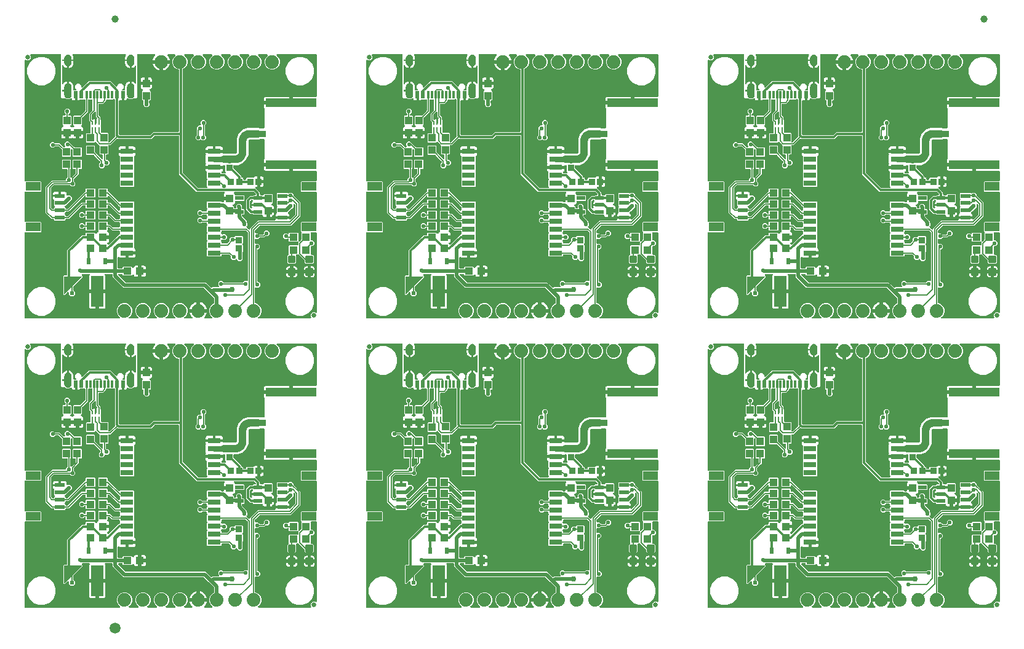
<source format=gtl>
G04 EAGLE Gerber RS-274X export*
G75*
%MOMM*%
%FSLAX34Y34*%
%LPD*%
%INTop Copper*%
%IPPOS*%
%AMOC8*
5,1,8,0,0,1.08239X$1,22.5*%
G01*
%ADD10C,0.635000*%
%ADD11R,2.000000X1.200000*%
%ADD12R,1.350000X0.600000*%
%ADD13R,1.100000X1.000000*%
%ADD14R,1.700000X4.200000*%
%ADD15R,1.000000X1.000000*%
%ADD16R,1.000000X1.100000*%
%ADD17C,0.300000*%
%ADD18R,0.630000X0.830000*%
%ADD19R,1.200000X0.550000*%
%ADD20C,1.879600*%
%ADD21R,1.800000X0.800000*%
%ADD22R,0.250000X0.610000*%
%ADD23R,0.250000X0.560000*%
%ADD24R,0.300000X1.000000*%
%ADD25R,0.600000X1.000000*%
%ADD26C,0.654000*%
%ADD27R,0.900000X0.850000*%
%ADD28R,7.000000X1.150000*%
%ADD29R,2.200000X0.900000*%
%ADD30R,0.850000X0.900000*%
%ADD31C,1.000000*%
%ADD32C,1.500000*%
%ADD33C,0.558800*%
%ADD34C,0.508000*%
%ADD35C,0.762000*%
%ADD36C,0.152400*%
%ADD37C,0.304800*%
%ADD38C,0.800000*%
%ADD39C,1.000000*%
%ADD40C,0.254000*%
%ADD41C,0.604000*%

G36*
X1072512Y400576D02*
X1072512Y400576D01*
X1072651Y400589D01*
X1072670Y400596D01*
X1072690Y400599D01*
X1072819Y400650D01*
X1072950Y400697D01*
X1072967Y400708D01*
X1072986Y400716D01*
X1073098Y400797D01*
X1073213Y400875D01*
X1073227Y400891D01*
X1073243Y400902D01*
X1073332Y401010D01*
X1073424Y401114D01*
X1073433Y401132D01*
X1073446Y401147D01*
X1073505Y401273D01*
X1073568Y401397D01*
X1073573Y401417D01*
X1073581Y401435D01*
X1073607Y401571D01*
X1073638Y401707D01*
X1073637Y401728D01*
X1073641Y401747D01*
X1073632Y401886D01*
X1073628Y402025D01*
X1073623Y402045D01*
X1073621Y402065D01*
X1073579Y402197D01*
X1073540Y402331D01*
X1073530Y402348D01*
X1073523Y402367D01*
X1073449Y402485D01*
X1073378Y402605D01*
X1073360Y402626D01*
X1073353Y402636D01*
X1073338Y402650D01*
X1073272Y402725D01*
X1070671Y405327D01*
X1069085Y409154D01*
X1069085Y413298D01*
X1070671Y417125D01*
X1073601Y420055D01*
X1077428Y421641D01*
X1081572Y421641D01*
X1085399Y420055D01*
X1088329Y417125D01*
X1089915Y413298D01*
X1089915Y409154D01*
X1088329Y405327D01*
X1085728Y402725D01*
X1085643Y402616D01*
X1085554Y402509D01*
X1085546Y402490D01*
X1085533Y402474D01*
X1085478Y402346D01*
X1085419Y402221D01*
X1085415Y402201D01*
X1085407Y402182D01*
X1085385Y402044D01*
X1085359Y401908D01*
X1085360Y401888D01*
X1085357Y401868D01*
X1085370Y401729D01*
X1085379Y401591D01*
X1085385Y401572D01*
X1085387Y401552D01*
X1085434Y401420D01*
X1085477Y401289D01*
X1085488Y401271D01*
X1085494Y401252D01*
X1085572Y401137D01*
X1085647Y401020D01*
X1085662Y401006D01*
X1085673Y400989D01*
X1085777Y400897D01*
X1085878Y400802D01*
X1085896Y400792D01*
X1085911Y400779D01*
X1086036Y400715D01*
X1086157Y400648D01*
X1086177Y400643D01*
X1086195Y400634D01*
X1086330Y400604D01*
X1086465Y400569D01*
X1086493Y400567D01*
X1086505Y400564D01*
X1086525Y400565D01*
X1086626Y400559D01*
X1097774Y400559D01*
X1097912Y400576D01*
X1098051Y400589D01*
X1098070Y400596D01*
X1098090Y400599D01*
X1098219Y400650D01*
X1098350Y400697D01*
X1098367Y400708D01*
X1098386Y400716D01*
X1098498Y400797D01*
X1098613Y400875D01*
X1098627Y400891D01*
X1098643Y400902D01*
X1098732Y401010D01*
X1098824Y401114D01*
X1098833Y401132D01*
X1098846Y401147D01*
X1098905Y401273D01*
X1098968Y401397D01*
X1098973Y401417D01*
X1098981Y401435D01*
X1099007Y401571D01*
X1099038Y401707D01*
X1099037Y401728D01*
X1099041Y401747D01*
X1099032Y401886D01*
X1099028Y402025D01*
X1099023Y402045D01*
X1099021Y402065D01*
X1098979Y402197D01*
X1098940Y402331D01*
X1098930Y402348D01*
X1098923Y402367D01*
X1098849Y402485D01*
X1098778Y402605D01*
X1098760Y402626D01*
X1098753Y402636D01*
X1098738Y402650D01*
X1098672Y402725D01*
X1096071Y405327D01*
X1094485Y409154D01*
X1094485Y413298D01*
X1096071Y417125D01*
X1099001Y420055D01*
X1102828Y421641D01*
X1106972Y421641D01*
X1110799Y420055D01*
X1113729Y417125D01*
X1115315Y413298D01*
X1115315Y409154D01*
X1113729Y405327D01*
X1111128Y402725D01*
X1111043Y402616D01*
X1110954Y402509D01*
X1110946Y402490D01*
X1110933Y402474D01*
X1110878Y402346D01*
X1110819Y402221D01*
X1110815Y402201D01*
X1110807Y402182D01*
X1110785Y402044D01*
X1110759Y401908D01*
X1110760Y401888D01*
X1110757Y401868D01*
X1110770Y401729D01*
X1110779Y401591D01*
X1110785Y401572D01*
X1110787Y401552D01*
X1110834Y401420D01*
X1110877Y401289D01*
X1110888Y401271D01*
X1110894Y401252D01*
X1110972Y401137D01*
X1111047Y401020D01*
X1111062Y401006D01*
X1111073Y400989D01*
X1111177Y400897D01*
X1111278Y400802D01*
X1111296Y400792D01*
X1111311Y400779D01*
X1111436Y400715D01*
X1111557Y400648D01*
X1111577Y400643D01*
X1111595Y400634D01*
X1111730Y400604D01*
X1111865Y400569D01*
X1111893Y400567D01*
X1111905Y400564D01*
X1111925Y400565D01*
X1112026Y400559D01*
X1123174Y400559D01*
X1123312Y400576D01*
X1123451Y400589D01*
X1123470Y400596D01*
X1123490Y400599D01*
X1123619Y400650D01*
X1123750Y400697D01*
X1123767Y400708D01*
X1123786Y400716D01*
X1123898Y400797D01*
X1124013Y400875D01*
X1124027Y400891D01*
X1124043Y400902D01*
X1124132Y401010D01*
X1124224Y401114D01*
X1124233Y401132D01*
X1124246Y401147D01*
X1124305Y401273D01*
X1124368Y401397D01*
X1124373Y401417D01*
X1124381Y401435D01*
X1124407Y401571D01*
X1124438Y401707D01*
X1124437Y401728D01*
X1124441Y401747D01*
X1124432Y401886D01*
X1124428Y402025D01*
X1124423Y402045D01*
X1124421Y402065D01*
X1124379Y402197D01*
X1124340Y402331D01*
X1124330Y402348D01*
X1124323Y402367D01*
X1124249Y402485D01*
X1124178Y402605D01*
X1124160Y402626D01*
X1124153Y402636D01*
X1124138Y402650D01*
X1124072Y402725D01*
X1121471Y405327D01*
X1119885Y409154D01*
X1119885Y413298D01*
X1121471Y417125D01*
X1124401Y420055D01*
X1128228Y421641D01*
X1132372Y421641D01*
X1136199Y420055D01*
X1139129Y417125D01*
X1140715Y413298D01*
X1140715Y409154D01*
X1139129Y405327D01*
X1136528Y402725D01*
X1136443Y402616D01*
X1136354Y402509D01*
X1136346Y402490D01*
X1136333Y402474D01*
X1136278Y402346D01*
X1136219Y402221D01*
X1136215Y402201D01*
X1136207Y402182D01*
X1136185Y402044D01*
X1136159Y401908D01*
X1136160Y401888D01*
X1136157Y401868D01*
X1136170Y401729D01*
X1136179Y401591D01*
X1136185Y401572D01*
X1136187Y401552D01*
X1136234Y401420D01*
X1136277Y401289D01*
X1136288Y401271D01*
X1136294Y401252D01*
X1136372Y401137D01*
X1136447Y401020D01*
X1136462Y401006D01*
X1136473Y400989D01*
X1136577Y400897D01*
X1136678Y400802D01*
X1136696Y400792D01*
X1136711Y400779D01*
X1136836Y400715D01*
X1136957Y400648D01*
X1136977Y400643D01*
X1136995Y400634D01*
X1137130Y400604D01*
X1137265Y400569D01*
X1137293Y400567D01*
X1137305Y400564D01*
X1137325Y400565D01*
X1137426Y400559D01*
X1148574Y400559D01*
X1148712Y400576D01*
X1148851Y400589D01*
X1148870Y400596D01*
X1148890Y400599D01*
X1149019Y400650D01*
X1149150Y400697D01*
X1149167Y400708D01*
X1149186Y400716D01*
X1149298Y400797D01*
X1149413Y400875D01*
X1149427Y400891D01*
X1149443Y400902D01*
X1149532Y401010D01*
X1149624Y401114D01*
X1149633Y401132D01*
X1149646Y401147D01*
X1149705Y401273D01*
X1149768Y401397D01*
X1149773Y401417D01*
X1149781Y401435D01*
X1149807Y401571D01*
X1149838Y401707D01*
X1149837Y401728D01*
X1149841Y401747D01*
X1149832Y401886D01*
X1149828Y402025D01*
X1149823Y402045D01*
X1149821Y402065D01*
X1149779Y402197D01*
X1149740Y402331D01*
X1149730Y402348D01*
X1149723Y402367D01*
X1149649Y402485D01*
X1149578Y402605D01*
X1149560Y402626D01*
X1149553Y402636D01*
X1149538Y402650D01*
X1149472Y402725D01*
X1146871Y405327D01*
X1145285Y409154D01*
X1145285Y413298D01*
X1146871Y417125D01*
X1149801Y420055D01*
X1153628Y421641D01*
X1157772Y421641D01*
X1161599Y420055D01*
X1164529Y417125D01*
X1166115Y413298D01*
X1166115Y409154D01*
X1164529Y405327D01*
X1161928Y402725D01*
X1161843Y402616D01*
X1161754Y402509D01*
X1161746Y402490D01*
X1161733Y402474D01*
X1161678Y402346D01*
X1161619Y402221D01*
X1161615Y402201D01*
X1161607Y402182D01*
X1161585Y402044D01*
X1161559Y401908D01*
X1161560Y401888D01*
X1161557Y401868D01*
X1161570Y401729D01*
X1161579Y401591D01*
X1161585Y401572D01*
X1161587Y401552D01*
X1161634Y401420D01*
X1161677Y401289D01*
X1161688Y401271D01*
X1161694Y401252D01*
X1161772Y401137D01*
X1161847Y401020D01*
X1161862Y401006D01*
X1161873Y400989D01*
X1161977Y400897D01*
X1162078Y400802D01*
X1162096Y400792D01*
X1162111Y400779D01*
X1162236Y400715D01*
X1162357Y400648D01*
X1162377Y400643D01*
X1162395Y400634D01*
X1162530Y400604D01*
X1162665Y400569D01*
X1162693Y400567D01*
X1162705Y400564D01*
X1162725Y400565D01*
X1162826Y400559D01*
X1171819Y400559D01*
X1171957Y400576D01*
X1172096Y400589D01*
X1172115Y400596D01*
X1172135Y400599D01*
X1172264Y400650D01*
X1172395Y400697D01*
X1172412Y400708D01*
X1172430Y400716D01*
X1172543Y400797D01*
X1172658Y400875D01*
X1172671Y400891D01*
X1172688Y400902D01*
X1172777Y401010D01*
X1172868Y401114D01*
X1172878Y401132D01*
X1172891Y401147D01*
X1172950Y401273D01*
X1173013Y401397D01*
X1173017Y401417D01*
X1173026Y401435D01*
X1173052Y401572D01*
X1173083Y401707D01*
X1173082Y401728D01*
X1173086Y401747D01*
X1173077Y401886D01*
X1173073Y402025D01*
X1173067Y402045D01*
X1173066Y402065D01*
X1173023Y402197D01*
X1172985Y402331D01*
X1172974Y402348D01*
X1172968Y402367D01*
X1172894Y402485D01*
X1172823Y402605D01*
X1172804Y402626D01*
X1172798Y402636D01*
X1172783Y402650D01*
X1172717Y402725D01*
X1171994Y403448D01*
X1170889Y404969D01*
X1170036Y406643D01*
X1169455Y408430D01*
X1169415Y408687D01*
X1179830Y408687D01*
X1179948Y408702D01*
X1180067Y408709D01*
X1180105Y408722D01*
X1180145Y408727D01*
X1180256Y408770D01*
X1180369Y408807D01*
X1180403Y408829D01*
X1180441Y408844D01*
X1180537Y408914D01*
X1180638Y408977D01*
X1180666Y409007D01*
X1180698Y409030D01*
X1180774Y409122D01*
X1180856Y409209D01*
X1180875Y409244D01*
X1180901Y409275D01*
X1180952Y409383D01*
X1181009Y409487D01*
X1181020Y409527D01*
X1181037Y409563D01*
X1181059Y409680D01*
X1181089Y409795D01*
X1181093Y409856D01*
X1181097Y409876D01*
X1181095Y409896D01*
X1181099Y409956D01*
X1181099Y411227D01*
X1181101Y411227D01*
X1181101Y409956D01*
X1181116Y409838D01*
X1181123Y409719D01*
X1181136Y409681D01*
X1181141Y409640D01*
X1181185Y409530D01*
X1181221Y409417D01*
X1181243Y409382D01*
X1181258Y409345D01*
X1181328Y409249D01*
X1181391Y409148D01*
X1181421Y409120D01*
X1181445Y409087D01*
X1181536Y409012D01*
X1181623Y408930D01*
X1181658Y408910D01*
X1181690Y408885D01*
X1181797Y408834D01*
X1181902Y408776D01*
X1181941Y408766D01*
X1181977Y408749D01*
X1182094Y408727D01*
X1182209Y408697D01*
X1182270Y408693D01*
X1182290Y408689D01*
X1182310Y408691D01*
X1182370Y408687D01*
X1192785Y408687D01*
X1192745Y408430D01*
X1192164Y406643D01*
X1191311Y404969D01*
X1190206Y403448D01*
X1189483Y402725D01*
X1189398Y402616D01*
X1189309Y402509D01*
X1189301Y402490D01*
X1189288Y402474D01*
X1189233Y402346D01*
X1189174Y402221D01*
X1189170Y402201D01*
X1189162Y402182D01*
X1189140Y402044D01*
X1189114Y401908D01*
X1189115Y401888D01*
X1189112Y401868D01*
X1189125Y401729D01*
X1189134Y401591D01*
X1189140Y401572D01*
X1189142Y401552D01*
X1189189Y401421D01*
X1189232Y401289D01*
X1189243Y401271D01*
X1189250Y401252D01*
X1189328Y401138D01*
X1189402Y401020D01*
X1189417Y401006D01*
X1189428Y400989D01*
X1189532Y400897D01*
X1189634Y400802D01*
X1189652Y400792D01*
X1189667Y400779D01*
X1189790Y400716D01*
X1189912Y400648D01*
X1189932Y400643D01*
X1189950Y400634D01*
X1190086Y400604D01*
X1190220Y400569D01*
X1190248Y400567D01*
X1190260Y400564D01*
X1190281Y400565D01*
X1190381Y400559D01*
X1199374Y400559D01*
X1199512Y400576D01*
X1199651Y400589D01*
X1199670Y400596D01*
X1199690Y400599D01*
X1199819Y400650D01*
X1199950Y400697D01*
X1199967Y400708D01*
X1199986Y400716D01*
X1200098Y400797D01*
X1200213Y400875D01*
X1200227Y400891D01*
X1200243Y400902D01*
X1200332Y401010D01*
X1200424Y401114D01*
X1200433Y401132D01*
X1200446Y401147D01*
X1200505Y401273D01*
X1200568Y401397D01*
X1200573Y401417D01*
X1200581Y401435D01*
X1200607Y401571D01*
X1200638Y401707D01*
X1200637Y401728D01*
X1200641Y401747D01*
X1200632Y401886D01*
X1200628Y402025D01*
X1200623Y402045D01*
X1200621Y402065D01*
X1200579Y402197D01*
X1200540Y402331D01*
X1200530Y402348D01*
X1200523Y402367D01*
X1200449Y402485D01*
X1200378Y402605D01*
X1200360Y402626D01*
X1200353Y402636D01*
X1200338Y402650D01*
X1200272Y402725D01*
X1197671Y405327D01*
X1196085Y409154D01*
X1196085Y413298D01*
X1197671Y417125D01*
X1200601Y420055D01*
X1202160Y420701D01*
X1202185Y420716D01*
X1202213Y420725D01*
X1202323Y420794D01*
X1202436Y420859D01*
X1202457Y420879D01*
X1202482Y420895D01*
X1202571Y420990D01*
X1202664Y421080D01*
X1202680Y421105D01*
X1202700Y421127D01*
X1202763Y421240D01*
X1202831Y421351D01*
X1202839Y421379D01*
X1202854Y421405D01*
X1202886Y421531D01*
X1202924Y421655D01*
X1202926Y421684D01*
X1202933Y421713D01*
X1202943Y421874D01*
X1202943Y428023D01*
X1202931Y428121D01*
X1202928Y428220D01*
X1202911Y428278D01*
X1202903Y428339D01*
X1202867Y428431D01*
X1202839Y428526D01*
X1202809Y428578D01*
X1202786Y428634D01*
X1202728Y428714D01*
X1202678Y428800D01*
X1202612Y428875D01*
X1202600Y428892D01*
X1202590Y428899D01*
X1202572Y428921D01*
X1198287Y433206D01*
X1198286Y433206D01*
X1195460Y436032D01*
X1195460Y436033D01*
X1188889Y442604D01*
X1188810Y442664D01*
X1188738Y442732D01*
X1188685Y442761D01*
X1188637Y442798D01*
X1188546Y442838D01*
X1188460Y442886D01*
X1188401Y442901D01*
X1188345Y442925D01*
X1188247Y442940D01*
X1188152Y442965D01*
X1188052Y442971D01*
X1188031Y442975D01*
X1188019Y442973D01*
X1187991Y442975D01*
X1078027Y442975D01*
X1063243Y457759D01*
X1063243Y460756D01*
X1063228Y460874D01*
X1063221Y460993D01*
X1063208Y461031D01*
X1063203Y461072D01*
X1063160Y461182D01*
X1063123Y461295D01*
X1063101Y461330D01*
X1063086Y461367D01*
X1063017Y461463D01*
X1062953Y461564D01*
X1062923Y461592D01*
X1062900Y461625D01*
X1062808Y461701D01*
X1062721Y461782D01*
X1062686Y461802D01*
X1062655Y461827D01*
X1062547Y461878D01*
X1062443Y461936D01*
X1062403Y461946D01*
X1062367Y461963D01*
X1062250Y461985D01*
X1062135Y462015D01*
X1062075Y462019D01*
X1062055Y462023D01*
X1062034Y462021D01*
X1061974Y462025D01*
X1053743Y462025D01*
X1053612Y462009D01*
X1053480Y461998D01*
X1053455Y461989D01*
X1053428Y461985D01*
X1053305Y461937D01*
X1053180Y461893D01*
X1053157Y461878D01*
X1053132Y461868D01*
X1053025Y461791D01*
X1052915Y461717D01*
X1052897Y461697D01*
X1052875Y461682D01*
X1052790Y461579D01*
X1052702Y461481D01*
X1052689Y461457D01*
X1052672Y461437D01*
X1052616Y461317D01*
X1052554Y461200D01*
X1052548Y461173D01*
X1052537Y461149D01*
X1052512Y461019D01*
X1052481Y460890D01*
X1052482Y460863D01*
X1052477Y460837D01*
X1052485Y460705D01*
X1052488Y460572D01*
X1052495Y460546D01*
X1052496Y460519D01*
X1052537Y460393D01*
X1052573Y460266D01*
X1052590Y460231D01*
X1052595Y460217D01*
X1052606Y460198D01*
X1052644Y460121D01*
X1052988Y459527D01*
X1053161Y458880D01*
X1053161Y440085D01*
X1043390Y440085D01*
X1043272Y440070D01*
X1043153Y440063D01*
X1043115Y440050D01*
X1043075Y440045D01*
X1042964Y440001D01*
X1042851Y439965D01*
X1042816Y439943D01*
X1042779Y439928D01*
X1042683Y439858D01*
X1042582Y439795D01*
X1042554Y439765D01*
X1042522Y439741D01*
X1042446Y439650D01*
X1042364Y439563D01*
X1042345Y439528D01*
X1042319Y439496D01*
X1042268Y439389D01*
X1042211Y439285D01*
X1042200Y439245D01*
X1042183Y439209D01*
X1042161Y439092D01*
X1042131Y438977D01*
X1042127Y438916D01*
X1042123Y438896D01*
X1042125Y438876D01*
X1042121Y438816D01*
X1042121Y437545D01*
X1042119Y437545D01*
X1042119Y438816D01*
X1042104Y438934D01*
X1042097Y439053D01*
X1042084Y439091D01*
X1042079Y439131D01*
X1042035Y439242D01*
X1041999Y439355D01*
X1041977Y439390D01*
X1041962Y439427D01*
X1041892Y439523D01*
X1041829Y439624D01*
X1041799Y439652D01*
X1041775Y439684D01*
X1041684Y439760D01*
X1041597Y439842D01*
X1041562Y439861D01*
X1041530Y439887D01*
X1041423Y439938D01*
X1041319Y439995D01*
X1041279Y440006D01*
X1041243Y440023D01*
X1041126Y440045D01*
X1041011Y440075D01*
X1040950Y440079D01*
X1040930Y440083D01*
X1040910Y440081D01*
X1040850Y440085D01*
X1031079Y440085D01*
X1031079Y458880D01*
X1031252Y459527D01*
X1031596Y460121D01*
X1031647Y460244D01*
X1031703Y460363D01*
X1031709Y460390D01*
X1031719Y460415D01*
X1031738Y460546D01*
X1031763Y460676D01*
X1031762Y460702D01*
X1031766Y460729D01*
X1031752Y460861D01*
X1031744Y460993D01*
X1031735Y461019D01*
X1031732Y461045D01*
X1031686Y461170D01*
X1031645Y461295D01*
X1031631Y461318D01*
X1031622Y461344D01*
X1031546Y461452D01*
X1031475Y461564D01*
X1031456Y461583D01*
X1031440Y461605D01*
X1031340Y461691D01*
X1031244Y461782D01*
X1031220Y461795D01*
X1031200Y461813D01*
X1031081Y461872D01*
X1030965Y461936D01*
X1030939Y461942D01*
X1030915Y461954D01*
X1030785Y461982D01*
X1030657Y462015D01*
X1030619Y462017D01*
X1030604Y462021D01*
X1030582Y462020D01*
X1030497Y462025D01*
X1021996Y462025D01*
X1021858Y462008D01*
X1021720Y461995D01*
X1021701Y461988D01*
X1021681Y461985D01*
X1021552Y461934D01*
X1021421Y461887D01*
X1021404Y461876D01*
X1021385Y461868D01*
X1021273Y461787D01*
X1021158Y461709D01*
X1021144Y461693D01*
X1021128Y461682D01*
X1021039Y461574D01*
X1020947Y461470D01*
X1020938Y461452D01*
X1020925Y461437D01*
X1020866Y461311D01*
X1020803Y461187D01*
X1020798Y461167D01*
X1020789Y461149D01*
X1020763Y461012D01*
X1020733Y460877D01*
X1020734Y460856D01*
X1020730Y460837D01*
X1020738Y460698D01*
X1020743Y460559D01*
X1020748Y460539D01*
X1020749Y460519D01*
X1020792Y460387D01*
X1020831Y460253D01*
X1020841Y460236D01*
X1020847Y460217D01*
X1020922Y460099D01*
X1020993Y459979D01*
X1021011Y459958D01*
X1021018Y459948D01*
X1021033Y459934D01*
X1021099Y459859D01*
X1022087Y458871D01*
X1022087Y457821D01*
X1009260Y444995D01*
X1009200Y444917D01*
X1009132Y444845D01*
X1009103Y444792D01*
X1009066Y444744D01*
X1009026Y444653D01*
X1008978Y444566D01*
X1008963Y444508D01*
X1008939Y444452D01*
X1008924Y444354D01*
X1008899Y444258D01*
X1008893Y444158D01*
X1008889Y444138D01*
X1008891Y444126D01*
X1008889Y444098D01*
X1008889Y439812D01*
X1008901Y439714D01*
X1008904Y439615D01*
X1008921Y439556D01*
X1008929Y439496D01*
X1008965Y439404D01*
X1008993Y439309D01*
X1009023Y439257D01*
X1009046Y439201D01*
X1009104Y439121D01*
X1009154Y439035D01*
X1009220Y438960D01*
X1009232Y438943D01*
X1009242Y438935D01*
X1009260Y438914D01*
X1011147Y437028D01*
X1011147Y433684D01*
X1008782Y431319D01*
X1005438Y431319D01*
X1003073Y433684D01*
X1003073Y435744D01*
X1003056Y435881D01*
X1003043Y436020D01*
X1003036Y436039D01*
X1003033Y436059D01*
X1002982Y436188D01*
X1002935Y436319D01*
X1002924Y436336D01*
X1002916Y436355D01*
X1002835Y436467D01*
X1002757Y436582D01*
X1002741Y436596D01*
X1002730Y436612D01*
X1002622Y436701D01*
X1002518Y436793D01*
X1002500Y436802D01*
X1002485Y436815D01*
X1002359Y436874D01*
X1002235Y436937D01*
X1002215Y436942D01*
X1002197Y436951D01*
X1002061Y436977D01*
X1001925Y437007D01*
X1001904Y437006D01*
X1001885Y437010D01*
X1001746Y437002D01*
X1001607Y436997D01*
X1001587Y436992D01*
X1001567Y436991D01*
X1001435Y436948D01*
X1001301Y436909D01*
X1001284Y436899D01*
X1001265Y436893D01*
X1001147Y436818D01*
X1001027Y436748D01*
X1001006Y436729D01*
X1000996Y436722D01*
X1000982Y436707D01*
X1000907Y436641D01*
X998458Y434193D01*
X997345Y433079D01*
X996295Y433079D01*
X995553Y433821D01*
X995553Y458871D01*
X996295Y459613D01*
X999490Y459613D01*
X999608Y459628D01*
X999727Y459635D01*
X999765Y459648D01*
X999806Y459653D01*
X999916Y459696D01*
X1000029Y459733D01*
X1000064Y459755D01*
X1000101Y459770D01*
X1000197Y459839D01*
X1000298Y459903D01*
X1000326Y459933D01*
X1000359Y459956D01*
X1000435Y460048D01*
X1000516Y460135D01*
X1000536Y460170D01*
X1000561Y460201D01*
X1000612Y460309D01*
X1000670Y460413D01*
X1000680Y460453D01*
X1000697Y460489D01*
X1000719Y460606D01*
X1000749Y460721D01*
X1000753Y460781D01*
X1000757Y460801D01*
X1000755Y460822D01*
X1000759Y460882D01*
X1000759Y494574D01*
X1021298Y515113D01*
X1025114Y515113D01*
X1025232Y515128D01*
X1025351Y515135D01*
X1025389Y515148D01*
X1025430Y515153D01*
X1025540Y515196D01*
X1025653Y515233D01*
X1025688Y515255D01*
X1025725Y515270D01*
X1025821Y515339D01*
X1025922Y515403D01*
X1025950Y515433D01*
X1025983Y515456D01*
X1026059Y515548D01*
X1026140Y515635D01*
X1026160Y515670D01*
X1026185Y515701D01*
X1026236Y515809D01*
X1026294Y515913D01*
X1026304Y515953D01*
X1026321Y515989D01*
X1026343Y516106D01*
X1026373Y516221D01*
X1026377Y516281D01*
X1026381Y516301D01*
X1026379Y516322D01*
X1026383Y516382D01*
X1026383Y517993D01*
X1026979Y518589D01*
X1038821Y518589D01*
X1039561Y517849D01*
X1039567Y517832D01*
X1039571Y517827D01*
X1039574Y517820D01*
X1039663Y517697D01*
X1039751Y517573D01*
X1039756Y517569D01*
X1039760Y517563D01*
X1039879Y517465D01*
X1039994Y517368D01*
X1040000Y517365D01*
X1040005Y517360D01*
X1040142Y517296D01*
X1040280Y517229D01*
X1040287Y517228D01*
X1040293Y517225D01*
X1040441Y517197D01*
X1040592Y517166D01*
X1040599Y517166D01*
X1040605Y517165D01*
X1040757Y517174D01*
X1040910Y517182D01*
X1040916Y517184D01*
X1040923Y517185D01*
X1041068Y517232D01*
X1041213Y517277D01*
X1041219Y517281D01*
X1041225Y517283D01*
X1041354Y517364D01*
X1041484Y517444D01*
X1041488Y517449D01*
X1041494Y517453D01*
X1041599Y517564D01*
X1041704Y517674D01*
X1041707Y517680D01*
X1041712Y517685D01*
X1041786Y517818D01*
X1041861Y517951D01*
X1041863Y517959D01*
X1041866Y517963D01*
X1041868Y517973D01*
X1041912Y518103D01*
X1042032Y518553D01*
X1042367Y519132D01*
X1042840Y519605D01*
X1043518Y519997D01*
X1043618Y520073D01*
X1043722Y520143D01*
X1043744Y520168D01*
X1043771Y520189D01*
X1043849Y520287D01*
X1043933Y520382D01*
X1043948Y520412D01*
X1043969Y520438D01*
X1044020Y520553D01*
X1044077Y520665D01*
X1044085Y520698D01*
X1044098Y520729D01*
X1044119Y520853D01*
X1044147Y520975D01*
X1044146Y521009D01*
X1044152Y521042D01*
X1044141Y521167D01*
X1044137Y521293D01*
X1044128Y521325D01*
X1044125Y521359D01*
X1044084Y521478D01*
X1044049Y521599D01*
X1044032Y521628D01*
X1044021Y521659D01*
X1043951Y521764D01*
X1043887Y521872D01*
X1043855Y521909D01*
X1043845Y521924D01*
X1043829Y521939D01*
X1043781Y521993D01*
X1043383Y522391D01*
X1043383Y533233D01*
X1043979Y533829D01*
X1055821Y533829D01*
X1056417Y533233D01*
X1056417Y530860D01*
X1056432Y530742D01*
X1056439Y530623D01*
X1056452Y530585D01*
X1056457Y530544D01*
X1056500Y530434D01*
X1056537Y530321D01*
X1056559Y530286D01*
X1056574Y530249D01*
X1056643Y530153D01*
X1056707Y530052D01*
X1056737Y530024D01*
X1056760Y529991D01*
X1056852Y529915D01*
X1056939Y529834D01*
X1056974Y529814D01*
X1057005Y529789D01*
X1057113Y529738D01*
X1057217Y529680D01*
X1057257Y529670D01*
X1057293Y529653D01*
X1057410Y529631D01*
X1057525Y529601D01*
X1057585Y529597D01*
X1057605Y529593D01*
X1057626Y529595D01*
X1057686Y529591D01*
X1059917Y529591D01*
X1061330Y528177D01*
X1063525Y525982D01*
X1063603Y525922D01*
X1063675Y525854D01*
X1063728Y525825D01*
X1063776Y525788D01*
X1063867Y525748D01*
X1063954Y525700D01*
X1064012Y525685D01*
X1064068Y525661D01*
X1064166Y525646D01*
X1064262Y525621D01*
X1064362Y525615D01*
X1064382Y525611D01*
X1064394Y525613D01*
X1064422Y525611D01*
X1071714Y525611D01*
X1071832Y525626D01*
X1071951Y525633D01*
X1071989Y525646D01*
X1072030Y525651D01*
X1072140Y525694D01*
X1072253Y525731D01*
X1072288Y525753D01*
X1072325Y525768D01*
X1072421Y525837D01*
X1072522Y525901D01*
X1072550Y525931D01*
X1072583Y525954D01*
X1072659Y526046D01*
X1072740Y526133D01*
X1072760Y526168D01*
X1072785Y526199D01*
X1072836Y526307D01*
X1072894Y526411D01*
X1072904Y526451D01*
X1072921Y526487D01*
X1072943Y526604D01*
X1072973Y526719D01*
X1072977Y526779D01*
X1072981Y526799D01*
X1072979Y526820D01*
X1072983Y526880D01*
X1072983Y528253D01*
X1073165Y528435D01*
X1073238Y528529D01*
X1073316Y528618D01*
X1073335Y528654D01*
X1073360Y528686D01*
X1073407Y528795D01*
X1073461Y528901D01*
X1073470Y528941D01*
X1073486Y528978D01*
X1073505Y529095D01*
X1073531Y529211D01*
X1073529Y529252D01*
X1073536Y529292D01*
X1073525Y529411D01*
X1073521Y529529D01*
X1073510Y529568D01*
X1073506Y529608D01*
X1073466Y529721D01*
X1073433Y529835D01*
X1073412Y529870D01*
X1073398Y529908D01*
X1073332Y530006D01*
X1073271Y530109D01*
X1073231Y530154D01*
X1073220Y530171D01*
X1073205Y530184D01*
X1073165Y530230D01*
X1072983Y530411D01*
X1072983Y532384D01*
X1072968Y532502D01*
X1072961Y532621D01*
X1072948Y532659D01*
X1072943Y532700D01*
X1072900Y532810D01*
X1072863Y532923D01*
X1072841Y532958D01*
X1072826Y532995D01*
X1072757Y533091D01*
X1072693Y533192D01*
X1072663Y533220D01*
X1072640Y533253D01*
X1072548Y533329D01*
X1072461Y533410D01*
X1072426Y533430D01*
X1072395Y533455D01*
X1072287Y533506D01*
X1072183Y533564D01*
X1072143Y533574D01*
X1072107Y533591D01*
X1071990Y533613D01*
X1071875Y533643D01*
X1071815Y533647D01*
X1071795Y533651D01*
X1071774Y533649D01*
X1071714Y533653D01*
X1066063Y533653D01*
X1058815Y540902D01*
X1058737Y540962D01*
X1058665Y541030D01*
X1058612Y541059D01*
X1058564Y541096D01*
X1058473Y541136D01*
X1058386Y541184D01*
X1058328Y541199D01*
X1058272Y541223D01*
X1058174Y541238D01*
X1058078Y541263D01*
X1057978Y541269D01*
X1057958Y541273D01*
X1057945Y541271D01*
X1057917Y541273D01*
X1057686Y541273D01*
X1057568Y541258D01*
X1057449Y541251D01*
X1057411Y541238D01*
X1057370Y541233D01*
X1057260Y541190D01*
X1057147Y541153D01*
X1057112Y541131D01*
X1057075Y541116D01*
X1056979Y541047D01*
X1056878Y540983D01*
X1056850Y540953D01*
X1056817Y540930D01*
X1056741Y540838D01*
X1056660Y540751D01*
X1056640Y540716D01*
X1056615Y540685D01*
X1056564Y540577D01*
X1056506Y540473D01*
X1056496Y540433D01*
X1056479Y540397D01*
X1056457Y540280D01*
X1056427Y540165D01*
X1056423Y540105D01*
X1056419Y540085D01*
X1056421Y540064D01*
X1056417Y540004D01*
X1056417Y537631D01*
X1055821Y537035D01*
X1043979Y537035D01*
X1043383Y537631D01*
X1043383Y548473D01*
X1043979Y549069D01*
X1055821Y549069D01*
X1056417Y548473D01*
X1056417Y546100D01*
X1056432Y545982D01*
X1056439Y545863D01*
X1056452Y545825D01*
X1056457Y545784D01*
X1056500Y545674D01*
X1056537Y545561D01*
X1056559Y545526D01*
X1056574Y545489D01*
X1056643Y545393D01*
X1056707Y545292D01*
X1056737Y545264D01*
X1056760Y545231D01*
X1056852Y545155D01*
X1056939Y545074D01*
X1056974Y545054D01*
X1057005Y545029D01*
X1057113Y544978D01*
X1057217Y544920D01*
X1057257Y544910D01*
X1057293Y544893D01*
X1057410Y544871D01*
X1057525Y544841D01*
X1057585Y544837D01*
X1057605Y544833D01*
X1057626Y544835D01*
X1057686Y544831D01*
X1059917Y544831D01*
X1067165Y537582D01*
X1067243Y537522D01*
X1067315Y537454D01*
X1067368Y537425D01*
X1067416Y537388D01*
X1067507Y537348D01*
X1067594Y537300D01*
X1067652Y537285D01*
X1067708Y537261D01*
X1067806Y537246D01*
X1067902Y537221D01*
X1068002Y537215D01*
X1068022Y537211D01*
X1068035Y537213D01*
X1068063Y537211D01*
X1071714Y537211D01*
X1071832Y537226D01*
X1071951Y537233D01*
X1071989Y537246D01*
X1072030Y537251D01*
X1072140Y537294D01*
X1072253Y537331D01*
X1072288Y537353D01*
X1072325Y537368D01*
X1072421Y537437D01*
X1072522Y537501D01*
X1072550Y537531D01*
X1072583Y537554D01*
X1072659Y537646D01*
X1072740Y537733D01*
X1072760Y537768D01*
X1072785Y537799D01*
X1072836Y537907D01*
X1072894Y538011D01*
X1072904Y538051D01*
X1072921Y538087D01*
X1072943Y538204D01*
X1072973Y538319D01*
X1072977Y538379D01*
X1072981Y538399D01*
X1072979Y538420D01*
X1072983Y538480D01*
X1072983Y539253D01*
X1073165Y539435D01*
X1073238Y539529D01*
X1073316Y539618D01*
X1073335Y539654D01*
X1073360Y539686D01*
X1073407Y539795D01*
X1073461Y539901D01*
X1073470Y539941D01*
X1073486Y539978D01*
X1073505Y540095D01*
X1073531Y540211D01*
X1073529Y540252D01*
X1073536Y540292D01*
X1073525Y540411D01*
X1073521Y540529D01*
X1073510Y540568D01*
X1073506Y540608D01*
X1073466Y540721D01*
X1073433Y540835D01*
X1073412Y540870D01*
X1073398Y540908D01*
X1073332Y541006D01*
X1073271Y541109D01*
X1073231Y541154D01*
X1073220Y541171D01*
X1073205Y541184D01*
X1073165Y541230D01*
X1072983Y541411D01*
X1072983Y542784D01*
X1072968Y542902D01*
X1072961Y543021D01*
X1072948Y543059D01*
X1072943Y543100D01*
X1072900Y543210D01*
X1072863Y543323D01*
X1072841Y543358D01*
X1072826Y543395D01*
X1072757Y543491D01*
X1072693Y543592D01*
X1072663Y543620D01*
X1072640Y543653D01*
X1072548Y543729D01*
X1072461Y543810D01*
X1072426Y543830D01*
X1072395Y543855D01*
X1072287Y543906D01*
X1072183Y543964D01*
X1072143Y543974D01*
X1072107Y543991D01*
X1071990Y544013D01*
X1071875Y544043D01*
X1071815Y544047D01*
X1071795Y544051D01*
X1071774Y544049D01*
X1071714Y544053D01*
X1070903Y544053D01*
X1069490Y545467D01*
X1058815Y556142D01*
X1058737Y556202D01*
X1058665Y556270D01*
X1058612Y556299D01*
X1058564Y556336D01*
X1058473Y556376D01*
X1058386Y556424D01*
X1058328Y556439D01*
X1058272Y556463D01*
X1058174Y556478D01*
X1058078Y556503D01*
X1057978Y556509D01*
X1057958Y556513D01*
X1057945Y556511D01*
X1057917Y556513D01*
X1057686Y556513D01*
X1057568Y556498D01*
X1057449Y556491D01*
X1057411Y556478D01*
X1057370Y556473D01*
X1057260Y556430D01*
X1057147Y556393D01*
X1057112Y556371D01*
X1057075Y556356D01*
X1056979Y556287D01*
X1056878Y556223D01*
X1056850Y556193D01*
X1056817Y556170D01*
X1056741Y556078D01*
X1056660Y555991D01*
X1056640Y555956D01*
X1056615Y555925D01*
X1056564Y555817D01*
X1056506Y555713D01*
X1056496Y555673D01*
X1056479Y555637D01*
X1056457Y555520D01*
X1056427Y555405D01*
X1056423Y555345D01*
X1056419Y555325D01*
X1056421Y555304D01*
X1056417Y555244D01*
X1056417Y552871D01*
X1055821Y552275D01*
X1043979Y552275D01*
X1043383Y552871D01*
X1043383Y563713D01*
X1043979Y564309D01*
X1055821Y564309D01*
X1056417Y563713D01*
X1056417Y561340D01*
X1056432Y561222D01*
X1056439Y561103D01*
X1056452Y561065D01*
X1056457Y561024D01*
X1056500Y560914D01*
X1056537Y560801D01*
X1056559Y560766D01*
X1056574Y560729D01*
X1056643Y560633D01*
X1056707Y560532D01*
X1056737Y560504D01*
X1056760Y560471D01*
X1056852Y560395D01*
X1056939Y560314D01*
X1056974Y560294D01*
X1057005Y560269D01*
X1057113Y560218D01*
X1057217Y560160D01*
X1057257Y560150D01*
X1057293Y560133D01*
X1057410Y560111D01*
X1057525Y560081D01*
X1057585Y560077D01*
X1057605Y560073D01*
X1057626Y560075D01*
X1057686Y560071D01*
X1059917Y560071D01*
X1061330Y558657D01*
X1070817Y549171D01*
X1070926Y549086D01*
X1071033Y548997D01*
X1071052Y548988D01*
X1071068Y548976D01*
X1071196Y548921D01*
X1071321Y548862D01*
X1071341Y548858D01*
X1071360Y548850D01*
X1071498Y548828D01*
X1071634Y548802D01*
X1071654Y548803D01*
X1071674Y548800D01*
X1071813Y548813D01*
X1071951Y548822D01*
X1071970Y548828D01*
X1071990Y548830D01*
X1072122Y548877D01*
X1072253Y548920D01*
X1072271Y548930D01*
X1072290Y548937D01*
X1072405Y549015D01*
X1072522Y549090D01*
X1072536Y549104D01*
X1072553Y549116D01*
X1072645Y549220D01*
X1072740Y549321D01*
X1072750Y549339D01*
X1072763Y549354D01*
X1072827Y549478D01*
X1072894Y549600D01*
X1072899Y549619D01*
X1072908Y549637D01*
X1072938Y549773D01*
X1072973Y549908D01*
X1072975Y549936D01*
X1072978Y549948D01*
X1072977Y549968D01*
X1072983Y550068D01*
X1072983Y550253D01*
X1073165Y550435D01*
X1073238Y550529D01*
X1073316Y550618D01*
X1073335Y550654D01*
X1073360Y550686D01*
X1073407Y550795D01*
X1073461Y550901D01*
X1073470Y550941D01*
X1073486Y550978D01*
X1073505Y551095D01*
X1073531Y551211D01*
X1073529Y551252D01*
X1073536Y551292D01*
X1073525Y551411D01*
X1073521Y551529D01*
X1073510Y551568D01*
X1073506Y551608D01*
X1073466Y551721D01*
X1073433Y551835D01*
X1073412Y551870D01*
X1073398Y551908D01*
X1073332Y552006D01*
X1073271Y552109D01*
X1073231Y552154D01*
X1073220Y552171D01*
X1073205Y552184D01*
X1073165Y552230D01*
X1072983Y552411D01*
X1072983Y554148D01*
X1072971Y554246D01*
X1072968Y554345D01*
X1072961Y554367D01*
X1072961Y554375D01*
X1072950Y554407D01*
X1072943Y554463D01*
X1072907Y554555D01*
X1072879Y554650D01*
X1072849Y554702D01*
X1072826Y554759D01*
X1072768Y554839D01*
X1072718Y554924D01*
X1072652Y554999D01*
X1072640Y555016D01*
X1072630Y555024D01*
X1072612Y555045D01*
X1071190Y556467D01*
X1058583Y569073D01*
X1058474Y569158D01*
X1058367Y569247D01*
X1058348Y569256D01*
X1058332Y569268D01*
X1058204Y569323D01*
X1058079Y569382D01*
X1058059Y569386D01*
X1058040Y569394D01*
X1057902Y569416D01*
X1057766Y569442D01*
X1057746Y569441D01*
X1057726Y569444D01*
X1057587Y569431D01*
X1057449Y569422D01*
X1057430Y569416D01*
X1057410Y569414D01*
X1057278Y569367D01*
X1057147Y569324D01*
X1057129Y569314D01*
X1057110Y569307D01*
X1056995Y569229D01*
X1056878Y569154D01*
X1056864Y569140D01*
X1056847Y569128D01*
X1056755Y569024D01*
X1056660Y568923D01*
X1056650Y568905D01*
X1056637Y568890D01*
X1056573Y568766D01*
X1056506Y568644D01*
X1056501Y568625D01*
X1056492Y568607D01*
X1056462Y568471D01*
X1056427Y568336D01*
X1056425Y568308D01*
X1056422Y568296D01*
X1056423Y568276D01*
X1056417Y568176D01*
X1056417Y568111D01*
X1055821Y567515D01*
X1043979Y567515D01*
X1043383Y568111D01*
X1043383Y578953D01*
X1043979Y579549D01*
X1055821Y579549D01*
X1056417Y578953D01*
X1056417Y576580D01*
X1056432Y576462D01*
X1056439Y576343D01*
X1056452Y576305D01*
X1056457Y576264D01*
X1056500Y576154D01*
X1056537Y576041D01*
X1056559Y576006D01*
X1056574Y575969D01*
X1056643Y575873D01*
X1056707Y575772D01*
X1056737Y575744D01*
X1056760Y575711D01*
X1056852Y575635D01*
X1056939Y575554D01*
X1056974Y575534D01*
X1057005Y575509D01*
X1057113Y575458D01*
X1057217Y575400D01*
X1057257Y575390D01*
X1057293Y575373D01*
X1057319Y575368D01*
X1058790Y573897D01*
X1071311Y561376D01*
X1071405Y561303D01*
X1071495Y561224D01*
X1071531Y561206D01*
X1071563Y561181D01*
X1071672Y561134D01*
X1071778Y561080D01*
X1071817Y561071D01*
X1071854Y561055D01*
X1071972Y561036D01*
X1072088Y561010D01*
X1072128Y561011D01*
X1072169Y561005D01*
X1072287Y561016D01*
X1072406Y561020D01*
X1072445Y561031D01*
X1072485Y561035D01*
X1072597Y561075D01*
X1072712Y561108D01*
X1072746Y561129D01*
X1072784Y561142D01*
X1072883Y561209D01*
X1072985Y561270D01*
X1073031Y561310D01*
X1073048Y561321D01*
X1073061Y561336D01*
X1073106Y561376D01*
X1073579Y561849D01*
X1092421Y561849D01*
X1093017Y561253D01*
X1093017Y552411D01*
X1092835Y552230D01*
X1092762Y552135D01*
X1092684Y552046D01*
X1092665Y552010D01*
X1092640Y551978D01*
X1092593Y551869D01*
X1092539Y551763D01*
X1092530Y551724D01*
X1092514Y551686D01*
X1092495Y551568D01*
X1092469Y551453D01*
X1092471Y551412D01*
X1092464Y551372D01*
X1092475Y551254D01*
X1092479Y551135D01*
X1092490Y551096D01*
X1092494Y551056D01*
X1092534Y550944D01*
X1092567Y550829D01*
X1092588Y550794D01*
X1092602Y550756D01*
X1092668Y550658D01*
X1092729Y550555D01*
X1092769Y550510D01*
X1092780Y550493D01*
X1092795Y550480D01*
X1092835Y550435D01*
X1093017Y550253D01*
X1093017Y541411D01*
X1092835Y541230D01*
X1092762Y541135D01*
X1092684Y541046D01*
X1092665Y541010D01*
X1092640Y540978D01*
X1092593Y540869D01*
X1092539Y540763D01*
X1092530Y540724D01*
X1092514Y540686D01*
X1092495Y540569D01*
X1092469Y540453D01*
X1092471Y540412D01*
X1092464Y540372D01*
X1092475Y540254D01*
X1092479Y540135D01*
X1092490Y540096D01*
X1092494Y540056D01*
X1092534Y539944D01*
X1092567Y539829D01*
X1092588Y539794D01*
X1092602Y539756D01*
X1092668Y539658D01*
X1092729Y539555D01*
X1092769Y539510D01*
X1092780Y539493D01*
X1092795Y539480D01*
X1092835Y539435D01*
X1093017Y539253D01*
X1093017Y530411D01*
X1092835Y530230D01*
X1092762Y530135D01*
X1092684Y530046D01*
X1092665Y530010D01*
X1092640Y529978D01*
X1092593Y529869D01*
X1092539Y529763D01*
X1092530Y529724D01*
X1092514Y529686D01*
X1092495Y529569D01*
X1092469Y529453D01*
X1092471Y529412D01*
X1092464Y529372D01*
X1092475Y529254D01*
X1092479Y529135D01*
X1092490Y529096D01*
X1092494Y529056D01*
X1092534Y528944D01*
X1092567Y528829D01*
X1092588Y528794D01*
X1092602Y528756D01*
X1092668Y528658D01*
X1092729Y528555D01*
X1092769Y528510D01*
X1092780Y528493D01*
X1092795Y528480D01*
X1092835Y528435D01*
X1093017Y528253D01*
X1093017Y519411D01*
X1092835Y519230D01*
X1092762Y519135D01*
X1092684Y519046D01*
X1092665Y519010D01*
X1092640Y518978D01*
X1092593Y518869D01*
X1092539Y518763D01*
X1092530Y518724D01*
X1092514Y518686D01*
X1092495Y518569D01*
X1092469Y518453D01*
X1092471Y518412D01*
X1092464Y518372D01*
X1092475Y518254D01*
X1092479Y518135D01*
X1092490Y518096D01*
X1092494Y518056D01*
X1092534Y517944D01*
X1092567Y517829D01*
X1092588Y517794D01*
X1092602Y517756D01*
X1092668Y517658D01*
X1092729Y517555D01*
X1092769Y517510D01*
X1092780Y517493D01*
X1092795Y517480D01*
X1092835Y517435D01*
X1093017Y517253D01*
X1093017Y508411D01*
X1092835Y508230D01*
X1092762Y508135D01*
X1092684Y508046D01*
X1092665Y508010D01*
X1092640Y507978D01*
X1092593Y507869D01*
X1092539Y507763D01*
X1092530Y507724D01*
X1092514Y507686D01*
X1092495Y507569D01*
X1092469Y507453D01*
X1092471Y507412D01*
X1092464Y507372D01*
X1092475Y507254D01*
X1092479Y507135D01*
X1092490Y507096D01*
X1092494Y507056D01*
X1092534Y506944D01*
X1092567Y506829D01*
X1092588Y506794D01*
X1092602Y506756D01*
X1092668Y506658D01*
X1092729Y506555D01*
X1092769Y506510D01*
X1092780Y506493D01*
X1092795Y506480D01*
X1092835Y506435D01*
X1093017Y506253D01*
X1093017Y497912D01*
X1093030Y497807D01*
X1093034Y497701D01*
X1093050Y497649D01*
X1093057Y497596D01*
X1093096Y497497D01*
X1093126Y497396D01*
X1093154Y497350D01*
X1093174Y497300D01*
X1093236Y497215D01*
X1093291Y497124D01*
X1093329Y497086D01*
X1093360Y497043D01*
X1093442Y496975D01*
X1093518Y496901D01*
X1093536Y496889D01*
X1094033Y496392D01*
X1094368Y495813D01*
X1094541Y495166D01*
X1094541Y492831D01*
X1083730Y492831D01*
X1083612Y492816D01*
X1083493Y492809D01*
X1083455Y492796D01*
X1083415Y492791D01*
X1083304Y492748D01*
X1083191Y492711D01*
X1083157Y492689D01*
X1083119Y492674D01*
X1083023Y492605D01*
X1082922Y492541D01*
X1082894Y492511D01*
X1082862Y492488D01*
X1082786Y492396D01*
X1082704Y492309D01*
X1082685Y492274D01*
X1082659Y492243D01*
X1082608Y492135D01*
X1082551Y492031D01*
X1082541Y491991D01*
X1082523Y491955D01*
X1082501Y491838D01*
X1082471Y491723D01*
X1082467Y491663D01*
X1082464Y491643D01*
X1082465Y491622D01*
X1082461Y491562D01*
X1082461Y491371D01*
X1082270Y491371D01*
X1082152Y491356D01*
X1082033Y491349D01*
X1081995Y491336D01*
X1081954Y491331D01*
X1081844Y491287D01*
X1081731Y491251D01*
X1081696Y491229D01*
X1081659Y491214D01*
X1081562Y491144D01*
X1081462Y491081D01*
X1081434Y491051D01*
X1081401Y491027D01*
X1081325Y490936D01*
X1081244Y490849D01*
X1081224Y490814D01*
X1081199Y490782D01*
X1081148Y490675D01*
X1081090Y490570D01*
X1081080Y490531D01*
X1081063Y490495D01*
X1081041Y490378D01*
X1081011Y490262D01*
X1081007Y490202D01*
X1081003Y490182D01*
X1081005Y490162D01*
X1081001Y490102D01*
X1081001Y484291D01*
X1073666Y484291D01*
X1073019Y484464D01*
X1072360Y484845D01*
X1072307Y484889D01*
X1072288Y484898D01*
X1072273Y484910D01*
X1072145Y484966D01*
X1072019Y485025D01*
X1071999Y485029D01*
X1071981Y485037D01*
X1071843Y485059D01*
X1071706Y485085D01*
X1071687Y485083D01*
X1071667Y485087D01*
X1071528Y485073D01*
X1071389Y485065D01*
X1071370Y485059D01*
X1071350Y485057D01*
X1071219Y485010D01*
X1071087Y484967D01*
X1071070Y484956D01*
X1071051Y484949D01*
X1070935Y484871D01*
X1070818Y484797D01*
X1070804Y484782D01*
X1070788Y484771D01*
X1070695Y484666D01*
X1070600Y484565D01*
X1070590Y484548D01*
X1070577Y484533D01*
X1070514Y484409D01*
X1070446Y484287D01*
X1070441Y484267D01*
X1070432Y484249D01*
X1070402Y484113D01*
X1070367Y483979D01*
X1070365Y483951D01*
X1070363Y483939D01*
X1070363Y483919D01*
X1070357Y483818D01*
X1070357Y470408D01*
X1070372Y470290D01*
X1070379Y470171D01*
X1070392Y470133D01*
X1070397Y470092D01*
X1070440Y469982D01*
X1070477Y469869D01*
X1070499Y469834D01*
X1070514Y469797D01*
X1070583Y469701D01*
X1070647Y469600D01*
X1070677Y469572D01*
X1070700Y469539D01*
X1070792Y469463D01*
X1070879Y469382D01*
X1070914Y469362D01*
X1070945Y469337D01*
X1071053Y469286D01*
X1071157Y469228D01*
X1071197Y469218D01*
X1071233Y469201D01*
X1071350Y469179D01*
X1071465Y469149D01*
X1071525Y469145D01*
X1071545Y469141D01*
X1071566Y469143D01*
X1071626Y469139D01*
X1075914Y469139D01*
X1076032Y469154D01*
X1076151Y469161D01*
X1076189Y469174D01*
X1076230Y469179D01*
X1076340Y469222D01*
X1076453Y469259D01*
X1076488Y469281D01*
X1076525Y469296D01*
X1076621Y469365D01*
X1076722Y469429D01*
X1076750Y469459D01*
X1076783Y469482D01*
X1076859Y469574D01*
X1076940Y469661D01*
X1076960Y469696D01*
X1076985Y469727D01*
X1077036Y469835D01*
X1077094Y469939D01*
X1077104Y469979D01*
X1077121Y470015D01*
X1077143Y470132D01*
X1077173Y470247D01*
X1077177Y470307D01*
X1077181Y470327D01*
X1077179Y470348D01*
X1077183Y470408D01*
X1077183Y471003D01*
X1077779Y471599D01*
X1089621Y471599D01*
X1090361Y470859D01*
X1090367Y470842D01*
X1090371Y470837D01*
X1090374Y470830D01*
X1090463Y470707D01*
X1090551Y470583D01*
X1090556Y470579D01*
X1090560Y470573D01*
X1090679Y470475D01*
X1090794Y470378D01*
X1090800Y470375D01*
X1090805Y470370D01*
X1090943Y470306D01*
X1091080Y470239D01*
X1091087Y470238D01*
X1091093Y470235D01*
X1091241Y470206D01*
X1091392Y470176D01*
X1091399Y470176D01*
X1091405Y470175D01*
X1091557Y470184D01*
X1091710Y470192D01*
X1091716Y470194D01*
X1091723Y470195D01*
X1091867Y470241D01*
X1092013Y470287D01*
X1092019Y470291D01*
X1092025Y470293D01*
X1092154Y470374D01*
X1092284Y470454D01*
X1092288Y470459D01*
X1092294Y470463D01*
X1092399Y470574D01*
X1092504Y470684D01*
X1092507Y470690D01*
X1092512Y470695D01*
X1092586Y470828D01*
X1092661Y470961D01*
X1092663Y470969D01*
X1092666Y470973D01*
X1092668Y470983D01*
X1092712Y471113D01*
X1092832Y471563D01*
X1093167Y472142D01*
X1093640Y472615D01*
X1094219Y472950D01*
X1094866Y473123D01*
X1098201Y473123D01*
X1098201Y466812D01*
X1098216Y466694D01*
X1098223Y466575D01*
X1098235Y466537D01*
X1098241Y466497D01*
X1098284Y466386D01*
X1098321Y466273D01*
X1098343Y466239D01*
X1098358Y466201D01*
X1098427Y466105D01*
X1098491Y466004D01*
X1098521Y465976D01*
X1098544Y465944D01*
X1098636Y465868D01*
X1098723Y465786D01*
X1098758Y465767D01*
X1098789Y465741D01*
X1098897Y465690D01*
X1099001Y465633D01*
X1099041Y465623D01*
X1099077Y465605D01*
X1099184Y465585D01*
X1099154Y465581D01*
X1099044Y465537D01*
X1098931Y465501D01*
X1098896Y465479D01*
X1098859Y465464D01*
X1098762Y465394D01*
X1098662Y465331D01*
X1098634Y465301D01*
X1098601Y465277D01*
X1098525Y465186D01*
X1098444Y465099D01*
X1098424Y465064D01*
X1098399Y465032D01*
X1098348Y464925D01*
X1098290Y464820D01*
X1098280Y464781D01*
X1098263Y464745D01*
X1098241Y464628D01*
X1098211Y464512D01*
X1098207Y464452D01*
X1098203Y464432D01*
X1098205Y464412D01*
X1098201Y464352D01*
X1098201Y458041D01*
X1094866Y458041D01*
X1094219Y458214D01*
X1093640Y458549D01*
X1093167Y459022D01*
X1092832Y459601D01*
X1092712Y460051D01*
X1092655Y460191D01*
X1092598Y460334D01*
X1092594Y460339D01*
X1092592Y460345D01*
X1092501Y460468D01*
X1092412Y460591D01*
X1092406Y460595D01*
X1092402Y460601D01*
X1092284Y460697D01*
X1092167Y460794D01*
X1092160Y460797D01*
X1092155Y460801D01*
X1092016Y460865D01*
X1091879Y460929D01*
X1091872Y460931D01*
X1091866Y460933D01*
X1091715Y460961D01*
X1091566Y460989D01*
X1091560Y460989D01*
X1091553Y460990D01*
X1091401Y460979D01*
X1091249Y460969D01*
X1091243Y460967D01*
X1091236Y460967D01*
X1091091Y460918D01*
X1090947Y460871D01*
X1090941Y460868D01*
X1090934Y460866D01*
X1090807Y460783D01*
X1090678Y460701D01*
X1090673Y460696D01*
X1090668Y460693D01*
X1090564Y460581D01*
X1090460Y460469D01*
X1090457Y460464D01*
X1090452Y460459D01*
X1090380Y460324D01*
X1089621Y459565D01*
X1077779Y459565D01*
X1077183Y460161D01*
X1077183Y460756D01*
X1077168Y460874D01*
X1077161Y460993D01*
X1077148Y461031D01*
X1077143Y461072D01*
X1077100Y461182D01*
X1077063Y461295D01*
X1077041Y461330D01*
X1077026Y461367D01*
X1076957Y461463D01*
X1076893Y461564D01*
X1076863Y461592D01*
X1076840Y461625D01*
X1076748Y461701D01*
X1076661Y461782D01*
X1076626Y461802D01*
X1076595Y461827D01*
X1076487Y461878D01*
X1076383Y461936D01*
X1076343Y461946D01*
X1076307Y461963D01*
X1076190Y461985D01*
X1076075Y462015D01*
X1076015Y462019D01*
X1075995Y462023D01*
X1075974Y462021D01*
X1075914Y462025D01*
X1072101Y462025D01*
X1071963Y462008D01*
X1071825Y461995D01*
X1071805Y461988D01*
X1071785Y461985D01*
X1071656Y461934D01*
X1071525Y461887D01*
X1071508Y461876D01*
X1071490Y461868D01*
X1071378Y461787D01*
X1071262Y461709D01*
X1071249Y461693D01*
X1071232Y461682D01*
X1071144Y461574D01*
X1071052Y461470D01*
X1071042Y461452D01*
X1071030Y461437D01*
X1070970Y461311D01*
X1070907Y461187D01*
X1070903Y461167D01*
X1070894Y461149D01*
X1070868Y461013D01*
X1070837Y460877D01*
X1070838Y460856D01*
X1070834Y460837D01*
X1070843Y460698D01*
X1070847Y460559D01*
X1070853Y460539D01*
X1070854Y460519D01*
X1070897Y460387D01*
X1070935Y460253D01*
X1070946Y460236D01*
X1070952Y460217D01*
X1071027Y460099D01*
X1071097Y459979D01*
X1071116Y459958D01*
X1071122Y459948D01*
X1071137Y459934D01*
X1071203Y459859D01*
X1080601Y450460D01*
X1080680Y450400D01*
X1080752Y450332D01*
X1080805Y450303D01*
X1080853Y450266D01*
X1080944Y450226D01*
X1081030Y450178D01*
X1081089Y450163D01*
X1081145Y450139D01*
X1081243Y450124D01*
X1081338Y450099D01*
X1081438Y450093D01*
X1081459Y450089D01*
X1081471Y450091D01*
X1081499Y450089D01*
X1191463Y450089D01*
X1193918Y447633D01*
X1198490Y443061D01*
X1198585Y442988D01*
X1198674Y442910D01*
X1198710Y442891D01*
X1198742Y442867D01*
X1198851Y442819D01*
X1198957Y442765D01*
X1198996Y442756D01*
X1199034Y442740D01*
X1199151Y442721D01*
X1199267Y442695D01*
X1199308Y442697D01*
X1199348Y442690D01*
X1199466Y442701D01*
X1199585Y442705D01*
X1199624Y442716D01*
X1199664Y442720D01*
X1199777Y442760D01*
X1199891Y442794D01*
X1199925Y442814D01*
X1199964Y442828D01*
X1200062Y442895D01*
X1200165Y442955D01*
X1200210Y442995D01*
X1200227Y443006D01*
X1200240Y443022D01*
X1200285Y443061D01*
X1200709Y443485D01*
X1208714Y443485D01*
X1208852Y443502D01*
X1208990Y443515D01*
X1209009Y443522D01*
X1209029Y443525D01*
X1209158Y443576D01*
X1209290Y443623D01*
X1209306Y443634D01*
X1209325Y443642D01*
X1209437Y443723D01*
X1209553Y443801D01*
X1209566Y443817D01*
X1209582Y443828D01*
X1209671Y443936D01*
X1209763Y444040D01*
X1209772Y444058D01*
X1209785Y444073D01*
X1209844Y444199D01*
X1209908Y444323D01*
X1209912Y444343D01*
X1209921Y444361D01*
X1209947Y444498D01*
X1209977Y444633D01*
X1209977Y444654D01*
X1209981Y444673D01*
X1209972Y444812D01*
X1209968Y444951D01*
X1209962Y444971D01*
X1209961Y444991D01*
X1209918Y445123D01*
X1209879Y445257D01*
X1209869Y445274D01*
X1209863Y445293D01*
X1209788Y445411D01*
X1209718Y445531D01*
X1209699Y445552D01*
X1209693Y445562D01*
X1209678Y445576D01*
X1209611Y445651D01*
X1208693Y446570D01*
X1208693Y449727D01*
X1210925Y451959D01*
X1214082Y451959D01*
X1215581Y450460D01*
X1215659Y450400D01*
X1215731Y450332D01*
X1215784Y450303D01*
X1215832Y450266D01*
X1215923Y450226D01*
X1216010Y450178D01*
X1216068Y450163D01*
X1216124Y450139D01*
X1216222Y450124D01*
X1216318Y450099D01*
X1216418Y450093D01*
X1216438Y450089D01*
X1216450Y450091D01*
X1216478Y450089D01*
X1241734Y450089D01*
X1241832Y450101D01*
X1241931Y450104D01*
X1241989Y450121D01*
X1242049Y450129D01*
X1242141Y450165D01*
X1242237Y450193D01*
X1242289Y450223D01*
X1242345Y450246D01*
X1242425Y450304D01*
X1242510Y450354D01*
X1242586Y450420D01*
X1242602Y450432D01*
X1242610Y450442D01*
X1242631Y450460D01*
X1244292Y452121D01*
X1247503Y452121D01*
X1247510Y452116D01*
X1247638Y452060D01*
X1247763Y452001D01*
X1247783Y451997D01*
X1247802Y451989D01*
X1247939Y451968D01*
X1248076Y451941D01*
X1248096Y451943D01*
X1248116Y451940D01*
X1248254Y451953D01*
X1248393Y451961D01*
X1248412Y451967D01*
X1248432Y451969D01*
X1248563Y452016D01*
X1248695Y452059D01*
X1248713Y452070D01*
X1248732Y452077D01*
X1248846Y452155D01*
X1248964Y452229D01*
X1248978Y452244D01*
X1248995Y452255D01*
X1249087Y452360D01*
X1249182Y452461D01*
X1249192Y452479D01*
X1249205Y452494D01*
X1249269Y452618D01*
X1249336Y452740D01*
X1249341Y452759D01*
X1249350Y452777D01*
X1249380Y452913D01*
X1249415Y453047D01*
X1249417Y453075D01*
X1249420Y453087D01*
X1249419Y453108D01*
X1249425Y453208D01*
X1249425Y518675D01*
X1249413Y518774D01*
X1249410Y518873D01*
X1249393Y518931D01*
X1249385Y518991D01*
X1249349Y519083D01*
X1249321Y519178D01*
X1249291Y519230D01*
X1249268Y519287D01*
X1249210Y519367D01*
X1249160Y519452D01*
X1249094Y519528D01*
X1249082Y519544D01*
X1249072Y519552D01*
X1249054Y519573D01*
X1246945Y521682D01*
X1246867Y521742D01*
X1246795Y521810D01*
X1246742Y521839D01*
X1246694Y521876D01*
X1246603Y521916D01*
X1246516Y521964D01*
X1246458Y521979D01*
X1246402Y522003D01*
X1246304Y522018D01*
X1246208Y522043D01*
X1246108Y522049D01*
X1246088Y522053D01*
X1246076Y522051D01*
X1246048Y522053D01*
X1214286Y522053D01*
X1214168Y522038D01*
X1214049Y522031D01*
X1214011Y522018D01*
X1213970Y522013D01*
X1213860Y521970D01*
X1213747Y521933D01*
X1213712Y521911D01*
X1213675Y521896D01*
X1213579Y521827D01*
X1213478Y521763D01*
X1213450Y521733D01*
X1213417Y521710D01*
X1213341Y521618D01*
X1213260Y521531D01*
X1213240Y521496D01*
X1213215Y521465D01*
X1213164Y521357D01*
X1213106Y521253D01*
X1213096Y521213D01*
X1213079Y521177D01*
X1213057Y521060D01*
X1213027Y520945D01*
X1213023Y520885D01*
X1213019Y520865D01*
X1213021Y520844D01*
X1213017Y520784D01*
X1213017Y519411D01*
X1212835Y519229D01*
X1212762Y519135D01*
X1212684Y519046D01*
X1212665Y519010D01*
X1212640Y518978D01*
X1212593Y518869D01*
X1212539Y518763D01*
X1212530Y518723D01*
X1212514Y518686D01*
X1212495Y518569D01*
X1212469Y518453D01*
X1212471Y518412D01*
X1212464Y518372D01*
X1212475Y518253D01*
X1212479Y518135D01*
X1212490Y518096D01*
X1212494Y518056D01*
X1212534Y517943D01*
X1212567Y517829D01*
X1212588Y517794D01*
X1212602Y517756D01*
X1212668Y517658D01*
X1212729Y517555D01*
X1212769Y517510D01*
X1212780Y517493D01*
X1212795Y517480D01*
X1212835Y517434D01*
X1213035Y517235D01*
X1213047Y517106D01*
X1213054Y517087D01*
X1213057Y517067D01*
X1213108Y516937D01*
X1213155Y516806D01*
X1213166Y516790D01*
X1213174Y516771D01*
X1213255Y516658D01*
X1213333Y516543D01*
X1213349Y516530D01*
X1213360Y516514D01*
X1213468Y516425D01*
X1213572Y516333D01*
X1213590Y516324D01*
X1213605Y516311D01*
X1213731Y516252D01*
X1213855Y516188D01*
X1213875Y516184D01*
X1213893Y516175D01*
X1214030Y516149D01*
X1214165Y516119D01*
X1214186Y516119D01*
X1214205Y516115D01*
X1214344Y516124D01*
X1214483Y516128D01*
X1214503Y516134D01*
X1214523Y516135D01*
X1214655Y516178D01*
X1214789Y516217D01*
X1214806Y516227D01*
X1214825Y516233D01*
X1214943Y516308D01*
X1215063Y516378D01*
X1215068Y516383D01*
X1218238Y516383D01*
X1220471Y514150D01*
X1220471Y510994D01*
X1218238Y508761D01*
X1215070Y508761D01*
X1215028Y508794D01*
X1214939Y508873D01*
X1214903Y508891D01*
X1214871Y508916D01*
X1214761Y508963D01*
X1214655Y509017D01*
X1214616Y509026D01*
X1214579Y509042D01*
X1214461Y509061D01*
X1214345Y509087D01*
X1214305Y509086D01*
X1214265Y509092D01*
X1214146Y509081D01*
X1214027Y509077D01*
X1213988Y509066D01*
X1213948Y509062D01*
X1213836Y509022D01*
X1213722Y508989D01*
X1213687Y508968D01*
X1213649Y508955D01*
X1213550Y508888D01*
X1213448Y508827D01*
X1213402Y508788D01*
X1213386Y508776D01*
X1213372Y508761D01*
X1213327Y508721D01*
X1212835Y508229D01*
X1212762Y508135D01*
X1212684Y508046D01*
X1212665Y508010D01*
X1212640Y507978D01*
X1212593Y507869D01*
X1212539Y507763D01*
X1212530Y507723D01*
X1212514Y507686D01*
X1212495Y507569D01*
X1212469Y507453D01*
X1212471Y507412D01*
X1212464Y507372D01*
X1212475Y507253D01*
X1212479Y507135D01*
X1212490Y507096D01*
X1212494Y507056D01*
X1212534Y506943D01*
X1212567Y506829D01*
X1212588Y506794D01*
X1212602Y506756D01*
X1212668Y506658D01*
X1212729Y506555D01*
X1212769Y506510D01*
X1212780Y506493D01*
X1212795Y506480D01*
X1212835Y506434D01*
X1213017Y506253D01*
X1213017Y504880D01*
X1213032Y504762D01*
X1213039Y504643D01*
X1213052Y504605D01*
X1213057Y504564D01*
X1213100Y504454D01*
X1213137Y504341D01*
X1213159Y504306D01*
X1213174Y504269D01*
X1213243Y504173D01*
X1213307Y504072D01*
X1213337Y504044D01*
X1213360Y504011D01*
X1213452Y503935D01*
X1213539Y503854D01*
X1213574Y503834D01*
X1213605Y503809D01*
X1213713Y503758D01*
X1213817Y503700D01*
X1213857Y503690D01*
X1213893Y503673D01*
X1214010Y503651D01*
X1214125Y503621D01*
X1214185Y503617D01*
X1214205Y503613D01*
X1214226Y503615D01*
X1214286Y503611D01*
X1219897Y503611D01*
X1219996Y503623D01*
X1220095Y503626D01*
X1220153Y503643D01*
X1220213Y503651D01*
X1220305Y503687D01*
X1220400Y503715D01*
X1220452Y503745D01*
X1220509Y503768D01*
X1220589Y503826D01*
X1220674Y503876D01*
X1220750Y503942D01*
X1220766Y503954D01*
X1220774Y503964D01*
X1220795Y503982D01*
X1223908Y507095D01*
X1223968Y507173D01*
X1224036Y507245D01*
X1224065Y507298D01*
X1224102Y507346D01*
X1224142Y507437D01*
X1224190Y507524D01*
X1224205Y507582D01*
X1224229Y507638D01*
X1224244Y507736D01*
X1224269Y507832D01*
X1224275Y507932D01*
X1224279Y507952D01*
X1224277Y507965D01*
X1224279Y507993D01*
X1224279Y510340D01*
X1226512Y512573D01*
X1229825Y512573D01*
X1229853Y512559D01*
X1229892Y512550D01*
X1229929Y512534D01*
X1230047Y512515D01*
X1230163Y512489D01*
X1230203Y512490D01*
X1230243Y512484D01*
X1230362Y512495D01*
X1230481Y512499D01*
X1230520Y512510D01*
X1230560Y512514D01*
X1230672Y512554D01*
X1230786Y512587D01*
X1230821Y512608D01*
X1230859Y512621D01*
X1230958Y512688D01*
X1231060Y512749D01*
X1231105Y512788D01*
X1231122Y512800D01*
X1231136Y512815D01*
X1231181Y512855D01*
X1232059Y513733D01*
X1241901Y513733D01*
X1242497Y513137D01*
X1242497Y503795D01*
X1242265Y503564D01*
X1242192Y503469D01*
X1242114Y503380D01*
X1242095Y503344D01*
X1242070Y503312D01*
X1242023Y503203D01*
X1241969Y503097D01*
X1241960Y503058D01*
X1241944Y503020D01*
X1241925Y502903D01*
X1241899Y502787D01*
X1241901Y502746D01*
X1241894Y502706D01*
X1241905Y502588D01*
X1241909Y502469D01*
X1241920Y502430D01*
X1241924Y502390D01*
X1241964Y502278D01*
X1241997Y502163D01*
X1242018Y502128D01*
X1242032Y502090D01*
X1242098Y501992D01*
X1242159Y501889D01*
X1242199Y501844D01*
X1242210Y501827D01*
X1242225Y501814D01*
X1242265Y501769D01*
X1242497Y501537D01*
X1242497Y492195D01*
X1242178Y491877D01*
X1242118Y491798D01*
X1242050Y491726D01*
X1242021Y491673D01*
X1241984Y491625D01*
X1241944Y491534D01*
X1241896Y491448D01*
X1241881Y491389D01*
X1241857Y491333D01*
X1241842Y491236D01*
X1241817Y491140D01*
X1241811Y491040D01*
X1241807Y491019D01*
X1241809Y491007D01*
X1241807Y490979D01*
X1241807Y485720D01*
X1241819Y485622D01*
X1241822Y485523D01*
X1241839Y485465D01*
X1241847Y485405D01*
X1241883Y485313D01*
X1241911Y485217D01*
X1241941Y485165D01*
X1241964Y485109D01*
X1242022Y485029D01*
X1242061Y484963D01*
X1242061Y481784D01*
X1239828Y479551D01*
X1236672Y479551D01*
X1234068Y482155D01*
X1233974Y482228D01*
X1233884Y482307D01*
X1233866Y482316D01*
X1233851Y482329D01*
X1233832Y482338D01*
X1233816Y482350D01*
X1233708Y482397D01*
X1233601Y482452D01*
X1233581Y482456D01*
X1233563Y482465D01*
X1233543Y482469D01*
X1233524Y482477D01*
X1233408Y482495D01*
X1233291Y482521D01*
X1233270Y482521D01*
X1233251Y482525D01*
X1233230Y482523D01*
X1233210Y482526D01*
X1233093Y482515D01*
X1232973Y482512D01*
X1232953Y482506D01*
X1232933Y482505D01*
X1232914Y482498D01*
X1232894Y482497D01*
X1232783Y482457D01*
X1232667Y482423D01*
X1232650Y482413D01*
X1232631Y482407D01*
X1232613Y482396D01*
X1232594Y482389D01*
X1232496Y482323D01*
X1232393Y482262D01*
X1232372Y482243D01*
X1232362Y482237D01*
X1232348Y482222D01*
X1232331Y482210D01*
X1232318Y482195D01*
X1232273Y482155D01*
X1231285Y481168D01*
X1228128Y481168D01*
X1225896Y483400D01*
X1225896Y485748D01*
X1225883Y485846D01*
X1225880Y485945D01*
X1225863Y486003D01*
X1225856Y486063D01*
X1225819Y486156D01*
X1225792Y486251D01*
X1225761Y486303D01*
X1225739Y486359D01*
X1225681Y486439D01*
X1225630Y486525D01*
X1225564Y486600D01*
X1225552Y486616D01*
X1225543Y486624D01*
X1225524Y486645D01*
X1223488Y488682D01*
X1223410Y488742D01*
X1223337Y488810D01*
X1223284Y488839D01*
X1223237Y488876D01*
X1223146Y488916D01*
X1223059Y488964D01*
X1223000Y488979D01*
X1222945Y489003D01*
X1222847Y489018D01*
X1222751Y489043D01*
X1222651Y489049D01*
X1222631Y489053D01*
X1222618Y489051D01*
X1222590Y489053D01*
X1214286Y489053D01*
X1214168Y489038D01*
X1214049Y489031D01*
X1214011Y489018D01*
X1213970Y489013D01*
X1213860Y488970D01*
X1213747Y488933D01*
X1213712Y488911D01*
X1213675Y488896D01*
X1213579Y488827D01*
X1213478Y488763D01*
X1213450Y488733D01*
X1213417Y488710D01*
X1213341Y488618D01*
X1213260Y488531D01*
X1213240Y488496D01*
X1213215Y488465D01*
X1213164Y488357D01*
X1213106Y488253D01*
X1213096Y488213D01*
X1213079Y488177D01*
X1213057Y488060D01*
X1213027Y487945D01*
X1213023Y487885D01*
X1213019Y487865D01*
X1213021Y487844D01*
X1213017Y487784D01*
X1213017Y486411D01*
X1212421Y485815D01*
X1193579Y485815D01*
X1192983Y486411D01*
X1192983Y495253D01*
X1193165Y495434D01*
X1193238Y495529D01*
X1193316Y495618D01*
X1193335Y495654D01*
X1193360Y495686D01*
X1193407Y495795D01*
X1193461Y495901D01*
X1193470Y495940D01*
X1193486Y495978D01*
X1193505Y496095D01*
X1193531Y496211D01*
X1193529Y496252D01*
X1193536Y496292D01*
X1193525Y496410D01*
X1193521Y496529D01*
X1193510Y496568D01*
X1193506Y496608D01*
X1193466Y496720D01*
X1193433Y496835D01*
X1193412Y496870D01*
X1193398Y496908D01*
X1193332Y497006D01*
X1193271Y497109D01*
X1193231Y497154D01*
X1193220Y497171D01*
X1193205Y497184D01*
X1193165Y497229D01*
X1192983Y497411D01*
X1192983Y506253D01*
X1193165Y506434D01*
X1193238Y506529D01*
X1193316Y506618D01*
X1193335Y506654D01*
X1193360Y506686D01*
X1193407Y506795D01*
X1193461Y506901D01*
X1193470Y506940D01*
X1193486Y506978D01*
X1193505Y507095D01*
X1193531Y507211D01*
X1193529Y507252D01*
X1193536Y507292D01*
X1193525Y507410D01*
X1193521Y507529D01*
X1193510Y507568D01*
X1193506Y507608D01*
X1193466Y507720D01*
X1193433Y507835D01*
X1193412Y507870D01*
X1193398Y507908D01*
X1193332Y508006D01*
X1193271Y508109D01*
X1193231Y508154D01*
X1193220Y508171D01*
X1193205Y508184D01*
X1193165Y508229D01*
X1192983Y508411D01*
X1192983Y517253D01*
X1193165Y517434D01*
X1193238Y517529D01*
X1193316Y517618D01*
X1193335Y517654D01*
X1193360Y517686D01*
X1193407Y517795D01*
X1193461Y517901D01*
X1193470Y517940D01*
X1193486Y517978D01*
X1193505Y518095D01*
X1193531Y518211D01*
X1193529Y518252D01*
X1193536Y518292D01*
X1193525Y518410D01*
X1193521Y518529D01*
X1193510Y518568D01*
X1193506Y518608D01*
X1193466Y518720D01*
X1193433Y518835D01*
X1193412Y518870D01*
X1193398Y518908D01*
X1193332Y519006D01*
X1193271Y519109D01*
X1193231Y519154D01*
X1193220Y519171D01*
X1193205Y519184D01*
X1193165Y519229D01*
X1192983Y519411D01*
X1192983Y528253D01*
X1193165Y528434D01*
X1193238Y528529D01*
X1193316Y528618D01*
X1193335Y528654D01*
X1193360Y528686D01*
X1193407Y528795D01*
X1193461Y528901D01*
X1193470Y528940D01*
X1193486Y528978D01*
X1193505Y529095D01*
X1193531Y529211D01*
X1193529Y529252D01*
X1193536Y529292D01*
X1193525Y529410D01*
X1193521Y529529D01*
X1193510Y529568D01*
X1193506Y529608D01*
X1193466Y529720D01*
X1193433Y529835D01*
X1193412Y529870D01*
X1193398Y529908D01*
X1193332Y530006D01*
X1193271Y530109D01*
X1193231Y530154D01*
X1193220Y530171D01*
X1193205Y530184D01*
X1193165Y530229D01*
X1192983Y530411D01*
X1192983Y531784D01*
X1192968Y531902D01*
X1192961Y532021D01*
X1192948Y532059D01*
X1192943Y532100D01*
X1192900Y532210D01*
X1192863Y532323D01*
X1192841Y532358D01*
X1192826Y532395D01*
X1192757Y532491D01*
X1192693Y532592D01*
X1192663Y532620D01*
X1192640Y532653D01*
X1192548Y532729D01*
X1192461Y532810D01*
X1192426Y532830D01*
X1192395Y532855D01*
X1192287Y532906D01*
X1192183Y532964D01*
X1192143Y532974D01*
X1192107Y532991D01*
X1191990Y533013D01*
X1191875Y533043D01*
X1191815Y533047D01*
X1191795Y533051D01*
X1191774Y533049D01*
X1191714Y533053D01*
X1186922Y533053D01*
X1186824Y533041D01*
X1186725Y533038D01*
X1186667Y533021D01*
X1186607Y533013D01*
X1186515Y532977D01*
X1186419Y532949D01*
X1186367Y532919D01*
X1186311Y532896D01*
X1186231Y532838D01*
X1186146Y532788D01*
X1186070Y532722D01*
X1186054Y532710D01*
X1186046Y532700D01*
X1186025Y532682D01*
X1185218Y531875D01*
X1182062Y531875D01*
X1179829Y534108D01*
X1179829Y537264D01*
X1182062Y539497D01*
X1185218Y539497D01*
X1187733Y536982D01*
X1187811Y536922D01*
X1187883Y536854D01*
X1187936Y536825D01*
X1187984Y536788D01*
X1188075Y536748D01*
X1188162Y536700D01*
X1188220Y536685D01*
X1188276Y536661D01*
X1188374Y536646D01*
X1188470Y536621D01*
X1188570Y536615D01*
X1188590Y536611D01*
X1188602Y536613D01*
X1188630Y536611D01*
X1191714Y536611D01*
X1191832Y536626D01*
X1191951Y536633D01*
X1191989Y536646D01*
X1192030Y536651D01*
X1192140Y536694D01*
X1192253Y536731D01*
X1192288Y536753D01*
X1192325Y536768D01*
X1192421Y536837D01*
X1192522Y536901D01*
X1192550Y536931D01*
X1192583Y536954D01*
X1192659Y537046D01*
X1192740Y537133D01*
X1192760Y537168D01*
X1192785Y537199D01*
X1192836Y537307D01*
X1192894Y537411D01*
X1192904Y537451D01*
X1192921Y537487D01*
X1192943Y537604D01*
X1192973Y537719D01*
X1192977Y537779D01*
X1192981Y537799D01*
X1192979Y537820D01*
X1192983Y537880D01*
X1192983Y539253D01*
X1193165Y539434D01*
X1193238Y539529D01*
X1193316Y539618D01*
X1193335Y539654D01*
X1193360Y539686D01*
X1193407Y539795D01*
X1193461Y539901D01*
X1193470Y539940D01*
X1193486Y539978D01*
X1193505Y540095D01*
X1193531Y540211D01*
X1193529Y540252D01*
X1193536Y540292D01*
X1193525Y540410D01*
X1193521Y540529D01*
X1193510Y540568D01*
X1193506Y540608D01*
X1193466Y540720D01*
X1193433Y540835D01*
X1193412Y540870D01*
X1193398Y540908D01*
X1193332Y541006D01*
X1193271Y541109D01*
X1193231Y541154D01*
X1193220Y541171D01*
X1193205Y541184D01*
X1193165Y541229D01*
X1192983Y541411D01*
X1192983Y542784D01*
X1192968Y542902D01*
X1192961Y543021D01*
X1192948Y543059D01*
X1192943Y543100D01*
X1192900Y543210D01*
X1192863Y543323D01*
X1192841Y543358D01*
X1192826Y543395D01*
X1192757Y543491D01*
X1192693Y543592D01*
X1192663Y543620D01*
X1192640Y543653D01*
X1192548Y543729D01*
X1192461Y543810D01*
X1192426Y543830D01*
X1192395Y543855D01*
X1192287Y543906D01*
X1192183Y543964D01*
X1192143Y543974D01*
X1192107Y543991D01*
X1191990Y544013D01*
X1191875Y544043D01*
X1191815Y544047D01*
X1191795Y544051D01*
X1191774Y544049D01*
X1191714Y544053D01*
X1187762Y544053D01*
X1187664Y544041D01*
X1187565Y544038D01*
X1187507Y544021D01*
X1187447Y544013D01*
X1187355Y543977D01*
X1187259Y543949D01*
X1187207Y543919D01*
X1187151Y543896D01*
X1187071Y543838D01*
X1186986Y543788D01*
X1186910Y543722D01*
X1186894Y543710D01*
X1186886Y543700D01*
X1186865Y543682D01*
X1185218Y542035D01*
X1182062Y542035D01*
X1179829Y544268D01*
X1179829Y547424D01*
X1182062Y549657D01*
X1185218Y549657D01*
X1186893Y547982D01*
X1186971Y547922D01*
X1187043Y547854D01*
X1187096Y547825D01*
X1187144Y547788D01*
X1187235Y547748D01*
X1187322Y547700D01*
X1187380Y547685D01*
X1187436Y547661D01*
X1187534Y547646D01*
X1187630Y547621D01*
X1187730Y547615D01*
X1187750Y547611D01*
X1187762Y547613D01*
X1187790Y547611D01*
X1191714Y547611D01*
X1191832Y547626D01*
X1191951Y547633D01*
X1191989Y547646D01*
X1192030Y547651D01*
X1192140Y547694D01*
X1192253Y547731D01*
X1192288Y547753D01*
X1192325Y547768D01*
X1192421Y547837D01*
X1192522Y547901D01*
X1192550Y547931D01*
X1192583Y547954D01*
X1192659Y548046D01*
X1192740Y548133D01*
X1192760Y548168D01*
X1192785Y548199D01*
X1192836Y548307D01*
X1192894Y548411D01*
X1192904Y548451D01*
X1192921Y548487D01*
X1192943Y548604D01*
X1192973Y548719D01*
X1192977Y548779D01*
X1192981Y548799D01*
X1192979Y548820D01*
X1192983Y548880D01*
X1192983Y550253D01*
X1193165Y550434D01*
X1193238Y550529D01*
X1193316Y550618D01*
X1193335Y550654D01*
X1193360Y550686D01*
X1193407Y550795D01*
X1193461Y550901D01*
X1193470Y550940D01*
X1193486Y550978D01*
X1193505Y551095D01*
X1193531Y551211D01*
X1193529Y551252D01*
X1193536Y551292D01*
X1193525Y551410D01*
X1193521Y551529D01*
X1193510Y551568D01*
X1193506Y551608D01*
X1193466Y551720D01*
X1193433Y551835D01*
X1193412Y551870D01*
X1193398Y551908D01*
X1193332Y552006D01*
X1193271Y552109D01*
X1193231Y552154D01*
X1193220Y552171D01*
X1193205Y552184D01*
X1193165Y552229D01*
X1192983Y552411D01*
X1192983Y561253D01*
X1193579Y561849D01*
X1212421Y561849D01*
X1213130Y561140D01*
X1213137Y561119D01*
X1213159Y561084D01*
X1213174Y561047D01*
X1213243Y560951D01*
X1213307Y560850D01*
X1213337Y560822D01*
X1213360Y560789D01*
X1213452Y560713D01*
X1213539Y560632D01*
X1213574Y560612D01*
X1213605Y560587D01*
X1213713Y560536D01*
X1213817Y560478D01*
X1213857Y560468D01*
X1213893Y560451D01*
X1214010Y560429D01*
X1214125Y560399D01*
X1214185Y560395D01*
X1214205Y560391D01*
X1214226Y560393D01*
X1214286Y560389D01*
X1214962Y560389D01*
X1215080Y560404D01*
X1215199Y560411D01*
X1215237Y560424D01*
X1215278Y560429D01*
X1215388Y560472D01*
X1215501Y560509D01*
X1215536Y560531D01*
X1215573Y560546D01*
X1215669Y560615D01*
X1215770Y560679D01*
X1215798Y560709D01*
X1215831Y560732D01*
X1215907Y560824D01*
X1215988Y560911D01*
X1216008Y560946D01*
X1216033Y560977D01*
X1216084Y561085D01*
X1216142Y561189D01*
X1216152Y561229D01*
X1216169Y561265D01*
X1216191Y561382D01*
X1216221Y561497D01*
X1216225Y561557D01*
X1216229Y561577D01*
X1216227Y561598D01*
X1216231Y561658D01*
X1216231Y563023D01*
X1222542Y563023D01*
X1222660Y563038D01*
X1222779Y563045D01*
X1222817Y563057D01*
X1222857Y563063D01*
X1222968Y563106D01*
X1223081Y563143D01*
X1223115Y563165D01*
X1223153Y563180D01*
X1223249Y563249D01*
X1223350Y563313D01*
X1223378Y563343D01*
X1223410Y563366D01*
X1223486Y563458D01*
X1223568Y563545D01*
X1223587Y563580D01*
X1223613Y563611D01*
X1223664Y563719D01*
X1223721Y563823D01*
X1223731Y563863D01*
X1223749Y563899D01*
X1223771Y564016D01*
X1223801Y564131D01*
X1223805Y564191D01*
X1223808Y564211D01*
X1223807Y564232D01*
X1223811Y564292D01*
X1223811Y566752D01*
X1223796Y566870D01*
X1223789Y566989D01*
X1223776Y567027D01*
X1223771Y567068D01*
X1223727Y567178D01*
X1223691Y567291D01*
X1223669Y567326D01*
X1223654Y567363D01*
X1223584Y567459D01*
X1223521Y567560D01*
X1223491Y567588D01*
X1223467Y567621D01*
X1223376Y567697D01*
X1223289Y567778D01*
X1223254Y567798D01*
X1223222Y567823D01*
X1223115Y567874D01*
X1223010Y567932D01*
X1222971Y567942D01*
X1222935Y567959D01*
X1222818Y567981D01*
X1222702Y568011D01*
X1222642Y568015D01*
X1222622Y568019D01*
X1222602Y568017D01*
X1222542Y568021D01*
X1216231Y568021D01*
X1216231Y571356D01*
X1216404Y572003D01*
X1216739Y572582D01*
X1217045Y572888D01*
X1217131Y572998D01*
X1217219Y573105D01*
X1217228Y573124D01*
X1217240Y573140D01*
X1217296Y573267D01*
X1217355Y573393D01*
X1217359Y573413D01*
X1217367Y573432D01*
X1217389Y573569D01*
X1217415Y573706D01*
X1217413Y573726D01*
X1217417Y573746D01*
X1217403Y573885D01*
X1217395Y574023D01*
X1217389Y574042D01*
X1217387Y574062D01*
X1217340Y574194D01*
X1217297Y574325D01*
X1217286Y574342D01*
X1217279Y574362D01*
X1217201Y574477D01*
X1217127Y574594D01*
X1217112Y574608D01*
X1217101Y574625D01*
X1216996Y574717D01*
X1216895Y574812D01*
X1216877Y574822D01*
X1216862Y574835D01*
X1216738Y574899D01*
X1216617Y574966D01*
X1216597Y574971D01*
X1216579Y574980D01*
X1216443Y575010D01*
X1216309Y575045D01*
X1216281Y575047D01*
X1216269Y575050D01*
X1216248Y575049D01*
X1216148Y575055D01*
X1178778Y575055D01*
X1154683Y599150D01*
X1154683Y651256D01*
X1154668Y651374D01*
X1154661Y651493D01*
X1154648Y651531D01*
X1154643Y651572D01*
X1154600Y651682D01*
X1154563Y651795D01*
X1154541Y651830D01*
X1154526Y651867D01*
X1154457Y651963D01*
X1154393Y652064D01*
X1154363Y652092D01*
X1154340Y652125D01*
X1154248Y652201D01*
X1154161Y652282D01*
X1154126Y652302D01*
X1154095Y652327D01*
X1153987Y652378D01*
X1153883Y652436D01*
X1153843Y652446D01*
X1153807Y652463D01*
X1153690Y652485D01*
X1153575Y652515D01*
X1153515Y652519D01*
X1153495Y652523D01*
X1153474Y652521D01*
X1153414Y652525D01*
X1121718Y652525D01*
X1121620Y652513D01*
X1121521Y652510D01*
X1121463Y652493D01*
X1121403Y652485D01*
X1121311Y652449D01*
X1121215Y652421D01*
X1121163Y652391D01*
X1121107Y652368D01*
X1121027Y652310D01*
X1120942Y652260D01*
X1120866Y652194D01*
X1120850Y652182D01*
X1120842Y652172D01*
X1120821Y652154D01*
X1116366Y647699D01*
X1070574Y647699D01*
X1070450Y647823D01*
X1070356Y647896D01*
X1070266Y647975D01*
X1070230Y647993D01*
X1070198Y648018D01*
X1070089Y648065D01*
X1069983Y648120D01*
X1069944Y648128D01*
X1069907Y648144D01*
X1069789Y648163D01*
X1069673Y648189D01*
X1069632Y648188D01*
X1069592Y648194D01*
X1069474Y648183D01*
X1069355Y648180D01*
X1069316Y648168D01*
X1069276Y648165D01*
X1069164Y648124D01*
X1069049Y648091D01*
X1069015Y648071D01*
X1068977Y648057D01*
X1068878Y647990D01*
X1068776Y647930D01*
X1068730Y647890D01*
X1068713Y647878D01*
X1068700Y647863D01*
X1068655Y647823D01*
X1060355Y639523D01*
X1058338Y639523D01*
X1058220Y639508D01*
X1058101Y639501D01*
X1058063Y639488D01*
X1058022Y639483D01*
X1057912Y639440D01*
X1057799Y639403D01*
X1057764Y639381D01*
X1057727Y639366D01*
X1057631Y639297D01*
X1057530Y639233D01*
X1057502Y639203D01*
X1057469Y639180D01*
X1057393Y639088D01*
X1057312Y639001D01*
X1057292Y638966D01*
X1057267Y638935D01*
X1057216Y638827D01*
X1057158Y638723D01*
X1057148Y638683D01*
X1057131Y638647D01*
X1057109Y638530D01*
X1057079Y638415D01*
X1057075Y638355D01*
X1057071Y638335D01*
X1057073Y638314D01*
X1057069Y638254D01*
X1057069Y626929D01*
X1056473Y626333D01*
X1054862Y626333D01*
X1054744Y626318D01*
X1054625Y626311D01*
X1054587Y626298D01*
X1054546Y626293D01*
X1054436Y626250D01*
X1054323Y626213D01*
X1054288Y626191D01*
X1054251Y626176D01*
X1054155Y626107D01*
X1054054Y626043D01*
X1054026Y626013D01*
X1053993Y625990D01*
X1053917Y625898D01*
X1053836Y625811D01*
X1053816Y625776D01*
X1053791Y625745D01*
X1053740Y625637D01*
X1053682Y625533D01*
X1053672Y625493D01*
X1053655Y625457D01*
X1053633Y625340D01*
X1053603Y625225D01*
X1053599Y625165D01*
X1053595Y625145D01*
X1053597Y625124D01*
X1053593Y625064D01*
X1053593Y620268D01*
X1053608Y620150D01*
X1053615Y620031D01*
X1053628Y619993D01*
X1053633Y619952D01*
X1053676Y619842D01*
X1053713Y619729D01*
X1053735Y619694D01*
X1053750Y619657D01*
X1053819Y619561D01*
X1053883Y619460D01*
X1053913Y619432D01*
X1053936Y619399D01*
X1054028Y619323D01*
X1054115Y619242D01*
X1054150Y619222D01*
X1054181Y619197D01*
X1054289Y619146D01*
X1054393Y619088D01*
X1054433Y619078D01*
X1054469Y619061D01*
X1054586Y619039D01*
X1054701Y619009D01*
X1054761Y619005D01*
X1054781Y619001D01*
X1054802Y619003D01*
X1054862Y618999D01*
X1056694Y618999D01*
X1058927Y616766D01*
X1058927Y613610D01*
X1056694Y611377D01*
X1053084Y611377D01*
X1052966Y611362D01*
X1052847Y611355D01*
X1052809Y611342D01*
X1052768Y611337D01*
X1052658Y611294D01*
X1052545Y611257D01*
X1052510Y611235D01*
X1052473Y611220D01*
X1052377Y611151D01*
X1052276Y611087D01*
X1052248Y611057D01*
X1052215Y611034D01*
X1052139Y610942D01*
X1052058Y610855D01*
X1052038Y610820D01*
X1052013Y610789D01*
X1051962Y610681D01*
X1051904Y610577D01*
X1051894Y610537D01*
X1051877Y610501D01*
X1051855Y610384D01*
X1051825Y610269D01*
X1051821Y610209D01*
X1051817Y610189D01*
X1051819Y610168D01*
X1051815Y610108D01*
X1051815Y609800D01*
X1049582Y607567D01*
X1046426Y607567D01*
X1044193Y609800D01*
X1044193Y612956D01*
X1045854Y614617D01*
X1045914Y614695D01*
X1045982Y614767D01*
X1046011Y614820D01*
X1046048Y614868D01*
X1046088Y614959D01*
X1046136Y615046D01*
X1046151Y615104D01*
X1046175Y615160D01*
X1046190Y615258D01*
X1046215Y615353D01*
X1046221Y615454D01*
X1046225Y615474D01*
X1046223Y615486D01*
X1046225Y615514D01*
X1046225Y616466D01*
X1046213Y616563D01*
X1046210Y616663D01*
X1046193Y616721D01*
X1046185Y616781D01*
X1046149Y616873D01*
X1046121Y616968D01*
X1046091Y617020D01*
X1046068Y617077D01*
X1046010Y617157D01*
X1045960Y617242D01*
X1045894Y617318D01*
X1045882Y617334D01*
X1045872Y617342D01*
X1045854Y617363D01*
X1037763Y625454D01*
X1037685Y625514D01*
X1037613Y625582D01*
X1037560Y625611D01*
X1037512Y625648D01*
X1037421Y625688D01*
X1037334Y625736D01*
X1037276Y625751D01*
X1037220Y625775D01*
X1037122Y625790D01*
X1037026Y625815D01*
X1036926Y625821D01*
X1036906Y625825D01*
X1036894Y625823D01*
X1036866Y625825D01*
X1027343Y625825D01*
X1026747Y626421D01*
X1026747Y638263D01*
X1027343Y638859D01*
X1038185Y638859D01*
X1038781Y638263D01*
X1038781Y629992D01*
X1038793Y629894D01*
X1038796Y629795D01*
X1038813Y629737D01*
X1038821Y629677D01*
X1038857Y629585D01*
X1038885Y629490D01*
X1038915Y629438D01*
X1038938Y629381D01*
X1038996Y629301D01*
X1039046Y629216D01*
X1039112Y629140D01*
X1039124Y629124D01*
X1039134Y629116D01*
X1039152Y629095D01*
X1047869Y620379D01*
X1047978Y620294D01*
X1048085Y620205D01*
X1048104Y620196D01*
X1048120Y620184D01*
X1048248Y620129D01*
X1048373Y620070D01*
X1048393Y620066D01*
X1048412Y620058D01*
X1048550Y620036D01*
X1048686Y620010D01*
X1048706Y620011D01*
X1048726Y620008D01*
X1048865Y620021D01*
X1049003Y620030D01*
X1049022Y620036D01*
X1049042Y620038D01*
X1049174Y620085D01*
X1049305Y620128D01*
X1049323Y620138D01*
X1049342Y620145D01*
X1049457Y620223D01*
X1049574Y620298D01*
X1049588Y620312D01*
X1049605Y620324D01*
X1049697Y620428D01*
X1049792Y620529D01*
X1049802Y620547D01*
X1049815Y620562D01*
X1049879Y620686D01*
X1049946Y620808D01*
X1049951Y620827D01*
X1049960Y620845D01*
X1049990Y620981D01*
X1050025Y621116D01*
X1050027Y621144D01*
X1050030Y621156D01*
X1050029Y621176D01*
X1050035Y621276D01*
X1050035Y625064D01*
X1050020Y625182D01*
X1050013Y625301D01*
X1050000Y625339D01*
X1049995Y625380D01*
X1049952Y625490D01*
X1049915Y625603D01*
X1049893Y625638D01*
X1049878Y625675D01*
X1049809Y625771D01*
X1049745Y625872D01*
X1049715Y625900D01*
X1049692Y625933D01*
X1049600Y626009D01*
X1049513Y626090D01*
X1049478Y626110D01*
X1049447Y626135D01*
X1049339Y626186D01*
X1049235Y626244D01*
X1049195Y626254D01*
X1049159Y626271D01*
X1049042Y626293D01*
X1048927Y626323D01*
X1048867Y626327D01*
X1048847Y626331D01*
X1048826Y626329D01*
X1048766Y626333D01*
X1045631Y626333D01*
X1045035Y626929D01*
X1045035Y638737D01*
X1045023Y638836D01*
X1045020Y638935D01*
X1045003Y638993D01*
X1044995Y639053D01*
X1044959Y639145D01*
X1044931Y639240D01*
X1044901Y639292D01*
X1044878Y639349D01*
X1044820Y639429D01*
X1044770Y639514D01*
X1044704Y639590D01*
X1044692Y639606D01*
X1044682Y639614D01*
X1044664Y639635D01*
X1043362Y640937D01*
X1040727Y643572D01*
X1040633Y643645D01*
X1040543Y643724D01*
X1040507Y643742D01*
X1040475Y643767D01*
X1040366Y643814D01*
X1040260Y643868D01*
X1040221Y643877D01*
X1040184Y643893D01*
X1040066Y643912D01*
X1039950Y643938D01*
X1039910Y643937D01*
X1039869Y643943D01*
X1039751Y643932D01*
X1039632Y643928D01*
X1039593Y643917D01*
X1039553Y643913D01*
X1039441Y643873D01*
X1039326Y643840D01*
X1039292Y643819D01*
X1039254Y643806D01*
X1039155Y643739D01*
X1039053Y643678D01*
X1039007Y643638D01*
X1038990Y643627D01*
X1038977Y643612D01*
X1038932Y643572D01*
X1038185Y642825D01*
X1027343Y642825D01*
X1026747Y643421D01*
X1026747Y655263D01*
X1027343Y655859D01*
X1031828Y655859D01*
X1031946Y655874D01*
X1032065Y655881D01*
X1032103Y655894D01*
X1032144Y655899D01*
X1032254Y655942D01*
X1032367Y655979D01*
X1032402Y656001D01*
X1032439Y656016D01*
X1032535Y656085D01*
X1032636Y656149D01*
X1032664Y656179D01*
X1032697Y656202D01*
X1032773Y656294D01*
X1032854Y656381D01*
X1032874Y656416D01*
X1032899Y656447D01*
X1032950Y656555D01*
X1033008Y656659D01*
X1033018Y656699D01*
X1033035Y656735D01*
X1033057Y656852D01*
X1033087Y656967D01*
X1033091Y657027D01*
X1033095Y657047D01*
X1033093Y657068D01*
X1033097Y657128D01*
X1033097Y657199D01*
X1033085Y657297D01*
X1033082Y657396D01*
X1033065Y657455D01*
X1033057Y657515D01*
X1033021Y657607D01*
X1032993Y657702D01*
X1032963Y657754D01*
X1032940Y657810D01*
X1032882Y657890D01*
X1032832Y657976D01*
X1032766Y658051D01*
X1032754Y658068D01*
X1032744Y658075D01*
X1032726Y658097D01*
X1032609Y658213D01*
X1032609Y664655D01*
X1032791Y664837D01*
X1032864Y664931D01*
X1032942Y665020D01*
X1032961Y665056D01*
X1032986Y665088D01*
X1033033Y665197D01*
X1033087Y665303D01*
X1033096Y665343D01*
X1033112Y665380D01*
X1033131Y665497D01*
X1033157Y665613D01*
X1033155Y665654D01*
X1033162Y665694D01*
X1033151Y665813D01*
X1033147Y665931D01*
X1033136Y665970D01*
X1033132Y666010D01*
X1033092Y666123D01*
X1033059Y666237D01*
X1033038Y666272D01*
X1033024Y666310D01*
X1032958Y666408D01*
X1032897Y666511D01*
X1032857Y666556D01*
X1032846Y666573D01*
X1032831Y666586D01*
X1032791Y666632D01*
X1032609Y666813D01*
X1032609Y670529D01*
X1032597Y670628D01*
X1032594Y670727D01*
X1032577Y670785D01*
X1032569Y670845D01*
X1032533Y670937D01*
X1032505Y671032D01*
X1032475Y671084D01*
X1032452Y671141D01*
X1032394Y671221D01*
X1032344Y671306D01*
X1032278Y671382D01*
X1032266Y671398D01*
X1032256Y671406D01*
X1032238Y671427D01*
X1030731Y672933D01*
X1030731Y682473D01*
X1032145Y683886D01*
X1035306Y687047D01*
X1035366Y687125D01*
X1035434Y687197D01*
X1035463Y687250D01*
X1035500Y687298D01*
X1035540Y687389D01*
X1035588Y687476D01*
X1035603Y687534D01*
X1035627Y687590D01*
X1035642Y687688D01*
X1035667Y687784D01*
X1035673Y687884D01*
X1035677Y687904D01*
X1035675Y687917D01*
X1035677Y687945D01*
X1035677Y701218D01*
X1035662Y701336D01*
X1035655Y701455D01*
X1035642Y701493D01*
X1035637Y701534D01*
X1035594Y701644D01*
X1035557Y701757D01*
X1035535Y701792D01*
X1035520Y701829D01*
X1035451Y701925D01*
X1035387Y702026D01*
X1035357Y702054D01*
X1035334Y702087D01*
X1035242Y702163D01*
X1035155Y702244D01*
X1035120Y702264D01*
X1035089Y702289D01*
X1034981Y702340D01*
X1034877Y702398D01*
X1034837Y702408D01*
X1034801Y702425D01*
X1034684Y702447D01*
X1034569Y702477D01*
X1034509Y702481D01*
X1034489Y702485D01*
X1034468Y702483D01*
X1034408Y702487D01*
X1030504Y702487D01*
X1030386Y702472D01*
X1030267Y702465D01*
X1030229Y702452D01*
X1030188Y702447D01*
X1030078Y702404D01*
X1029965Y702367D01*
X1029930Y702345D01*
X1029893Y702330D01*
X1029797Y702261D01*
X1029696Y702197D01*
X1029668Y702167D01*
X1029635Y702144D01*
X1029559Y702052D01*
X1029478Y701965D01*
X1029458Y701930D01*
X1029433Y701899D01*
X1029382Y701791D01*
X1029324Y701687D01*
X1029314Y701647D01*
X1029297Y701611D01*
X1029275Y701494D01*
X1029245Y701379D01*
X1029241Y701319D01*
X1029237Y701299D01*
X1029239Y701278D01*
X1029235Y701218D01*
X1029235Y685207D01*
X1021372Y677345D01*
X1021312Y677267D01*
X1021244Y677195D01*
X1021215Y677142D01*
X1021178Y677094D01*
X1021138Y677003D01*
X1021090Y676916D01*
X1021075Y676858D01*
X1021051Y676802D01*
X1021036Y676704D01*
X1021011Y676608D01*
X1021005Y676508D01*
X1021001Y676488D01*
X1021003Y676475D01*
X1021001Y676447D01*
X1021001Y667551D01*
X1020261Y666811D01*
X1020244Y666805D01*
X1020239Y666801D01*
X1020232Y666798D01*
X1020108Y666708D01*
X1019985Y666621D01*
X1019981Y666616D01*
X1019975Y666612D01*
X1019877Y666493D01*
X1019780Y666378D01*
X1019777Y666372D01*
X1019772Y666367D01*
X1019708Y666229D01*
X1019641Y666092D01*
X1019640Y666085D01*
X1019637Y666079D01*
X1019608Y665931D01*
X1019578Y665780D01*
X1019578Y665773D01*
X1019577Y665767D01*
X1019586Y665615D01*
X1019594Y665462D01*
X1019596Y665456D01*
X1019597Y665449D01*
X1019643Y665305D01*
X1019689Y665159D01*
X1019693Y665153D01*
X1019695Y665147D01*
X1019777Y665017D01*
X1019856Y664888D01*
X1019861Y664884D01*
X1019865Y664878D01*
X1019976Y664773D01*
X1020086Y664668D01*
X1020092Y664665D01*
X1020097Y664660D01*
X1020230Y664586D01*
X1020363Y664511D01*
X1020371Y664509D01*
X1020375Y664506D01*
X1020385Y664504D01*
X1020515Y664460D01*
X1020965Y664340D01*
X1021544Y664005D01*
X1022017Y663532D01*
X1022352Y662953D01*
X1022525Y662306D01*
X1022525Y658971D01*
X1016214Y658971D01*
X1016096Y658956D01*
X1015977Y658949D01*
X1015939Y658936D01*
X1015899Y658931D01*
X1015788Y658888D01*
X1015675Y658851D01*
X1015641Y658829D01*
X1015603Y658814D01*
X1015507Y658745D01*
X1015406Y658681D01*
X1015378Y658651D01*
X1015346Y658628D01*
X1015270Y658536D01*
X1015188Y658449D01*
X1015169Y658414D01*
X1015143Y658383D01*
X1015092Y658275D01*
X1015035Y658171D01*
X1015025Y658131D01*
X1015007Y658095D01*
X1014987Y657988D01*
X1014983Y658018D01*
X1014939Y658128D01*
X1014903Y658241D01*
X1014881Y658276D01*
X1014866Y658313D01*
X1014796Y658409D01*
X1014733Y658510D01*
X1014703Y658538D01*
X1014679Y658571D01*
X1014588Y658647D01*
X1014501Y658728D01*
X1014466Y658748D01*
X1014434Y658773D01*
X1014327Y658824D01*
X1014222Y658882D01*
X1014183Y658892D01*
X1014147Y658909D01*
X1014030Y658931D01*
X1013914Y658961D01*
X1013854Y658965D01*
X1013834Y658969D01*
X1013814Y658967D01*
X1013754Y658971D01*
X1001482Y658971D01*
X1001364Y658956D01*
X1001245Y658949D01*
X1001207Y658936D01*
X1001167Y658931D01*
X1001056Y658888D01*
X1000943Y658851D01*
X1000909Y658829D01*
X1000871Y658814D01*
X1000775Y658745D01*
X1000674Y658681D01*
X1000646Y658651D01*
X1000614Y658628D01*
X1000538Y658536D01*
X1000456Y658449D01*
X1000437Y658414D01*
X1000411Y658383D01*
X1000360Y658275D01*
X1000303Y658171D01*
X1000293Y658131D01*
X1000275Y658095D01*
X1000255Y657988D01*
X1000251Y658018D01*
X1000207Y658128D01*
X1000171Y658241D01*
X1000149Y658276D01*
X1000134Y658313D01*
X1000064Y658409D01*
X1000001Y658510D01*
X999971Y658538D01*
X999947Y658571D01*
X999856Y658647D01*
X999769Y658728D01*
X999734Y658748D01*
X999702Y658773D01*
X999595Y658824D01*
X999490Y658882D01*
X999451Y658892D01*
X999415Y658909D01*
X999298Y658931D01*
X999182Y658961D01*
X999122Y658965D01*
X999102Y658969D01*
X999082Y658967D01*
X999022Y658971D01*
X992711Y658971D01*
X992711Y662306D01*
X992884Y662953D01*
X993219Y663532D01*
X993692Y664005D01*
X994271Y664340D01*
X994721Y664460D01*
X994862Y664518D01*
X995004Y664574D01*
X995009Y664578D01*
X995015Y664580D01*
X995138Y664671D01*
X995261Y664760D01*
X995265Y664766D01*
X995271Y664770D01*
X995366Y664887D01*
X995464Y665005D01*
X995467Y665012D01*
X995471Y665017D01*
X995534Y665156D01*
X995599Y665293D01*
X995600Y665300D01*
X995603Y665306D01*
X995631Y665457D01*
X995659Y665606D01*
X995659Y665612D01*
X995660Y665619D01*
X995649Y665769D01*
X995639Y665923D01*
X995637Y665929D01*
X995637Y665936D01*
X995588Y666082D01*
X995541Y666225D01*
X995538Y666231D01*
X995535Y666238D01*
X995452Y666366D01*
X995371Y666494D01*
X995366Y666499D01*
X995362Y666504D01*
X995251Y666607D01*
X995139Y666712D01*
X995133Y666715D01*
X995129Y666720D01*
X994995Y666792D01*
X994994Y666792D01*
X994235Y667551D01*
X994235Y679393D01*
X994831Y679989D01*
X997204Y679989D01*
X997322Y680004D01*
X997441Y680011D01*
X997479Y680024D01*
X997520Y680029D01*
X997630Y680072D01*
X997743Y680109D01*
X997778Y680131D01*
X997815Y680146D01*
X997911Y680215D01*
X998012Y680279D01*
X998040Y680309D01*
X998073Y680332D01*
X998149Y680424D01*
X998230Y680511D01*
X998250Y680546D01*
X998275Y680577D01*
X998326Y680685D01*
X998384Y680789D01*
X998394Y680829D01*
X998411Y680865D01*
X998433Y680982D01*
X998463Y681097D01*
X998467Y681157D01*
X998471Y681177D01*
X998469Y681198D01*
X998473Y681258D01*
X998473Y682172D01*
X998461Y682270D01*
X998458Y682369D01*
X998441Y682427D01*
X998433Y682487D01*
X998397Y682579D01*
X998369Y682675D01*
X998339Y682727D01*
X998316Y682783D01*
X998258Y682863D01*
X998208Y682948D01*
X998142Y683024D01*
X998130Y683040D01*
X998120Y683048D01*
X998102Y683069D01*
X996949Y684222D01*
X996949Y687378D01*
X999182Y689611D01*
X1002338Y689611D01*
X1004571Y687378D01*
X1004571Y684222D01*
X1002505Y682155D01*
X1002419Y682046D01*
X1002331Y681939D01*
X1002322Y681920D01*
X1002310Y681904D01*
X1002254Y681776D01*
X1002195Y681651D01*
X1002191Y681631D01*
X1002183Y681612D01*
X1002161Y681474D01*
X1002135Y681338D01*
X1002137Y681318D01*
X1002134Y681298D01*
X1002147Y681159D01*
X1002155Y681021D01*
X1002161Y681002D01*
X1002163Y680982D01*
X1002211Y680850D01*
X1002253Y680719D01*
X1002264Y680701D01*
X1002271Y680682D01*
X1002349Y680567D01*
X1002423Y680450D01*
X1002438Y680436D01*
X1002450Y680419D01*
X1002554Y680327D01*
X1002655Y680232D01*
X1002673Y680222D01*
X1002688Y680209D01*
X1002812Y680145D01*
X1002934Y680078D01*
X1002953Y680073D01*
X1002971Y680064D01*
X1003107Y680034D01*
X1003241Y679999D01*
X1003270Y679997D01*
X1003281Y679994D01*
X1003302Y679995D01*
X1003402Y679989D01*
X1005673Y679989D01*
X1006269Y679393D01*
X1006269Y667551D01*
X1005529Y666811D01*
X1005512Y666805D01*
X1005507Y666801D01*
X1005500Y666798D01*
X1005376Y666708D01*
X1005253Y666621D01*
X1005249Y666616D01*
X1005243Y666612D01*
X1005145Y666493D01*
X1005048Y666378D01*
X1005045Y666372D01*
X1005040Y666367D01*
X1004976Y666230D01*
X1004909Y666092D01*
X1004908Y666085D01*
X1004905Y666079D01*
X1004877Y665931D01*
X1004846Y665780D01*
X1004846Y665773D01*
X1004845Y665767D01*
X1004854Y665615D01*
X1004862Y665462D01*
X1004864Y665456D01*
X1004865Y665449D01*
X1004912Y665303D01*
X1004957Y665159D01*
X1004961Y665153D01*
X1004963Y665147D01*
X1005045Y665017D01*
X1005124Y664888D01*
X1005129Y664884D01*
X1005133Y664878D01*
X1005244Y664773D01*
X1005354Y664668D01*
X1005360Y664665D01*
X1005365Y664660D01*
X1005498Y664586D01*
X1005631Y664511D01*
X1005639Y664509D01*
X1005643Y664506D01*
X1005653Y664504D01*
X1005783Y664460D01*
X1006233Y664340D01*
X1006880Y663966D01*
X1006904Y663944D01*
X1006940Y663926D01*
X1006972Y663902D01*
X1007082Y663854D01*
X1007188Y663800D01*
X1007227Y663791D01*
X1007264Y663775D01*
X1007382Y663757D01*
X1007498Y663731D01*
X1007538Y663732D01*
X1007578Y663725D01*
X1007697Y663737D01*
X1007816Y663740D01*
X1007854Y663752D01*
X1007894Y663755D01*
X1008007Y663796D01*
X1008121Y663829D01*
X1008156Y663849D01*
X1008194Y663863D01*
X1008285Y663925D01*
X1009003Y664340D01*
X1009453Y664460D01*
X1009594Y664518D01*
X1009736Y664574D01*
X1009741Y664578D01*
X1009747Y664580D01*
X1009870Y664671D01*
X1009993Y664760D01*
X1009997Y664766D01*
X1010003Y664770D01*
X1010099Y664888D01*
X1010196Y665005D01*
X1010199Y665012D01*
X1010203Y665017D01*
X1010267Y665156D01*
X1010331Y665293D01*
X1010333Y665300D01*
X1010335Y665306D01*
X1010363Y665457D01*
X1010391Y665606D01*
X1010391Y665612D01*
X1010392Y665619D01*
X1010381Y665769D01*
X1010371Y665923D01*
X1010369Y665929D01*
X1010369Y665936D01*
X1010320Y666081D01*
X1010273Y666225D01*
X1010270Y666231D01*
X1010268Y666238D01*
X1010185Y666365D01*
X1010103Y666494D01*
X1010098Y666499D01*
X1010095Y666504D01*
X1009983Y666608D01*
X1009871Y666712D01*
X1009866Y666715D01*
X1009861Y666720D01*
X1009726Y666792D01*
X1008967Y667551D01*
X1008967Y679393D01*
X1009563Y679989D01*
X1018459Y679989D01*
X1018558Y680001D01*
X1018657Y680004D01*
X1018715Y680021D01*
X1018775Y680029D01*
X1018867Y680065D01*
X1018962Y680093D01*
X1019014Y680123D01*
X1019071Y680146D01*
X1019151Y680204D01*
X1019236Y680254D01*
X1019312Y680320D01*
X1019328Y680332D01*
X1019336Y680342D01*
X1019357Y680360D01*
X1025306Y686309D01*
X1025366Y686387D01*
X1025434Y686459D01*
X1025463Y686512D01*
X1025500Y686560D01*
X1025540Y686651D01*
X1025588Y686738D01*
X1025603Y686796D01*
X1025627Y686852D01*
X1025642Y686950D01*
X1025667Y687046D01*
X1025673Y687146D01*
X1025677Y687166D01*
X1025675Y687179D01*
X1025677Y687207D01*
X1025677Y701223D01*
X1025660Y701363D01*
X1025646Y701503D01*
X1025640Y701521D01*
X1025637Y701539D01*
X1025586Y701669D01*
X1025537Y701802D01*
X1025527Y701817D01*
X1025520Y701834D01*
X1025438Y701948D01*
X1025358Y702065D01*
X1025344Y702077D01*
X1025334Y702092D01*
X1025225Y702182D01*
X1025119Y702275D01*
X1025103Y702283D01*
X1025089Y702295D01*
X1024961Y702355D01*
X1024835Y702418D01*
X1024817Y702422D01*
X1024801Y702430D01*
X1024663Y702456D01*
X1024525Y702487D01*
X1024506Y702486D01*
X1024489Y702490D01*
X1024425Y702486D01*
X1024403Y702487D01*
X1018786Y702487D01*
X1018681Y702474D01*
X1018575Y702470D01*
X1018523Y702454D01*
X1018470Y702447D01*
X1018372Y702408D01*
X1018270Y702378D01*
X1018224Y702350D01*
X1018174Y702330D01*
X1018089Y702268D01*
X1017998Y702213D01*
X1017960Y702175D01*
X1017917Y702144D01*
X1017849Y702062D01*
X1017775Y701986D01*
X1017763Y701968D01*
X1017266Y701471D01*
X1016687Y701136D01*
X1016040Y700963D01*
X1014205Y700963D01*
X1014205Y702818D01*
X1014190Y702936D01*
X1014183Y703055D01*
X1014170Y703093D01*
X1014165Y703134D01*
X1014122Y703244D01*
X1014085Y703357D01*
X1014063Y703392D01*
X1014048Y703429D01*
X1013979Y703525D01*
X1013915Y703626D01*
X1013885Y703654D01*
X1013862Y703687D01*
X1013770Y703763D01*
X1013683Y703844D01*
X1013648Y703864D01*
X1013617Y703889D01*
X1013509Y703940D01*
X1013405Y703998D01*
X1013365Y704008D01*
X1013329Y704025D01*
X1013212Y704047D01*
X1013097Y704077D01*
X1013037Y704081D01*
X1013017Y704085D01*
X1012996Y704083D01*
X1012936Y704087D01*
X1012476Y704087D01*
X1012358Y704072D01*
X1012239Y704065D01*
X1012201Y704052D01*
X1012160Y704047D01*
X1012050Y704004D01*
X1011937Y703967D01*
X1011902Y703945D01*
X1011865Y703930D01*
X1011768Y703861D01*
X1011668Y703797D01*
X1011640Y703767D01*
X1011607Y703744D01*
X1011531Y703652D01*
X1011450Y703565D01*
X1011430Y703530D01*
X1011405Y703499D01*
X1011354Y703391D01*
X1011296Y703287D01*
X1011286Y703247D01*
X1011269Y703211D01*
X1011247Y703094D01*
X1011217Y702979D01*
X1011213Y702919D01*
X1011209Y702899D01*
X1011211Y702878D01*
X1011207Y702818D01*
X1011207Y700963D01*
X1009372Y700963D01*
X1008725Y701136D01*
X1008146Y701471D01*
X1007673Y701944D01*
X1007338Y702523D01*
X1007219Y702969D01*
X1007176Y703074D01*
X1007142Y703180D01*
X1007131Y703197D01*
X1007124Y703217D01*
X1007109Y703239D01*
X1007099Y703264D01*
X1007030Y703356D01*
X1006972Y703448D01*
X1006958Y703462D01*
X1006945Y703480D01*
X1006925Y703497D01*
X1006909Y703519D01*
X1006819Y703592D01*
X1006740Y703666D01*
X1006724Y703675D01*
X1006707Y703690D01*
X1006683Y703702D01*
X1006662Y703719D01*
X1006555Y703768D01*
X1006462Y703820D01*
X1006444Y703824D01*
X1006424Y703835D01*
X1006397Y703841D01*
X1006373Y703852D01*
X1006256Y703873D01*
X1006154Y703899D01*
X1006129Y703901D01*
X1006113Y703904D01*
X1006087Y703903D01*
X1006086Y703904D01*
X1006060Y703908D01*
X1006038Y703907D01*
X1005993Y703909D01*
X1005992Y703909D01*
X1005900Y703898D01*
X1005796Y703895D01*
X1005770Y703887D01*
X1005743Y703885D01*
X1005709Y703874D01*
X1005677Y703870D01*
X1005588Y703835D01*
X1005490Y703806D01*
X1005467Y703792D01*
X1005441Y703784D01*
X1005412Y703765D01*
X1005381Y703753D01*
X1005334Y703718D01*
X1005243Y703682D01*
X1005100Y703627D01*
X1005095Y703624D01*
X1005089Y703621D01*
X1004966Y703532D01*
X1004841Y703443D01*
X1004837Y703438D01*
X1004831Y703434D01*
X1004825Y703427D01*
X1004546Y703329D01*
X1004491Y703302D01*
X1004432Y703283D01*
X1004290Y703206D01*
X1004021Y703037D01*
X1003875Y703016D01*
X1003870Y703014D01*
X1003864Y703013D01*
X1003721Y702952D01*
X1003582Y702894D01*
X1003577Y702890D01*
X1003571Y702888D01*
X1003564Y702882D01*
X1003270Y702849D01*
X1003209Y702834D01*
X1003148Y702829D01*
X1002992Y702786D01*
X1002693Y702681D01*
X1002546Y702693D01*
X1002540Y702692D01*
X1002534Y702692D01*
X1002384Y702665D01*
X1002233Y702639D01*
X1002227Y702637D01*
X1002221Y702636D01*
X1002212Y702631D01*
X1001918Y702665D01*
X1001856Y702664D01*
X1001795Y702672D01*
X1001634Y702665D01*
X1001319Y702629D01*
X1001178Y702673D01*
X1001172Y702674D01*
X1001166Y702676D01*
X1001012Y702682D01*
X1000860Y702691D01*
X1000854Y702690D01*
X1000848Y702690D01*
X1000839Y702688D01*
X1000560Y702786D01*
X1000499Y702799D01*
X1000441Y702821D01*
X1000282Y702849D01*
X999967Y702884D01*
X999840Y702959D01*
X999834Y702961D01*
X999829Y702964D01*
X999681Y703005D01*
X999534Y703047D01*
X999528Y703047D01*
X999522Y703048D01*
X999512Y703049D01*
X999262Y703206D01*
X999206Y703232D01*
X999154Y703267D01*
X999006Y703329D01*
X998706Y703434D01*
X998599Y703535D01*
X998594Y703538D01*
X998589Y703542D01*
X998454Y703615D01*
X998321Y703688D01*
X998315Y703690D01*
X998309Y703693D01*
X998299Y703695D01*
X998279Y703715D01*
X998201Y703776D01*
X998129Y703844D01*
X998076Y703873D01*
X998028Y703910D01*
X997937Y703950D01*
X997850Y703998D01*
X997792Y704013D01*
X997736Y704037D01*
X997638Y704052D01*
X997543Y704077D01*
X997442Y704083D01*
X997422Y704087D01*
X997410Y704085D01*
X997382Y704087D01*
X993568Y704087D01*
X992377Y705278D01*
X992377Y763270D01*
X992362Y763388D01*
X992355Y763507D01*
X992342Y763545D01*
X992337Y763586D01*
X992294Y763696D01*
X992257Y763809D01*
X992235Y763844D01*
X992220Y763881D01*
X992151Y763977D01*
X992087Y764078D01*
X992057Y764106D01*
X992034Y764139D01*
X991942Y764215D01*
X991855Y764296D01*
X991820Y764316D01*
X991789Y764341D01*
X991681Y764392D01*
X991577Y764450D01*
X991537Y764460D01*
X991501Y764477D01*
X991384Y764499D01*
X991269Y764529D01*
X991209Y764533D01*
X991189Y764537D01*
X991168Y764535D01*
X991108Y764539D01*
X950825Y764539D01*
X950687Y764522D01*
X950549Y764509D01*
X950530Y764502D01*
X950509Y764499D01*
X950380Y764448D01*
X950249Y764401D01*
X950232Y764390D01*
X950214Y764382D01*
X950101Y764301D01*
X949986Y764223D01*
X949973Y764207D01*
X949956Y764196D01*
X949868Y764088D01*
X949776Y763984D01*
X949767Y763966D01*
X949754Y763951D01*
X949694Y763825D01*
X949631Y763701D01*
X949627Y763681D01*
X949618Y763663D01*
X949592Y763526D01*
X949561Y763391D01*
X949562Y763370D01*
X949558Y763351D01*
X949567Y763212D01*
X949571Y763073D01*
X949577Y763053D01*
X949578Y763033D01*
X949621Y762901D01*
X949660Y762767D01*
X949670Y762750D01*
X949676Y762731D01*
X949750Y762613D01*
X949821Y762493D01*
X949840Y762472D01*
X949846Y762462D01*
X949861Y762448D01*
X949927Y762373D01*
X950342Y761958D01*
X950342Y758486D01*
X947886Y756030D01*
X944414Y756030D01*
X943999Y756445D01*
X943890Y756529D01*
X943783Y756618D01*
X943764Y756627D01*
X943748Y756639D01*
X943620Y756695D01*
X943495Y756754D01*
X943475Y756758D01*
X943456Y756766D01*
X943318Y756788D01*
X943182Y756814D01*
X943162Y756812D01*
X943142Y756816D01*
X943003Y756803D01*
X942865Y756794D01*
X942846Y756788D01*
X942826Y756786D01*
X942695Y756739D01*
X942563Y756696D01*
X942545Y756685D01*
X942526Y756678D01*
X942412Y756600D01*
X942294Y756526D01*
X942280Y756511D01*
X942263Y756500D01*
X942171Y756396D01*
X942076Y756294D01*
X942066Y756276D01*
X942053Y756261D01*
X941990Y756138D01*
X941922Y756016D01*
X941917Y755996D01*
X941908Y755978D01*
X941878Y755842D01*
X941843Y755708D01*
X941841Y755680D01*
X941838Y755668D01*
X941839Y755647D01*
X941833Y755547D01*
X941833Y590768D01*
X941848Y590650D01*
X941855Y590531D01*
X941868Y590493D01*
X941873Y590452D01*
X941916Y590342D01*
X941953Y590229D01*
X941975Y590194D01*
X941990Y590157D01*
X942059Y590061D01*
X942123Y589960D01*
X942153Y589932D01*
X942176Y589899D01*
X942268Y589823D01*
X942355Y589742D01*
X942390Y589722D01*
X942421Y589697D01*
X942529Y589646D01*
X942633Y589588D01*
X942673Y589578D01*
X942709Y589561D01*
X942826Y589539D01*
X942941Y589509D01*
X943001Y589505D01*
X943021Y589501D01*
X943042Y589503D01*
X943102Y589499D01*
X964271Y589499D01*
X964867Y588903D01*
X964867Y576061D01*
X964271Y575465D01*
X943102Y575465D01*
X942984Y575450D01*
X942865Y575443D01*
X942827Y575430D01*
X942786Y575425D01*
X942676Y575382D01*
X942563Y575345D01*
X942528Y575323D01*
X942491Y575308D01*
X942395Y575239D01*
X942294Y575175D01*
X942266Y575145D01*
X942233Y575122D01*
X942157Y575030D01*
X942076Y574943D01*
X942056Y574908D01*
X942031Y574877D01*
X941980Y574769D01*
X941922Y574665D01*
X941912Y574625D01*
X941895Y574589D01*
X941873Y574472D01*
X941843Y574357D01*
X941839Y574297D01*
X941835Y574277D01*
X941837Y574256D01*
X941833Y574196D01*
X941833Y534768D01*
X941848Y534650D01*
X941855Y534531D01*
X941868Y534493D01*
X941873Y534452D01*
X941916Y534342D01*
X941953Y534229D01*
X941975Y534194D01*
X941990Y534157D01*
X942059Y534061D01*
X942123Y533960D01*
X942153Y533932D01*
X942176Y533899D01*
X942268Y533823D01*
X942355Y533742D01*
X942390Y533722D01*
X942421Y533697D01*
X942529Y533646D01*
X942633Y533588D01*
X942673Y533578D01*
X942709Y533561D01*
X942826Y533539D01*
X942941Y533509D01*
X943001Y533505D01*
X943021Y533501D01*
X943042Y533503D01*
X943102Y533499D01*
X964271Y533499D01*
X964867Y532903D01*
X964867Y520061D01*
X964271Y519465D01*
X943102Y519465D01*
X942984Y519450D01*
X942865Y519443D01*
X942827Y519430D01*
X942786Y519425D01*
X942676Y519382D01*
X942563Y519345D01*
X942528Y519323D01*
X942491Y519308D01*
X942395Y519239D01*
X942294Y519175D01*
X942266Y519145D01*
X942233Y519122D01*
X942157Y519030D01*
X942076Y518943D01*
X942056Y518908D01*
X942031Y518877D01*
X941980Y518769D01*
X941922Y518665D01*
X941912Y518625D01*
X941895Y518589D01*
X941873Y518472D01*
X941843Y518357D01*
X941839Y518297D01*
X941835Y518277D01*
X941837Y518256D01*
X941833Y518196D01*
X941833Y401828D01*
X941848Y401710D01*
X941855Y401591D01*
X941868Y401553D01*
X941873Y401512D01*
X941916Y401402D01*
X941953Y401289D01*
X941975Y401254D01*
X941990Y401217D01*
X942059Y401121D01*
X942123Y401020D01*
X942153Y400992D01*
X942176Y400959D01*
X942268Y400883D01*
X942355Y400802D01*
X942390Y400782D01*
X942421Y400757D01*
X942529Y400706D01*
X942633Y400648D01*
X942673Y400638D01*
X942709Y400621D01*
X942826Y400599D01*
X942941Y400569D01*
X943001Y400565D01*
X943021Y400561D01*
X943042Y400563D01*
X943102Y400559D01*
X1072374Y400559D01*
X1072512Y400576D01*
G37*
G36*
X602612Y2050D02*
X602612Y2050D01*
X602751Y2063D01*
X602770Y2070D01*
X602790Y2073D01*
X602919Y2124D01*
X603050Y2171D01*
X603067Y2182D01*
X603086Y2190D01*
X603198Y2271D01*
X603313Y2349D01*
X603327Y2365D01*
X603343Y2376D01*
X603432Y2484D01*
X603524Y2588D01*
X603533Y2606D01*
X603546Y2621D01*
X603605Y2747D01*
X603668Y2871D01*
X603673Y2891D01*
X603681Y2909D01*
X603707Y3045D01*
X603738Y3181D01*
X603737Y3202D01*
X603741Y3221D01*
X603732Y3360D01*
X603728Y3499D01*
X603723Y3519D01*
X603721Y3539D01*
X603679Y3671D01*
X603640Y3805D01*
X603630Y3822D01*
X603623Y3841D01*
X603549Y3959D01*
X603478Y4079D01*
X603460Y4100D01*
X603453Y4110D01*
X603438Y4124D01*
X603372Y4199D01*
X600771Y6801D01*
X599185Y10628D01*
X599185Y14772D01*
X600771Y18599D01*
X603701Y21529D01*
X607528Y23115D01*
X611672Y23115D01*
X615499Y21529D01*
X618429Y18599D01*
X620015Y14772D01*
X620015Y10628D01*
X618429Y6801D01*
X615828Y4199D01*
X615743Y4090D01*
X615654Y3983D01*
X615646Y3964D01*
X615633Y3948D01*
X615578Y3820D01*
X615519Y3695D01*
X615515Y3675D01*
X615507Y3656D01*
X615485Y3518D01*
X615459Y3382D01*
X615460Y3362D01*
X615457Y3342D01*
X615470Y3203D01*
X615479Y3065D01*
X615485Y3046D01*
X615487Y3026D01*
X615534Y2894D01*
X615577Y2763D01*
X615588Y2745D01*
X615594Y2726D01*
X615672Y2611D01*
X615747Y2494D01*
X615762Y2480D01*
X615773Y2463D01*
X615877Y2371D01*
X615978Y2276D01*
X615996Y2266D01*
X616011Y2253D01*
X616136Y2189D01*
X616257Y2122D01*
X616277Y2117D01*
X616295Y2108D01*
X616430Y2078D01*
X616565Y2043D01*
X616593Y2041D01*
X616605Y2038D01*
X616625Y2039D01*
X616726Y2033D01*
X627874Y2033D01*
X628012Y2050D01*
X628151Y2063D01*
X628170Y2070D01*
X628190Y2073D01*
X628319Y2124D01*
X628450Y2171D01*
X628467Y2182D01*
X628486Y2190D01*
X628598Y2271D01*
X628713Y2349D01*
X628727Y2365D01*
X628743Y2376D01*
X628832Y2484D01*
X628924Y2588D01*
X628933Y2606D01*
X628946Y2621D01*
X629005Y2747D01*
X629068Y2871D01*
X629073Y2891D01*
X629081Y2909D01*
X629107Y3045D01*
X629138Y3181D01*
X629137Y3202D01*
X629141Y3221D01*
X629132Y3360D01*
X629128Y3499D01*
X629123Y3519D01*
X629121Y3539D01*
X629079Y3671D01*
X629040Y3805D01*
X629030Y3822D01*
X629023Y3841D01*
X628949Y3959D01*
X628878Y4079D01*
X628860Y4100D01*
X628853Y4110D01*
X628838Y4124D01*
X628772Y4199D01*
X626171Y6801D01*
X624585Y10628D01*
X624585Y14772D01*
X626171Y18599D01*
X629101Y21529D01*
X632928Y23115D01*
X637072Y23115D01*
X640899Y21529D01*
X643829Y18599D01*
X645415Y14772D01*
X645415Y10628D01*
X643829Y6801D01*
X641228Y4199D01*
X641143Y4090D01*
X641054Y3983D01*
X641046Y3964D01*
X641033Y3948D01*
X640978Y3820D01*
X640919Y3695D01*
X640915Y3675D01*
X640907Y3656D01*
X640885Y3518D01*
X640859Y3382D01*
X640860Y3362D01*
X640857Y3342D01*
X640870Y3203D01*
X640879Y3065D01*
X640885Y3046D01*
X640887Y3026D01*
X640934Y2894D01*
X640977Y2763D01*
X640988Y2745D01*
X640994Y2726D01*
X641072Y2611D01*
X641147Y2494D01*
X641162Y2480D01*
X641173Y2463D01*
X641277Y2371D01*
X641378Y2276D01*
X641396Y2266D01*
X641411Y2253D01*
X641536Y2189D01*
X641657Y2122D01*
X641677Y2117D01*
X641695Y2108D01*
X641830Y2078D01*
X641965Y2043D01*
X641993Y2041D01*
X642005Y2038D01*
X642025Y2039D01*
X642126Y2033D01*
X653274Y2033D01*
X653412Y2050D01*
X653551Y2063D01*
X653570Y2070D01*
X653590Y2073D01*
X653719Y2124D01*
X653850Y2171D01*
X653867Y2182D01*
X653886Y2190D01*
X653998Y2271D01*
X654113Y2349D01*
X654127Y2365D01*
X654143Y2376D01*
X654232Y2484D01*
X654324Y2588D01*
X654333Y2606D01*
X654346Y2621D01*
X654405Y2747D01*
X654468Y2871D01*
X654473Y2891D01*
X654481Y2909D01*
X654507Y3045D01*
X654538Y3181D01*
X654537Y3202D01*
X654541Y3221D01*
X654532Y3360D01*
X654528Y3499D01*
X654523Y3519D01*
X654521Y3539D01*
X654479Y3671D01*
X654440Y3805D01*
X654430Y3822D01*
X654423Y3841D01*
X654349Y3959D01*
X654278Y4079D01*
X654260Y4100D01*
X654253Y4110D01*
X654238Y4124D01*
X654172Y4199D01*
X651571Y6801D01*
X649985Y10628D01*
X649985Y14772D01*
X651571Y18599D01*
X654501Y21529D01*
X658328Y23115D01*
X662472Y23115D01*
X666299Y21529D01*
X669229Y18599D01*
X670815Y14772D01*
X670815Y10628D01*
X669229Y6801D01*
X666628Y4199D01*
X666543Y4090D01*
X666454Y3983D01*
X666446Y3964D01*
X666433Y3948D01*
X666378Y3820D01*
X666319Y3695D01*
X666315Y3675D01*
X666307Y3656D01*
X666285Y3518D01*
X666259Y3382D01*
X666260Y3362D01*
X666257Y3342D01*
X666270Y3203D01*
X666279Y3065D01*
X666285Y3046D01*
X666287Y3026D01*
X666334Y2894D01*
X666377Y2763D01*
X666388Y2745D01*
X666394Y2726D01*
X666472Y2611D01*
X666547Y2494D01*
X666562Y2480D01*
X666573Y2463D01*
X666677Y2371D01*
X666778Y2276D01*
X666796Y2266D01*
X666811Y2253D01*
X666936Y2189D01*
X667057Y2122D01*
X667077Y2117D01*
X667095Y2108D01*
X667230Y2078D01*
X667365Y2043D01*
X667393Y2041D01*
X667405Y2038D01*
X667425Y2039D01*
X667526Y2033D01*
X678674Y2033D01*
X678812Y2050D01*
X678951Y2063D01*
X678970Y2070D01*
X678990Y2073D01*
X679119Y2124D01*
X679250Y2171D01*
X679267Y2182D01*
X679286Y2190D01*
X679398Y2271D01*
X679513Y2349D01*
X679527Y2365D01*
X679543Y2376D01*
X679632Y2484D01*
X679724Y2588D01*
X679733Y2606D01*
X679746Y2621D01*
X679805Y2747D01*
X679868Y2871D01*
X679873Y2891D01*
X679881Y2909D01*
X679907Y3045D01*
X679938Y3181D01*
X679937Y3202D01*
X679941Y3221D01*
X679932Y3360D01*
X679928Y3499D01*
X679923Y3519D01*
X679921Y3539D01*
X679879Y3671D01*
X679840Y3805D01*
X679830Y3822D01*
X679823Y3841D01*
X679749Y3959D01*
X679678Y4079D01*
X679660Y4100D01*
X679653Y4110D01*
X679638Y4124D01*
X679572Y4199D01*
X676971Y6801D01*
X675385Y10628D01*
X675385Y14772D01*
X676971Y18599D01*
X679901Y21529D01*
X683728Y23115D01*
X687872Y23115D01*
X691699Y21529D01*
X694629Y18599D01*
X696215Y14772D01*
X696215Y10628D01*
X694629Y6801D01*
X692028Y4199D01*
X691943Y4090D01*
X691854Y3983D01*
X691846Y3964D01*
X691833Y3948D01*
X691778Y3820D01*
X691719Y3695D01*
X691715Y3675D01*
X691707Y3656D01*
X691685Y3518D01*
X691659Y3382D01*
X691660Y3362D01*
X691657Y3342D01*
X691670Y3203D01*
X691679Y3065D01*
X691685Y3046D01*
X691687Y3026D01*
X691734Y2894D01*
X691777Y2763D01*
X691788Y2745D01*
X691794Y2726D01*
X691872Y2611D01*
X691947Y2494D01*
X691962Y2480D01*
X691973Y2463D01*
X692077Y2371D01*
X692178Y2276D01*
X692196Y2266D01*
X692211Y2253D01*
X692336Y2189D01*
X692457Y2122D01*
X692477Y2117D01*
X692495Y2108D01*
X692630Y2078D01*
X692765Y2043D01*
X692793Y2041D01*
X692805Y2038D01*
X692825Y2039D01*
X692926Y2033D01*
X701919Y2033D01*
X702057Y2050D01*
X702196Y2063D01*
X702215Y2070D01*
X702235Y2073D01*
X702364Y2124D01*
X702495Y2171D01*
X702512Y2182D01*
X702530Y2190D01*
X702643Y2271D01*
X702758Y2349D01*
X702771Y2365D01*
X702788Y2376D01*
X702877Y2484D01*
X702968Y2588D01*
X702978Y2606D01*
X702991Y2621D01*
X703050Y2747D01*
X703113Y2871D01*
X703117Y2891D01*
X703126Y2909D01*
X703152Y3046D01*
X703183Y3181D01*
X703182Y3202D01*
X703186Y3221D01*
X703177Y3360D01*
X703173Y3499D01*
X703167Y3519D01*
X703166Y3539D01*
X703123Y3671D01*
X703085Y3805D01*
X703074Y3822D01*
X703068Y3841D01*
X702994Y3959D01*
X702923Y4079D01*
X702904Y4100D01*
X702898Y4110D01*
X702883Y4124D01*
X702817Y4199D01*
X702094Y4922D01*
X700989Y6443D01*
X700136Y8117D01*
X699555Y9904D01*
X699515Y10161D01*
X709930Y10161D01*
X710048Y10176D01*
X710167Y10183D01*
X710205Y10196D01*
X710245Y10201D01*
X710356Y10244D01*
X710469Y10281D01*
X710503Y10303D01*
X710541Y10318D01*
X710637Y10388D01*
X710738Y10451D01*
X710766Y10481D01*
X710798Y10504D01*
X710874Y10596D01*
X710956Y10683D01*
X710975Y10718D01*
X711001Y10749D01*
X711052Y10857D01*
X711109Y10961D01*
X711120Y11001D01*
X711137Y11037D01*
X711159Y11154D01*
X711189Y11269D01*
X711193Y11330D01*
X711197Y11350D01*
X711195Y11370D01*
X711199Y11430D01*
X711199Y12701D01*
X711201Y12701D01*
X711201Y11430D01*
X711216Y11312D01*
X711223Y11193D01*
X711236Y11155D01*
X711241Y11114D01*
X711285Y11004D01*
X711321Y10891D01*
X711343Y10856D01*
X711358Y10819D01*
X711428Y10723D01*
X711491Y10622D01*
X711521Y10594D01*
X711545Y10561D01*
X711636Y10486D01*
X711723Y10404D01*
X711758Y10384D01*
X711790Y10359D01*
X711897Y10308D01*
X712002Y10250D01*
X712041Y10240D01*
X712077Y10223D01*
X712194Y10201D01*
X712309Y10171D01*
X712370Y10167D01*
X712390Y10163D01*
X712410Y10165D01*
X712470Y10161D01*
X722885Y10161D01*
X722845Y9904D01*
X722264Y8117D01*
X721411Y6443D01*
X720306Y4922D01*
X719583Y4199D01*
X719498Y4090D01*
X719409Y3983D01*
X719401Y3964D01*
X719388Y3948D01*
X719333Y3820D01*
X719274Y3695D01*
X719270Y3675D01*
X719262Y3656D01*
X719240Y3518D01*
X719214Y3382D01*
X719215Y3362D01*
X719212Y3342D01*
X719225Y3203D01*
X719234Y3065D01*
X719240Y3046D01*
X719242Y3026D01*
X719289Y2895D01*
X719332Y2763D01*
X719343Y2745D01*
X719350Y2726D01*
X719428Y2612D01*
X719502Y2494D01*
X719517Y2480D01*
X719528Y2463D01*
X719632Y2371D01*
X719734Y2276D01*
X719752Y2266D01*
X719767Y2253D01*
X719890Y2190D01*
X720012Y2122D01*
X720032Y2117D01*
X720050Y2108D01*
X720186Y2078D01*
X720320Y2043D01*
X720348Y2041D01*
X720360Y2038D01*
X720381Y2039D01*
X720481Y2033D01*
X729474Y2033D01*
X729612Y2050D01*
X729751Y2063D01*
X729770Y2070D01*
X729790Y2073D01*
X729919Y2124D01*
X730050Y2171D01*
X730067Y2182D01*
X730086Y2190D01*
X730198Y2271D01*
X730313Y2349D01*
X730327Y2365D01*
X730343Y2376D01*
X730432Y2484D01*
X730524Y2588D01*
X730533Y2606D01*
X730546Y2621D01*
X730605Y2747D01*
X730668Y2871D01*
X730673Y2891D01*
X730681Y2909D01*
X730707Y3045D01*
X730738Y3181D01*
X730737Y3202D01*
X730741Y3221D01*
X730732Y3360D01*
X730728Y3499D01*
X730723Y3519D01*
X730721Y3539D01*
X730679Y3671D01*
X730640Y3805D01*
X730630Y3822D01*
X730623Y3841D01*
X730549Y3959D01*
X730478Y4079D01*
X730460Y4100D01*
X730453Y4110D01*
X730438Y4124D01*
X730372Y4199D01*
X727771Y6801D01*
X726185Y10628D01*
X726185Y14772D01*
X727771Y18599D01*
X730701Y21529D01*
X732260Y22175D01*
X732285Y22190D01*
X732313Y22199D01*
X732423Y22268D01*
X732536Y22333D01*
X732557Y22353D01*
X732582Y22369D01*
X732671Y22464D01*
X732764Y22554D01*
X732780Y22579D01*
X732800Y22601D01*
X732863Y22714D01*
X732931Y22825D01*
X732939Y22853D01*
X732954Y22879D01*
X732986Y23005D01*
X733024Y23129D01*
X733026Y23158D01*
X733033Y23187D01*
X733043Y23348D01*
X733043Y29497D01*
X733031Y29595D01*
X733028Y29694D01*
X733011Y29752D01*
X733003Y29813D01*
X732967Y29905D01*
X732939Y30000D01*
X732909Y30052D01*
X732886Y30108D01*
X732828Y30188D01*
X732778Y30274D01*
X732712Y30349D01*
X732700Y30366D01*
X732690Y30373D01*
X732672Y30395D01*
X728387Y34680D01*
X728386Y34680D01*
X725560Y37506D01*
X725560Y37507D01*
X718989Y44078D01*
X718910Y44138D01*
X718838Y44206D01*
X718785Y44235D01*
X718737Y44272D01*
X718646Y44312D01*
X718560Y44360D01*
X718501Y44375D01*
X718445Y44399D01*
X718347Y44414D01*
X718252Y44439D01*
X718152Y44445D01*
X718131Y44449D01*
X718119Y44447D01*
X718091Y44449D01*
X608127Y44449D01*
X593343Y59233D01*
X593343Y62230D01*
X593328Y62348D01*
X593321Y62467D01*
X593308Y62505D01*
X593303Y62546D01*
X593260Y62656D01*
X593223Y62769D01*
X593201Y62804D01*
X593186Y62841D01*
X593117Y62937D01*
X593053Y63038D01*
X593023Y63066D01*
X593000Y63099D01*
X592908Y63175D01*
X592821Y63256D01*
X592786Y63276D01*
X592755Y63301D01*
X592647Y63352D01*
X592543Y63410D01*
X592503Y63420D01*
X592467Y63437D01*
X592350Y63459D01*
X592235Y63489D01*
X592175Y63493D01*
X592155Y63497D01*
X592134Y63495D01*
X592074Y63499D01*
X583843Y63499D01*
X583712Y63483D01*
X583580Y63472D01*
X583555Y63463D01*
X583528Y63459D01*
X583405Y63411D01*
X583280Y63367D01*
X583257Y63352D01*
X583232Y63342D01*
X583125Y63265D01*
X583015Y63191D01*
X582997Y63171D01*
X582975Y63156D01*
X582890Y63053D01*
X582802Y62955D01*
X582789Y62931D01*
X582772Y62911D01*
X582716Y62791D01*
X582654Y62674D01*
X582648Y62647D01*
X582637Y62623D01*
X582612Y62493D01*
X582581Y62364D01*
X582582Y62337D01*
X582577Y62311D01*
X582585Y62179D01*
X582588Y62046D01*
X582595Y62020D01*
X582596Y61993D01*
X582637Y61867D01*
X582673Y61740D01*
X582690Y61705D01*
X582695Y61691D01*
X582706Y61672D01*
X582744Y61595D01*
X583088Y61001D01*
X583261Y60354D01*
X583261Y41559D01*
X573490Y41559D01*
X573372Y41544D01*
X573253Y41537D01*
X573215Y41524D01*
X573175Y41519D01*
X573064Y41475D01*
X572951Y41439D01*
X572916Y41417D01*
X572879Y41402D01*
X572783Y41332D01*
X572682Y41269D01*
X572654Y41239D01*
X572622Y41215D01*
X572546Y41124D01*
X572464Y41037D01*
X572445Y41002D01*
X572419Y40970D01*
X572368Y40863D01*
X572311Y40759D01*
X572300Y40719D01*
X572283Y40683D01*
X572261Y40566D01*
X572231Y40451D01*
X572227Y40390D01*
X572223Y40370D01*
X572225Y40350D01*
X572221Y40290D01*
X572221Y39019D01*
X572219Y39019D01*
X572219Y40290D01*
X572204Y40408D01*
X572197Y40527D01*
X572184Y40565D01*
X572179Y40605D01*
X572135Y40716D01*
X572099Y40829D01*
X572077Y40864D01*
X572062Y40901D01*
X571992Y40997D01*
X571929Y41098D01*
X571899Y41126D01*
X571875Y41158D01*
X571784Y41234D01*
X571697Y41316D01*
X571662Y41335D01*
X571630Y41361D01*
X571523Y41412D01*
X571419Y41469D01*
X571379Y41480D01*
X571343Y41497D01*
X571226Y41519D01*
X571111Y41549D01*
X571050Y41553D01*
X571030Y41557D01*
X571010Y41555D01*
X570950Y41559D01*
X561179Y41559D01*
X561179Y60354D01*
X561352Y61001D01*
X561696Y61595D01*
X561747Y61718D01*
X561803Y61837D01*
X561809Y61864D01*
X561819Y61889D01*
X561838Y62020D01*
X561863Y62150D01*
X561862Y62176D01*
X561866Y62203D01*
X561852Y62335D01*
X561844Y62467D01*
X561835Y62493D01*
X561832Y62519D01*
X561786Y62644D01*
X561745Y62769D01*
X561731Y62792D01*
X561722Y62818D01*
X561646Y62926D01*
X561575Y63038D01*
X561556Y63057D01*
X561540Y63079D01*
X561440Y63165D01*
X561344Y63256D01*
X561320Y63269D01*
X561300Y63287D01*
X561181Y63346D01*
X561065Y63410D01*
X561039Y63416D01*
X561015Y63428D01*
X560885Y63456D01*
X560757Y63489D01*
X560719Y63491D01*
X560704Y63495D01*
X560682Y63494D01*
X560597Y63499D01*
X552096Y63499D01*
X551958Y63482D01*
X551820Y63469D01*
X551801Y63462D01*
X551781Y63459D01*
X551652Y63408D01*
X551521Y63361D01*
X551504Y63350D01*
X551485Y63342D01*
X551373Y63261D01*
X551258Y63183D01*
X551244Y63167D01*
X551228Y63156D01*
X551139Y63048D01*
X551047Y62944D01*
X551038Y62926D01*
X551025Y62911D01*
X550966Y62785D01*
X550903Y62661D01*
X550898Y62641D01*
X550889Y62623D01*
X550863Y62486D01*
X550833Y62351D01*
X550834Y62330D01*
X550830Y62311D01*
X550838Y62172D01*
X550843Y62033D01*
X550848Y62013D01*
X550849Y61993D01*
X550892Y61861D01*
X550931Y61727D01*
X550941Y61710D01*
X550947Y61691D01*
X551022Y61573D01*
X551093Y61453D01*
X551111Y61432D01*
X551118Y61422D01*
X551133Y61408D01*
X551199Y61333D01*
X552187Y60345D01*
X552187Y59295D01*
X539360Y46469D01*
X539300Y46391D01*
X539232Y46319D01*
X539203Y46266D01*
X539166Y46218D01*
X539126Y46127D01*
X539078Y46040D01*
X539063Y45982D01*
X539039Y45926D01*
X539024Y45828D01*
X538999Y45732D01*
X538993Y45632D01*
X538989Y45612D01*
X538991Y45600D01*
X538989Y45572D01*
X538989Y41286D01*
X539001Y41188D01*
X539004Y41089D01*
X539021Y41030D01*
X539029Y40970D01*
X539065Y40878D01*
X539093Y40783D01*
X539123Y40731D01*
X539146Y40675D01*
X539204Y40595D01*
X539254Y40509D01*
X539320Y40434D01*
X539332Y40417D01*
X539342Y40409D01*
X539360Y40388D01*
X541247Y38502D01*
X541247Y35158D01*
X538882Y32793D01*
X535538Y32793D01*
X533173Y35158D01*
X533173Y37218D01*
X533156Y37355D01*
X533143Y37494D01*
X533136Y37513D01*
X533133Y37533D01*
X533082Y37662D01*
X533035Y37793D01*
X533024Y37810D01*
X533016Y37829D01*
X532935Y37941D01*
X532857Y38056D01*
X532841Y38070D01*
X532830Y38086D01*
X532722Y38175D01*
X532618Y38267D01*
X532600Y38276D01*
X532585Y38289D01*
X532459Y38348D01*
X532335Y38411D01*
X532315Y38416D01*
X532297Y38425D01*
X532161Y38451D01*
X532025Y38481D01*
X532004Y38480D01*
X531985Y38484D01*
X531846Y38476D01*
X531707Y38471D01*
X531687Y38466D01*
X531667Y38465D01*
X531535Y38422D01*
X531401Y38383D01*
X531384Y38373D01*
X531365Y38367D01*
X531247Y38292D01*
X531127Y38221D01*
X531106Y38203D01*
X531096Y38196D01*
X531082Y38181D01*
X531007Y38115D01*
X527445Y34553D01*
X526395Y34553D01*
X525653Y35295D01*
X525653Y60345D01*
X526395Y61087D01*
X529590Y61087D01*
X529708Y61102D01*
X529827Y61109D01*
X529865Y61122D01*
X529906Y61127D01*
X530016Y61170D01*
X530129Y61207D01*
X530164Y61229D01*
X530201Y61244D01*
X530297Y61313D01*
X530398Y61377D01*
X530426Y61407D01*
X530459Y61430D01*
X530535Y61522D01*
X530616Y61609D01*
X530636Y61644D01*
X530661Y61675D01*
X530712Y61783D01*
X530770Y61887D01*
X530780Y61927D01*
X530797Y61963D01*
X530819Y62080D01*
X530849Y62195D01*
X530853Y62255D01*
X530857Y62275D01*
X530855Y62296D01*
X530859Y62356D01*
X530859Y96048D01*
X551398Y116587D01*
X555214Y116587D01*
X555332Y116602D01*
X555451Y116609D01*
X555489Y116622D01*
X555530Y116627D01*
X555640Y116670D01*
X555753Y116707D01*
X555788Y116729D01*
X555825Y116744D01*
X555921Y116813D01*
X556022Y116877D01*
X556050Y116907D01*
X556083Y116930D01*
X556159Y117022D01*
X556240Y117109D01*
X556260Y117144D01*
X556285Y117175D01*
X556336Y117283D01*
X556394Y117387D01*
X556404Y117427D01*
X556421Y117463D01*
X556443Y117580D01*
X556473Y117695D01*
X556477Y117755D01*
X556481Y117775D01*
X556479Y117796D01*
X556483Y117856D01*
X556483Y119467D01*
X557079Y120063D01*
X568921Y120063D01*
X569661Y119323D01*
X569667Y119306D01*
X569671Y119301D01*
X569674Y119294D01*
X569763Y119171D01*
X569851Y119047D01*
X569856Y119043D01*
X569860Y119037D01*
X569979Y118939D01*
X570094Y118842D01*
X570100Y118839D01*
X570105Y118834D01*
X570242Y118770D01*
X570380Y118703D01*
X570387Y118702D01*
X570393Y118699D01*
X570541Y118671D01*
X570692Y118640D01*
X570699Y118640D01*
X570705Y118639D01*
X570857Y118648D01*
X571010Y118656D01*
X571016Y118658D01*
X571023Y118659D01*
X571168Y118706D01*
X571313Y118751D01*
X571319Y118755D01*
X571325Y118757D01*
X571454Y118838D01*
X571584Y118918D01*
X571588Y118923D01*
X571594Y118927D01*
X571699Y119038D01*
X571804Y119148D01*
X571807Y119154D01*
X571812Y119159D01*
X571886Y119292D01*
X571961Y119425D01*
X571963Y119433D01*
X571966Y119437D01*
X571968Y119447D01*
X572012Y119577D01*
X572132Y120027D01*
X572467Y120606D01*
X572940Y121079D01*
X573618Y121471D01*
X573718Y121547D01*
X573822Y121617D01*
X573844Y121642D01*
X573871Y121663D01*
X573949Y121761D01*
X574033Y121856D01*
X574048Y121886D01*
X574069Y121912D01*
X574120Y122027D01*
X574177Y122139D01*
X574185Y122172D01*
X574198Y122203D01*
X574219Y122327D01*
X574247Y122449D01*
X574246Y122483D01*
X574252Y122516D01*
X574241Y122641D01*
X574237Y122767D01*
X574228Y122799D01*
X574225Y122833D01*
X574184Y122952D01*
X574149Y123073D01*
X574132Y123102D01*
X574121Y123133D01*
X574051Y123238D01*
X573987Y123346D01*
X573955Y123383D01*
X573945Y123398D01*
X573929Y123413D01*
X573881Y123467D01*
X573483Y123865D01*
X573483Y134707D01*
X574079Y135303D01*
X585921Y135303D01*
X586517Y134707D01*
X586517Y132334D01*
X586532Y132216D01*
X586539Y132097D01*
X586552Y132059D01*
X586557Y132018D01*
X586600Y131908D01*
X586637Y131795D01*
X586659Y131760D01*
X586674Y131723D01*
X586743Y131627D01*
X586807Y131526D01*
X586837Y131498D01*
X586860Y131465D01*
X586952Y131389D01*
X587039Y131308D01*
X587074Y131288D01*
X587105Y131263D01*
X587213Y131212D01*
X587317Y131154D01*
X587357Y131144D01*
X587393Y131127D01*
X587510Y131105D01*
X587625Y131075D01*
X587685Y131071D01*
X587705Y131067D01*
X587726Y131069D01*
X587786Y131065D01*
X590017Y131065D01*
X593625Y127456D01*
X593703Y127396D01*
X593775Y127328D01*
X593828Y127299D01*
X593876Y127262D01*
X593967Y127222D01*
X594054Y127174D01*
X594112Y127159D01*
X594168Y127135D01*
X594266Y127120D01*
X594362Y127095D01*
X594462Y127089D01*
X594482Y127085D01*
X594495Y127087D01*
X594523Y127085D01*
X601814Y127085D01*
X601932Y127100D01*
X602051Y127107D01*
X602089Y127120D01*
X602130Y127125D01*
X602240Y127168D01*
X602353Y127205D01*
X602388Y127227D01*
X602425Y127242D01*
X602521Y127311D01*
X602622Y127375D01*
X602650Y127405D01*
X602683Y127428D01*
X602759Y127520D01*
X602840Y127607D01*
X602860Y127642D01*
X602885Y127673D01*
X602936Y127781D01*
X602994Y127885D01*
X603004Y127925D01*
X603021Y127961D01*
X603043Y128078D01*
X603073Y128193D01*
X603077Y128253D01*
X603081Y128273D01*
X603079Y128294D01*
X603083Y128354D01*
X603083Y129727D01*
X603265Y129909D01*
X603338Y130003D01*
X603416Y130092D01*
X603435Y130128D01*
X603460Y130160D01*
X603507Y130269D01*
X603561Y130375D01*
X603570Y130415D01*
X603586Y130452D01*
X603605Y130569D01*
X603631Y130685D01*
X603629Y130726D01*
X603636Y130766D01*
X603625Y130885D01*
X603621Y131003D01*
X603610Y131042D01*
X603606Y131082D01*
X603566Y131195D01*
X603533Y131309D01*
X603512Y131344D01*
X603498Y131382D01*
X603432Y131480D01*
X603371Y131583D01*
X603331Y131628D01*
X603320Y131645D01*
X603305Y131658D01*
X603265Y131704D01*
X603083Y131885D01*
X603083Y133858D01*
X603068Y133976D01*
X603061Y134095D01*
X603048Y134133D01*
X603043Y134174D01*
X603000Y134284D01*
X602963Y134397D01*
X602941Y134432D01*
X602926Y134469D01*
X602857Y134565D01*
X602793Y134666D01*
X602763Y134694D01*
X602740Y134727D01*
X602648Y134803D01*
X602561Y134884D01*
X602526Y134904D01*
X602495Y134929D01*
X602387Y134980D01*
X602283Y135038D01*
X602243Y135048D01*
X602207Y135065D01*
X602090Y135087D01*
X601975Y135117D01*
X601915Y135121D01*
X601895Y135125D01*
X601874Y135123D01*
X601814Y135127D01*
X596163Y135127D01*
X594750Y136541D01*
X588915Y142376D01*
X588837Y142436D01*
X588765Y142504D01*
X588712Y142533D01*
X588664Y142570D01*
X588573Y142610D01*
X588486Y142658D01*
X588428Y142673D01*
X588372Y142697D01*
X588274Y142712D01*
X588178Y142737D01*
X588078Y142743D01*
X588058Y142747D01*
X588045Y142745D01*
X588017Y142747D01*
X587786Y142747D01*
X587668Y142732D01*
X587549Y142725D01*
X587511Y142712D01*
X587470Y142707D01*
X587360Y142664D01*
X587247Y142627D01*
X587212Y142605D01*
X587175Y142590D01*
X587079Y142521D01*
X586978Y142457D01*
X586950Y142427D01*
X586917Y142404D01*
X586841Y142312D01*
X586760Y142225D01*
X586740Y142190D01*
X586715Y142159D01*
X586664Y142051D01*
X586606Y141947D01*
X586596Y141907D01*
X586579Y141871D01*
X586557Y141754D01*
X586527Y141639D01*
X586523Y141579D01*
X586519Y141559D01*
X586521Y141538D01*
X586517Y141478D01*
X586517Y139105D01*
X585921Y138509D01*
X574079Y138509D01*
X573483Y139105D01*
X573483Y149947D01*
X574079Y150543D01*
X585921Y150543D01*
X586517Y149947D01*
X586517Y147574D01*
X586532Y147456D01*
X586539Y147337D01*
X586552Y147299D01*
X586557Y147258D01*
X586600Y147148D01*
X586637Y147035D01*
X586659Y147000D01*
X586674Y146963D01*
X586743Y146867D01*
X586807Y146766D01*
X586837Y146738D01*
X586860Y146705D01*
X586952Y146629D01*
X587039Y146548D01*
X587074Y146528D01*
X587105Y146503D01*
X587213Y146452D01*
X587317Y146394D01*
X587357Y146384D01*
X587393Y146367D01*
X587510Y146345D01*
X587625Y146315D01*
X587685Y146311D01*
X587705Y146307D01*
X587726Y146309D01*
X587786Y146305D01*
X590017Y146305D01*
X591430Y144891D01*
X597265Y139056D01*
X597343Y138996D01*
X597415Y138928D01*
X597468Y138899D01*
X597516Y138862D01*
X597607Y138822D01*
X597694Y138774D01*
X597752Y138759D01*
X597808Y138735D01*
X597906Y138720D01*
X598002Y138695D01*
X598102Y138689D01*
X598122Y138685D01*
X598134Y138687D01*
X598162Y138685D01*
X601814Y138685D01*
X601932Y138700D01*
X602051Y138707D01*
X602089Y138720D01*
X602130Y138725D01*
X602240Y138768D01*
X602353Y138805D01*
X602388Y138827D01*
X602425Y138842D01*
X602521Y138911D01*
X602622Y138975D01*
X602650Y139005D01*
X602683Y139028D01*
X602759Y139120D01*
X602840Y139207D01*
X602860Y139242D01*
X602885Y139273D01*
X602936Y139381D01*
X602994Y139485D01*
X603004Y139525D01*
X603021Y139561D01*
X603043Y139678D01*
X603073Y139793D01*
X603077Y139853D01*
X603081Y139873D01*
X603079Y139894D01*
X603083Y139954D01*
X603083Y140727D01*
X603265Y140909D01*
X603338Y141003D01*
X603416Y141092D01*
X603435Y141128D01*
X603460Y141160D01*
X603507Y141269D01*
X603561Y141375D01*
X603570Y141415D01*
X603586Y141452D01*
X603605Y141569D01*
X603631Y141685D01*
X603629Y141726D01*
X603636Y141766D01*
X603625Y141885D01*
X603621Y142003D01*
X603610Y142042D01*
X603606Y142082D01*
X603566Y142195D01*
X603533Y142309D01*
X603512Y142344D01*
X603498Y142382D01*
X603432Y142480D01*
X603371Y142583D01*
X603331Y142628D01*
X603320Y142645D01*
X603305Y142658D01*
X603265Y142704D01*
X603083Y142885D01*
X603083Y144258D01*
X603068Y144376D01*
X603061Y144495D01*
X603048Y144533D01*
X603043Y144574D01*
X603000Y144684D01*
X602963Y144797D01*
X602941Y144832D01*
X602926Y144869D01*
X602857Y144965D01*
X602793Y145066D01*
X602763Y145094D01*
X602740Y145127D01*
X602648Y145203D01*
X602561Y145284D01*
X602526Y145304D01*
X602495Y145329D01*
X602387Y145380D01*
X602283Y145438D01*
X602243Y145448D01*
X602207Y145465D01*
X602090Y145487D01*
X601975Y145517D01*
X601915Y145521D01*
X601895Y145525D01*
X601874Y145523D01*
X601814Y145527D01*
X601003Y145527D01*
X588915Y157616D01*
X588837Y157676D01*
X588765Y157744D01*
X588712Y157773D01*
X588664Y157810D01*
X588573Y157850D01*
X588486Y157898D01*
X588428Y157913D01*
X588372Y157937D01*
X588274Y157952D01*
X588178Y157977D01*
X588078Y157983D01*
X588058Y157987D01*
X588045Y157985D01*
X588017Y157987D01*
X587786Y157987D01*
X587668Y157972D01*
X587549Y157965D01*
X587511Y157952D01*
X587470Y157947D01*
X587360Y157904D01*
X587247Y157867D01*
X587212Y157845D01*
X587175Y157830D01*
X587079Y157761D01*
X586978Y157697D01*
X586950Y157667D01*
X586917Y157644D01*
X586841Y157552D01*
X586760Y157465D01*
X586740Y157430D01*
X586715Y157399D01*
X586664Y157291D01*
X586606Y157187D01*
X586596Y157147D01*
X586579Y157111D01*
X586557Y156994D01*
X586527Y156879D01*
X586523Y156819D01*
X586519Y156799D01*
X586521Y156778D01*
X586517Y156718D01*
X586517Y154345D01*
X585921Y153749D01*
X574079Y153749D01*
X573483Y154345D01*
X573483Y165187D01*
X574079Y165783D01*
X585921Y165783D01*
X586517Y165187D01*
X586517Y162814D01*
X586532Y162696D01*
X586539Y162577D01*
X586552Y162539D01*
X586557Y162498D01*
X586600Y162388D01*
X586637Y162275D01*
X586659Y162240D01*
X586674Y162203D01*
X586743Y162107D01*
X586807Y162006D01*
X586837Y161978D01*
X586860Y161945D01*
X586952Y161869D01*
X587039Y161788D01*
X587074Y161768D01*
X587105Y161743D01*
X587213Y161692D01*
X587317Y161634D01*
X587357Y161624D01*
X587393Y161607D01*
X587510Y161585D01*
X587625Y161555D01*
X587685Y161551D01*
X587705Y161547D01*
X587726Y161549D01*
X587786Y161545D01*
X590017Y161545D01*
X591430Y160131D01*
X600917Y150645D01*
X601026Y150560D01*
X601133Y150471D01*
X601152Y150462D01*
X601168Y150450D01*
X601296Y150395D01*
X601421Y150336D01*
X601441Y150332D01*
X601460Y150324D01*
X601598Y150302D01*
X601734Y150276D01*
X601754Y150277D01*
X601774Y150274D01*
X601913Y150287D01*
X602051Y150296D01*
X602070Y150302D01*
X602090Y150304D01*
X602222Y150351D01*
X602353Y150394D01*
X602371Y150404D01*
X602390Y150411D01*
X602505Y150489D01*
X602622Y150564D01*
X602636Y150578D01*
X602653Y150590D01*
X602745Y150694D01*
X602840Y150795D01*
X602850Y150813D01*
X602863Y150828D01*
X602927Y150952D01*
X602994Y151074D01*
X602999Y151093D01*
X603008Y151111D01*
X603038Y151247D01*
X603073Y151382D01*
X603075Y151410D01*
X603078Y151422D01*
X603077Y151442D01*
X603083Y151542D01*
X603083Y151727D01*
X603265Y151909D01*
X603338Y152003D01*
X603416Y152092D01*
X603435Y152128D01*
X603460Y152160D01*
X603507Y152269D01*
X603561Y152375D01*
X603570Y152415D01*
X603586Y152452D01*
X603605Y152569D01*
X603631Y152685D01*
X603629Y152726D01*
X603636Y152766D01*
X603625Y152885D01*
X603621Y153003D01*
X603610Y153042D01*
X603606Y153082D01*
X603566Y153195D01*
X603533Y153309D01*
X603512Y153344D01*
X603498Y153382D01*
X603432Y153480D01*
X603371Y153583D01*
X603331Y153628D01*
X603320Y153645D01*
X603305Y153658D01*
X603265Y153704D01*
X603083Y153885D01*
X603083Y155622D01*
X603071Y155720D01*
X603068Y155819D01*
X603061Y155841D01*
X603061Y155849D01*
X603050Y155881D01*
X603043Y155937D01*
X603007Y156029D01*
X602979Y156124D01*
X602949Y156176D01*
X602926Y156233D01*
X602868Y156313D01*
X602818Y156398D01*
X602752Y156473D01*
X602740Y156490D01*
X602730Y156498D01*
X602712Y156519D01*
X601290Y157941D01*
X588683Y170547D01*
X588574Y170632D01*
X588467Y170721D01*
X588448Y170730D01*
X588432Y170742D01*
X588304Y170797D01*
X588179Y170856D01*
X588159Y170860D01*
X588140Y170868D01*
X588002Y170890D01*
X587866Y170916D01*
X587846Y170915D01*
X587826Y170918D01*
X587687Y170905D01*
X587549Y170896D01*
X587530Y170890D01*
X587510Y170888D01*
X587378Y170841D01*
X587247Y170798D01*
X587229Y170788D01*
X587210Y170781D01*
X587095Y170703D01*
X586978Y170628D01*
X586964Y170614D01*
X586947Y170602D01*
X586855Y170498D01*
X586760Y170397D01*
X586750Y170379D01*
X586737Y170364D01*
X586673Y170240D01*
X586606Y170118D01*
X586601Y170099D01*
X586592Y170081D01*
X586562Y169945D01*
X586527Y169810D01*
X586525Y169782D01*
X586522Y169770D01*
X586523Y169750D01*
X586517Y169650D01*
X586517Y169585D01*
X585921Y168989D01*
X574079Y168989D01*
X573483Y169585D01*
X573483Y180427D01*
X574079Y181023D01*
X585921Y181023D01*
X586517Y180427D01*
X586517Y178054D01*
X586532Y177936D01*
X586539Y177817D01*
X586552Y177779D01*
X586557Y177738D01*
X586600Y177628D01*
X586637Y177515D01*
X586659Y177480D01*
X586674Y177443D01*
X586743Y177347D01*
X586807Y177246D01*
X586837Y177218D01*
X586860Y177185D01*
X586952Y177109D01*
X587039Y177028D01*
X587074Y177008D01*
X587105Y176983D01*
X587213Y176932D01*
X587317Y176874D01*
X587357Y176864D01*
X587393Y176847D01*
X587419Y176842D01*
X588890Y175371D01*
X601411Y162850D01*
X601505Y162777D01*
X601595Y162698D01*
X601631Y162680D01*
X601663Y162655D01*
X601772Y162608D01*
X601878Y162554D01*
X601917Y162545D01*
X601954Y162529D01*
X602072Y162510D01*
X602188Y162484D01*
X602228Y162485D01*
X602269Y162479D01*
X602387Y162490D01*
X602506Y162494D01*
X602545Y162505D01*
X602585Y162509D01*
X602697Y162549D01*
X602812Y162582D01*
X602846Y162603D01*
X602884Y162616D01*
X602983Y162683D01*
X603085Y162744D01*
X603131Y162784D01*
X603148Y162795D01*
X603161Y162810D01*
X603206Y162850D01*
X603679Y163323D01*
X622521Y163323D01*
X623117Y162727D01*
X623117Y153885D01*
X622935Y153704D01*
X622862Y153609D01*
X622784Y153520D01*
X622765Y153484D01*
X622740Y153452D01*
X622693Y153343D01*
X622639Y153237D01*
X622630Y153198D01*
X622614Y153160D01*
X622595Y153042D01*
X622569Y152927D01*
X622571Y152886D01*
X622564Y152846D01*
X622575Y152728D01*
X622579Y152609D01*
X622590Y152570D01*
X622594Y152530D01*
X622634Y152418D01*
X622667Y152303D01*
X622688Y152268D01*
X622702Y152230D01*
X622768Y152132D01*
X622829Y152029D01*
X622869Y151984D01*
X622880Y151967D01*
X622895Y151954D01*
X622935Y151909D01*
X623117Y151727D01*
X623117Y142885D01*
X622935Y142704D01*
X622862Y142609D01*
X622784Y142520D01*
X622765Y142484D01*
X622740Y142452D01*
X622693Y142343D01*
X622639Y142237D01*
X622630Y142198D01*
X622614Y142160D01*
X622595Y142043D01*
X622569Y141927D01*
X622571Y141886D01*
X622564Y141846D01*
X622575Y141728D01*
X622579Y141609D01*
X622590Y141570D01*
X622594Y141530D01*
X622634Y141418D01*
X622667Y141303D01*
X622688Y141268D01*
X622702Y141230D01*
X622768Y141132D01*
X622829Y141029D01*
X622869Y140984D01*
X622880Y140967D01*
X622895Y140954D01*
X622935Y140909D01*
X623117Y140727D01*
X623117Y131885D01*
X622935Y131704D01*
X622862Y131609D01*
X622784Y131520D01*
X622765Y131484D01*
X622740Y131452D01*
X622693Y131343D01*
X622639Y131237D01*
X622630Y131198D01*
X622614Y131160D01*
X622595Y131043D01*
X622569Y130927D01*
X622571Y130886D01*
X622564Y130846D01*
X622575Y130728D01*
X622579Y130609D01*
X622590Y130570D01*
X622594Y130530D01*
X622634Y130418D01*
X622667Y130303D01*
X622688Y130268D01*
X622702Y130230D01*
X622768Y130132D01*
X622829Y130029D01*
X622869Y129984D01*
X622880Y129967D01*
X622895Y129954D01*
X622935Y129909D01*
X623117Y129727D01*
X623117Y120885D01*
X622935Y120704D01*
X622862Y120609D01*
X622784Y120520D01*
X622765Y120484D01*
X622740Y120452D01*
X622693Y120343D01*
X622639Y120237D01*
X622630Y120198D01*
X622614Y120160D01*
X622595Y120043D01*
X622569Y119927D01*
X622571Y119886D01*
X622564Y119846D01*
X622575Y119728D01*
X622579Y119609D01*
X622590Y119570D01*
X622594Y119530D01*
X622634Y119418D01*
X622667Y119303D01*
X622688Y119268D01*
X622702Y119230D01*
X622768Y119132D01*
X622829Y119029D01*
X622869Y118984D01*
X622880Y118967D01*
X622895Y118954D01*
X622935Y118909D01*
X623117Y118727D01*
X623117Y109885D01*
X622935Y109704D01*
X622862Y109609D01*
X622784Y109520D01*
X622765Y109484D01*
X622740Y109452D01*
X622693Y109343D01*
X622639Y109237D01*
X622630Y109198D01*
X622614Y109160D01*
X622595Y109043D01*
X622569Y108927D01*
X622571Y108886D01*
X622564Y108846D01*
X622575Y108728D01*
X622579Y108609D01*
X622590Y108570D01*
X622594Y108530D01*
X622634Y108418D01*
X622667Y108303D01*
X622688Y108268D01*
X622702Y108230D01*
X622768Y108132D01*
X622829Y108029D01*
X622869Y107984D01*
X622880Y107967D01*
X622895Y107954D01*
X622935Y107909D01*
X623117Y107727D01*
X623117Y99386D01*
X623130Y99281D01*
X623134Y99175D01*
X623150Y99123D01*
X623157Y99070D01*
X623196Y98971D01*
X623226Y98870D01*
X623254Y98824D01*
X623274Y98774D01*
X623336Y98689D01*
X623391Y98598D01*
X623429Y98560D01*
X623460Y98517D01*
X623542Y98449D01*
X623618Y98375D01*
X623636Y98363D01*
X624133Y97866D01*
X624468Y97287D01*
X624641Y96640D01*
X624641Y94305D01*
X613830Y94305D01*
X613712Y94290D01*
X613593Y94283D01*
X613555Y94270D01*
X613515Y94265D01*
X613404Y94222D01*
X613291Y94185D01*
X613257Y94163D01*
X613219Y94148D01*
X613123Y94079D01*
X613022Y94015D01*
X612994Y93985D01*
X612962Y93962D01*
X612886Y93870D01*
X612804Y93783D01*
X612785Y93748D01*
X612759Y93717D01*
X612708Y93609D01*
X612651Y93505D01*
X612641Y93465D01*
X612623Y93429D01*
X612601Y93312D01*
X612571Y93197D01*
X612567Y93137D01*
X612564Y93117D01*
X612565Y93096D01*
X612561Y93036D01*
X612561Y92845D01*
X612370Y92845D01*
X612252Y92830D01*
X612133Y92823D01*
X612095Y92810D01*
X612054Y92805D01*
X611944Y92761D01*
X611831Y92725D01*
X611796Y92703D01*
X611759Y92688D01*
X611662Y92618D01*
X611562Y92555D01*
X611534Y92525D01*
X611501Y92501D01*
X611425Y92410D01*
X611344Y92323D01*
X611324Y92288D01*
X611299Y92256D01*
X611248Y92149D01*
X611190Y92044D01*
X611180Y92005D01*
X611163Y91969D01*
X611141Y91852D01*
X611111Y91736D01*
X611107Y91676D01*
X611103Y91656D01*
X611105Y91636D01*
X611101Y91576D01*
X611101Y85765D01*
X603766Y85765D01*
X603119Y85938D01*
X602460Y86319D01*
X602407Y86363D01*
X602388Y86372D01*
X602373Y86384D01*
X602245Y86440D01*
X602119Y86499D01*
X602099Y86503D01*
X602081Y86511D01*
X601943Y86533D01*
X601806Y86559D01*
X601787Y86557D01*
X601767Y86561D01*
X601628Y86547D01*
X601489Y86539D01*
X601470Y86533D01*
X601450Y86531D01*
X601319Y86484D01*
X601187Y86441D01*
X601170Y86430D01*
X601151Y86423D01*
X601035Y86345D01*
X600918Y86271D01*
X600904Y86256D01*
X600888Y86245D01*
X600795Y86140D01*
X600700Y86039D01*
X600690Y86022D01*
X600677Y86007D01*
X600614Y85883D01*
X600546Y85761D01*
X600541Y85741D01*
X600532Y85723D01*
X600502Y85587D01*
X600467Y85453D01*
X600465Y85425D01*
X600463Y85413D01*
X600463Y85393D01*
X600457Y85292D01*
X600457Y71882D01*
X600472Y71764D01*
X600479Y71645D01*
X600492Y71607D01*
X600497Y71566D01*
X600540Y71456D01*
X600577Y71343D01*
X600599Y71308D01*
X600614Y71271D01*
X600683Y71175D01*
X600747Y71074D01*
X600777Y71046D01*
X600800Y71013D01*
X600892Y70937D01*
X600979Y70856D01*
X601014Y70836D01*
X601045Y70811D01*
X601153Y70760D01*
X601257Y70702D01*
X601297Y70692D01*
X601333Y70675D01*
X601450Y70653D01*
X601565Y70623D01*
X601625Y70619D01*
X601645Y70615D01*
X601666Y70617D01*
X601726Y70613D01*
X606014Y70613D01*
X606132Y70628D01*
X606251Y70635D01*
X606289Y70648D01*
X606330Y70653D01*
X606440Y70696D01*
X606553Y70733D01*
X606588Y70755D01*
X606625Y70770D01*
X606721Y70839D01*
X606822Y70903D01*
X606850Y70933D01*
X606883Y70956D01*
X606959Y71048D01*
X607040Y71135D01*
X607060Y71170D01*
X607085Y71201D01*
X607136Y71309D01*
X607194Y71413D01*
X607204Y71453D01*
X607221Y71489D01*
X607243Y71606D01*
X607273Y71721D01*
X607277Y71781D01*
X607281Y71801D01*
X607279Y71822D01*
X607283Y71882D01*
X607283Y72477D01*
X607879Y73073D01*
X619721Y73073D01*
X620461Y72333D01*
X620467Y72316D01*
X620471Y72311D01*
X620474Y72304D01*
X620563Y72181D01*
X620651Y72057D01*
X620656Y72053D01*
X620660Y72047D01*
X620779Y71949D01*
X620894Y71852D01*
X620900Y71849D01*
X620905Y71844D01*
X621043Y71780D01*
X621180Y71713D01*
X621187Y71712D01*
X621193Y71709D01*
X621341Y71680D01*
X621492Y71650D01*
X621499Y71650D01*
X621505Y71649D01*
X621657Y71658D01*
X621810Y71666D01*
X621816Y71668D01*
X621823Y71669D01*
X621967Y71715D01*
X622113Y71761D01*
X622119Y71765D01*
X622125Y71767D01*
X622254Y71848D01*
X622384Y71928D01*
X622388Y71933D01*
X622394Y71937D01*
X622499Y72048D01*
X622604Y72158D01*
X622607Y72164D01*
X622612Y72169D01*
X622686Y72302D01*
X622761Y72435D01*
X622763Y72443D01*
X622766Y72447D01*
X622768Y72457D01*
X622812Y72587D01*
X622932Y73037D01*
X623267Y73616D01*
X623740Y74089D01*
X624319Y74424D01*
X624966Y74597D01*
X628301Y74597D01*
X628301Y68286D01*
X628316Y68168D01*
X628323Y68049D01*
X628335Y68011D01*
X628341Y67971D01*
X628384Y67860D01*
X628421Y67747D01*
X628443Y67713D01*
X628458Y67675D01*
X628527Y67579D01*
X628591Y67478D01*
X628621Y67450D01*
X628644Y67418D01*
X628736Y67342D01*
X628823Y67260D01*
X628858Y67241D01*
X628889Y67215D01*
X628997Y67164D01*
X629101Y67107D01*
X629141Y67097D01*
X629177Y67079D01*
X629284Y67059D01*
X629254Y67055D01*
X629144Y67011D01*
X629031Y66975D01*
X628996Y66953D01*
X628959Y66938D01*
X628862Y66868D01*
X628762Y66805D01*
X628734Y66775D01*
X628701Y66751D01*
X628625Y66660D01*
X628544Y66573D01*
X628524Y66538D01*
X628499Y66506D01*
X628448Y66399D01*
X628390Y66294D01*
X628380Y66255D01*
X628363Y66219D01*
X628341Y66102D01*
X628311Y65986D01*
X628307Y65926D01*
X628303Y65906D01*
X628305Y65886D01*
X628301Y65826D01*
X628301Y59515D01*
X624966Y59515D01*
X624319Y59688D01*
X623740Y60023D01*
X623267Y60496D01*
X622932Y61075D01*
X622812Y61525D01*
X622755Y61665D01*
X622698Y61808D01*
X622694Y61813D01*
X622692Y61819D01*
X622601Y61942D01*
X622512Y62065D01*
X622506Y62069D01*
X622502Y62075D01*
X622384Y62171D01*
X622267Y62268D01*
X622260Y62271D01*
X622255Y62275D01*
X622116Y62339D01*
X621979Y62403D01*
X621972Y62405D01*
X621966Y62407D01*
X621815Y62435D01*
X621666Y62463D01*
X621660Y62463D01*
X621653Y62464D01*
X621501Y62453D01*
X621349Y62443D01*
X621343Y62441D01*
X621336Y62441D01*
X621191Y62392D01*
X621047Y62345D01*
X621041Y62342D01*
X621034Y62340D01*
X620907Y62257D01*
X620778Y62175D01*
X620773Y62170D01*
X620768Y62167D01*
X620664Y62055D01*
X620560Y61943D01*
X620557Y61938D01*
X620552Y61933D01*
X620480Y61798D01*
X619721Y61039D01*
X607879Y61039D01*
X607283Y61635D01*
X607283Y62230D01*
X607268Y62348D01*
X607261Y62467D01*
X607248Y62505D01*
X607243Y62546D01*
X607200Y62656D01*
X607163Y62769D01*
X607141Y62804D01*
X607126Y62841D01*
X607057Y62937D01*
X606993Y63038D01*
X606963Y63066D01*
X606940Y63099D01*
X606848Y63175D01*
X606761Y63256D01*
X606726Y63276D01*
X606695Y63301D01*
X606587Y63352D01*
X606483Y63410D01*
X606443Y63420D01*
X606407Y63437D01*
X606290Y63459D01*
X606175Y63489D01*
X606115Y63493D01*
X606095Y63497D01*
X606074Y63495D01*
X606014Y63499D01*
X602201Y63499D01*
X602063Y63482D01*
X601925Y63469D01*
X601905Y63462D01*
X601885Y63459D01*
X601756Y63408D01*
X601625Y63361D01*
X601608Y63350D01*
X601590Y63342D01*
X601478Y63261D01*
X601362Y63183D01*
X601349Y63167D01*
X601332Y63156D01*
X601244Y63048D01*
X601152Y62944D01*
X601142Y62926D01*
X601130Y62911D01*
X601070Y62785D01*
X601007Y62661D01*
X601003Y62641D01*
X600994Y62623D01*
X600968Y62487D01*
X600937Y62351D01*
X600938Y62330D01*
X600934Y62311D01*
X600943Y62172D01*
X600947Y62033D01*
X600953Y62013D01*
X600954Y61993D01*
X600997Y61861D01*
X601035Y61727D01*
X601046Y61710D01*
X601052Y61691D01*
X601127Y61573D01*
X601197Y61453D01*
X601216Y61432D01*
X601222Y61422D01*
X601237Y61408D01*
X601303Y61333D01*
X610701Y51934D01*
X610780Y51874D01*
X610852Y51806D01*
X610905Y51777D01*
X610953Y51740D01*
X611044Y51700D01*
X611130Y51652D01*
X611189Y51637D01*
X611245Y51613D01*
X611343Y51598D01*
X611438Y51573D01*
X611538Y51567D01*
X611559Y51563D01*
X611571Y51565D01*
X611599Y51563D01*
X721563Y51563D01*
X724018Y49107D01*
X728590Y44535D01*
X728685Y44462D01*
X728774Y44384D01*
X728810Y44365D01*
X728842Y44341D01*
X728951Y44293D01*
X729057Y44239D01*
X729096Y44230D01*
X729134Y44214D01*
X729251Y44195D01*
X729367Y44169D01*
X729408Y44171D01*
X729448Y44164D01*
X729566Y44175D01*
X729685Y44179D01*
X729724Y44190D01*
X729764Y44194D01*
X729877Y44234D01*
X729991Y44268D01*
X730025Y44288D01*
X730064Y44302D01*
X730162Y44369D01*
X730265Y44429D01*
X730310Y44469D01*
X730327Y44480D01*
X730340Y44496D01*
X730385Y44535D01*
X730809Y44959D01*
X738814Y44959D01*
X738952Y44976D01*
X739090Y44989D01*
X739109Y44996D01*
X739129Y44999D01*
X739258Y45050D01*
X739390Y45097D01*
X739406Y45108D01*
X739425Y45116D01*
X739537Y45197D01*
X739653Y45275D01*
X739666Y45291D01*
X739682Y45302D01*
X739771Y45410D01*
X739863Y45514D01*
X739872Y45532D01*
X739885Y45547D01*
X739944Y45673D01*
X740008Y45797D01*
X740012Y45817D01*
X740021Y45835D01*
X740047Y45972D01*
X740077Y46107D01*
X740077Y46128D01*
X740081Y46147D01*
X740072Y46286D01*
X740068Y46425D01*
X740062Y46445D01*
X740061Y46465D01*
X740018Y46597D01*
X739979Y46731D01*
X739969Y46748D01*
X739963Y46767D01*
X739888Y46885D01*
X739818Y47005D01*
X739799Y47026D01*
X739793Y47036D01*
X739778Y47050D01*
X739711Y47125D01*
X738793Y48044D01*
X738793Y51201D01*
X741025Y53433D01*
X744182Y53433D01*
X745681Y51934D01*
X745759Y51874D01*
X745831Y51806D01*
X745884Y51777D01*
X745932Y51740D01*
X746023Y51700D01*
X746110Y51652D01*
X746168Y51637D01*
X746224Y51613D01*
X746322Y51598D01*
X746418Y51573D01*
X746518Y51567D01*
X746538Y51563D01*
X746550Y51565D01*
X746578Y51563D01*
X771834Y51563D01*
X771932Y51575D01*
X772031Y51578D01*
X772089Y51595D01*
X772149Y51603D01*
X772241Y51639D01*
X772337Y51667D01*
X772389Y51697D01*
X772445Y51720D01*
X772525Y51778D01*
X772610Y51828D01*
X772686Y51894D01*
X772702Y51906D01*
X772710Y51916D01*
X772731Y51934D01*
X774392Y53595D01*
X777603Y53595D01*
X777610Y53590D01*
X777738Y53534D01*
X777863Y53475D01*
X777883Y53471D01*
X777902Y53463D01*
X778039Y53442D01*
X778176Y53415D01*
X778196Y53417D01*
X778216Y53414D01*
X778354Y53427D01*
X778493Y53435D01*
X778512Y53441D01*
X778532Y53443D01*
X778663Y53490D01*
X778795Y53533D01*
X778813Y53544D01*
X778832Y53551D01*
X778946Y53629D01*
X779064Y53703D01*
X779078Y53718D01*
X779095Y53729D01*
X779187Y53834D01*
X779282Y53935D01*
X779292Y53953D01*
X779305Y53968D01*
X779369Y54092D01*
X779436Y54214D01*
X779441Y54233D01*
X779450Y54251D01*
X779480Y54387D01*
X779515Y54521D01*
X779517Y54549D01*
X779520Y54561D01*
X779519Y54582D01*
X779525Y54682D01*
X779525Y120149D01*
X779513Y120248D01*
X779510Y120347D01*
X779493Y120405D01*
X779485Y120465D01*
X779449Y120557D01*
X779421Y120652D01*
X779391Y120704D01*
X779368Y120761D01*
X779310Y120841D01*
X779260Y120926D01*
X779194Y121002D01*
X779182Y121018D01*
X779172Y121026D01*
X779154Y121047D01*
X777045Y123156D01*
X776967Y123216D01*
X776895Y123284D01*
X776842Y123313D01*
X776794Y123350D01*
X776703Y123390D01*
X776616Y123438D01*
X776558Y123453D01*
X776502Y123477D01*
X776404Y123492D01*
X776308Y123517D01*
X776208Y123523D01*
X776188Y123527D01*
X776176Y123525D01*
X776148Y123527D01*
X744386Y123527D01*
X744268Y123512D01*
X744149Y123505D01*
X744111Y123492D01*
X744070Y123487D01*
X743960Y123444D01*
X743847Y123407D01*
X743812Y123385D01*
X743775Y123370D01*
X743679Y123301D01*
X743578Y123237D01*
X743550Y123207D01*
X743517Y123184D01*
X743441Y123092D01*
X743360Y123005D01*
X743340Y122970D01*
X743315Y122939D01*
X743264Y122831D01*
X743206Y122727D01*
X743196Y122687D01*
X743179Y122651D01*
X743157Y122534D01*
X743127Y122419D01*
X743123Y122359D01*
X743119Y122339D01*
X743121Y122318D01*
X743117Y122258D01*
X743117Y120885D01*
X742935Y120703D01*
X742862Y120609D01*
X742784Y120520D01*
X742765Y120484D01*
X742740Y120452D01*
X742693Y120343D01*
X742639Y120237D01*
X742630Y120197D01*
X742614Y120160D01*
X742595Y120043D01*
X742569Y119927D01*
X742571Y119886D01*
X742564Y119846D01*
X742575Y119727D01*
X742579Y119609D01*
X742590Y119570D01*
X742594Y119530D01*
X742634Y119417D01*
X742667Y119303D01*
X742688Y119268D01*
X742702Y119230D01*
X742768Y119132D01*
X742829Y119029D01*
X742869Y118984D01*
X742880Y118967D01*
X742895Y118954D01*
X742935Y118908D01*
X743135Y118709D01*
X743147Y118580D01*
X743154Y118561D01*
X743157Y118541D01*
X743208Y118411D01*
X743255Y118280D01*
X743266Y118264D01*
X743274Y118245D01*
X743355Y118132D01*
X743433Y118017D01*
X743449Y118004D01*
X743460Y117988D01*
X743568Y117899D01*
X743672Y117807D01*
X743690Y117798D01*
X743705Y117785D01*
X743831Y117726D01*
X743955Y117662D01*
X743975Y117658D01*
X743993Y117649D01*
X744130Y117623D01*
X744265Y117593D01*
X744286Y117593D01*
X744305Y117589D01*
X744444Y117598D01*
X744583Y117602D01*
X744603Y117608D01*
X744623Y117609D01*
X744755Y117652D01*
X744889Y117691D01*
X744906Y117701D01*
X744925Y117707D01*
X745043Y117782D01*
X745163Y117852D01*
X745168Y117857D01*
X748338Y117857D01*
X750571Y115624D01*
X750571Y112468D01*
X748338Y110235D01*
X745170Y110235D01*
X745128Y110268D01*
X745039Y110347D01*
X745003Y110365D01*
X744971Y110390D01*
X744861Y110437D01*
X744755Y110491D01*
X744716Y110500D01*
X744679Y110516D01*
X744561Y110535D01*
X744445Y110561D01*
X744405Y110560D01*
X744365Y110566D01*
X744246Y110555D01*
X744127Y110551D01*
X744088Y110540D01*
X744048Y110536D01*
X743936Y110496D01*
X743822Y110463D01*
X743787Y110442D01*
X743749Y110429D01*
X743650Y110362D01*
X743548Y110301D01*
X743502Y110262D01*
X743486Y110250D01*
X743472Y110235D01*
X743427Y110195D01*
X742935Y109703D01*
X742862Y109609D01*
X742784Y109520D01*
X742765Y109484D01*
X742740Y109452D01*
X742693Y109343D01*
X742639Y109237D01*
X742630Y109197D01*
X742614Y109160D01*
X742595Y109043D01*
X742569Y108927D01*
X742571Y108886D01*
X742564Y108846D01*
X742575Y108727D01*
X742579Y108609D01*
X742590Y108570D01*
X742594Y108530D01*
X742634Y108417D01*
X742667Y108303D01*
X742688Y108268D01*
X742702Y108230D01*
X742768Y108132D01*
X742829Y108029D01*
X742869Y107984D01*
X742880Y107967D01*
X742895Y107954D01*
X742935Y107908D01*
X743117Y107727D01*
X743117Y106354D01*
X743132Y106236D01*
X743139Y106117D01*
X743152Y106079D01*
X743157Y106038D01*
X743200Y105928D01*
X743237Y105815D01*
X743259Y105780D01*
X743274Y105743D01*
X743343Y105647D01*
X743407Y105546D01*
X743437Y105518D01*
X743460Y105485D01*
X743552Y105409D01*
X743639Y105328D01*
X743674Y105308D01*
X743705Y105283D01*
X743813Y105232D01*
X743917Y105174D01*
X743957Y105164D01*
X743993Y105147D01*
X744110Y105125D01*
X744225Y105095D01*
X744285Y105091D01*
X744305Y105087D01*
X744326Y105089D01*
X744386Y105085D01*
X749997Y105085D01*
X750096Y105097D01*
X750195Y105100D01*
X750253Y105117D01*
X750313Y105125D01*
X750405Y105161D01*
X750500Y105189D01*
X750552Y105219D01*
X750609Y105242D01*
X750689Y105300D01*
X750774Y105350D01*
X750850Y105416D01*
X750866Y105428D01*
X750874Y105438D01*
X750895Y105456D01*
X754008Y108569D01*
X754068Y108647D01*
X754136Y108719D01*
X754165Y108772D01*
X754202Y108820D01*
X754242Y108911D01*
X754290Y108998D01*
X754305Y109056D01*
X754329Y109112D01*
X754344Y109210D01*
X754369Y109306D01*
X754375Y109406D01*
X754379Y109426D01*
X754377Y109439D01*
X754379Y109467D01*
X754379Y111814D01*
X756612Y114047D01*
X759925Y114047D01*
X759953Y114033D01*
X759992Y114024D01*
X760029Y114008D01*
X760147Y113989D01*
X760263Y113963D01*
X760303Y113964D01*
X760343Y113958D01*
X760462Y113969D01*
X760581Y113973D01*
X760620Y113984D01*
X760660Y113988D01*
X760772Y114028D01*
X760886Y114061D01*
X760921Y114082D01*
X760959Y114095D01*
X761058Y114162D01*
X761160Y114223D01*
X761205Y114262D01*
X761222Y114274D01*
X761236Y114289D01*
X761281Y114329D01*
X762159Y115207D01*
X772001Y115207D01*
X772597Y114611D01*
X772597Y105269D01*
X772365Y105038D01*
X772292Y104943D01*
X772214Y104854D01*
X772195Y104818D01*
X772170Y104786D01*
X772123Y104677D01*
X772069Y104571D01*
X772060Y104532D01*
X772044Y104494D01*
X772025Y104377D01*
X771999Y104261D01*
X772001Y104220D01*
X771994Y104180D01*
X772005Y104062D01*
X772009Y103943D01*
X772020Y103904D01*
X772024Y103864D01*
X772064Y103752D01*
X772097Y103637D01*
X772118Y103602D01*
X772132Y103564D01*
X772198Y103466D01*
X772259Y103363D01*
X772299Y103318D01*
X772310Y103301D01*
X772325Y103288D01*
X772365Y103243D01*
X772597Y103011D01*
X772597Y93669D01*
X772278Y93351D01*
X772218Y93272D01*
X772150Y93200D01*
X772121Y93147D01*
X772084Y93099D01*
X772044Y93008D01*
X771996Y92922D01*
X771981Y92863D01*
X771957Y92807D01*
X771942Y92710D01*
X771917Y92614D01*
X771911Y92514D01*
X771907Y92493D01*
X771909Y92481D01*
X771907Y92453D01*
X771907Y87194D01*
X771919Y87096D01*
X771922Y86997D01*
X771939Y86939D01*
X771947Y86879D01*
X771983Y86787D01*
X772011Y86691D01*
X772041Y86639D01*
X772064Y86583D01*
X772122Y86503D01*
X772161Y86437D01*
X772161Y83258D01*
X769928Y81025D01*
X766772Y81025D01*
X764168Y83629D01*
X764074Y83702D01*
X763984Y83781D01*
X763966Y83790D01*
X763951Y83803D01*
X763932Y83812D01*
X763916Y83824D01*
X763808Y83871D01*
X763701Y83926D01*
X763681Y83930D01*
X763663Y83939D01*
X763643Y83943D01*
X763624Y83951D01*
X763508Y83969D01*
X763391Y83995D01*
X763370Y83995D01*
X763351Y83999D01*
X763330Y83997D01*
X763310Y84000D01*
X763193Y83989D01*
X763073Y83986D01*
X763053Y83980D01*
X763033Y83979D01*
X763014Y83972D01*
X762994Y83971D01*
X762883Y83931D01*
X762767Y83897D01*
X762750Y83887D01*
X762731Y83881D01*
X762713Y83870D01*
X762694Y83863D01*
X762596Y83797D01*
X762493Y83736D01*
X762472Y83717D01*
X762462Y83711D01*
X762448Y83696D01*
X762431Y83684D01*
X762418Y83669D01*
X762373Y83629D01*
X761385Y82642D01*
X758228Y82642D01*
X755996Y84874D01*
X755996Y87222D01*
X755983Y87320D01*
X755980Y87419D01*
X755963Y87477D01*
X755956Y87537D01*
X755919Y87630D01*
X755892Y87725D01*
X755861Y87777D01*
X755839Y87833D01*
X755781Y87913D01*
X755730Y87999D01*
X755664Y88074D01*
X755652Y88090D01*
X755643Y88098D01*
X755624Y88119D01*
X753588Y90156D01*
X753510Y90216D01*
X753437Y90284D01*
X753384Y90313D01*
X753337Y90350D01*
X753246Y90390D01*
X753159Y90438D01*
X753100Y90453D01*
X753045Y90477D01*
X752947Y90492D01*
X752851Y90517D01*
X752751Y90523D01*
X752731Y90527D01*
X752718Y90525D01*
X752690Y90527D01*
X744386Y90527D01*
X744268Y90512D01*
X744149Y90505D01*
X744111Y90492D01*
X744070Y90487D01*
X743960Y90444D01*
X743847Y90407D01*
X743812Y90385D01*
X743775Y90370D01*
X743679Y90301D01*
X743578Y90237D01*
X743550Y90207D01*
X743517Y90184D01*
X743441Y90092D01*
X743360Y90005D01*
X743340Y89970D01*
X743315Y89939D01*
X743264Y89831D01*
X743206Y89727D01*
X743196Y89687D01*
X743179Y89651D01*
X743157Y89534D01*
X743127Y89419D01*
X743123Y89359D01*
X743119Y89339D01*
X743121Y89318D01*
X743117Y89258D01*
X743117Y87885D01*
X742521Y87289D01*
X723679Y87289D01*
X723083Y87885D01*
X723083Y96727D01*
X723265Y96908D01*
X723338Y97003D01*
X723416Y97092D01*
X723435Y97128D01*
X723460Y97160D01*
X723507Y97269D01*
X723561Y97375D01*
X723570Y97414D01*
X723586Y97452D01*
X723605Y97569D01*
X723631Y97685D01*
X723629Y97726D01*
X723636Y97766D01*
X723625Y97884D01*
X723621Y98003D01*
X723610Y98042D01*
X723606Y98082D01*
X723566Y98194D01*
X723533Y98309D01*
X723512Y98344D01*
X723498Y98382D01*
X723432Y98480D01*
X723371Y98583D01*
X723331Y98628D01*
X723320Y98645D01*
X723305Y98658D01*
X723265Y98703D01*
X723083Y98885D01*
X723083Y107727D01*
X723265Y107908D01*
X723338Y108003D01*
X723416Y108092D01*
X723435Y108128D01*
X723460Y108160D01*
X723507Y108269D01*
X723561Y108375D01*
X723570Y108414D01*
X723586Y108452D01*
X723605Y108569D01*
X723631Y108685D01*
X723629Y108726D01*
X723636Y108766D01*
X723625Y108884D01*
X723621Y109003D01*
X723610Y109042D01*
X723606Y109082D01*
X723566Y109194D01*
X723533Y109309D01*
X723512Y109344D01*
X723498Y109382D01*
X723432Y109480D01*
X723371Y109583D01*
X723331Y109628D01*
X723320Y109645D01*
X723305Y109658D01*
X723265Y109703D01*
X723083Y109885D01*
X723083Y118727D01*
X723265Y118908D01*
X723338Y119003D01*
X723416Y119092D01*
X723435Y119128D01*
X723460Y119160D01*
X723507Y119269D01*
X723561Y119375D01*
X723570Y119414D01*
X723586Y119452D01*
X723605Y119569D01*
X723631Y119685D01*
X723629Y119726D01*
X723636Y119766D01*
X723625Y119884D01*
X723621Y120003D01*
X723610Y120042D01*
X723606Y120082D01*
X723566Y120194D01*
X723533Y120309D01*
X723512Y120344D01*
X723498Y120382D01*
X723432Y120480D01*
X723371Y120583D01*
X723331Y120628D01*
X723320Y120645D01*
X723305Y120658D01*
X723265Y120703D01*
X723083Y120885D01*
X723083Y129727D01*
X723265Y129908D01*
X723338Y130003D01*
X723416Y130092D01*
X723435Y130128D01*
X723460Y130160D01*
X723507Y130269D01*
X723561Y130375D01*
X723570Y130414D01*
X723586Y130452D01*
X723605Y130569D01*
X723631Y130685D01*
X723629Y130726D01*
X723636Y130766D01*
X723625Y130884D01*
X723621Y131003D01*
X723610Y131042D01*
X723606Y131082D01*
X723566Y131194D01*
X723533Y131309D01*
X723512Y131344D01*
X723498Y131382D01*
X723432Y131480D01*
X723371Y131583D01*
X723331Y131628D01*
X723320Y131645D01*
X723305Y131658D01*
X723265Y131703D01*
X723083Y131885D01*
X723083Y133258D01*
X723068Y133376D01*
X723061Y133495D01*
X723048Y133533D01*
X723043Y133574D01*
X723000Y133684D01*
X722963Y133797D01*
X722941Y133832D01*
X722926Y133869D01*
X722857Y133965D01*
X722793Y134066D01*
X722763Y134094D01*
X722740Y134127D01*
X722648Y134203D01*
X722561Y134284D01*
X722526Y134304D01*
X722495Y134329D01*
X722387Y134380D01*
X722283Y134438D01*
X722243Y134448D01*
X722207Y134465D01*
X722090Y134487D01*
X721975Y134517D01*
X721915Y134521D01*
X721895Y134525D01*
X721874Y134523D01*
X721814Y134527D01*
X717022Y134527D01*
X716924Y134515D01*
X716825Y134512D01*
X716767Y134495D01*
X716707Y134487D01*
X716615Y134451D01*
X716519Y134423D01*
X716467Y134393D01*
X716411Y134370D01*
X716331Y134312D01*
X716246Y134262D01*
X716170Y134196D01*
X716154Y134184D01*
X716146Y134174D01*
X716125Y134156D01*
X715318Y133349D01*
X712162Y133349D01*
X709929Y135582D01*
X709929Y138738D01*
X712162Y140971D01*
X715318Y140971D01*
X717833Y138456D01*
X717911Y138396D01*
X717983Y138328D01*
X718036Y138299D01*
X718084Y138262D01*
X718175Y138222D01*
X718262Y138174D01*
X718320Y138159D01*
X718376Y138135D01*
X718474Y138120D01*
X718570Y138095D01*
X718670Y138089D01*
X718690Y138085D01*
X718702Y138087D01*
X718730Y138085D01*
X721814Y138085D01*
X721932Y138100D01*
X722051Y138107D01*
X722089Y138120D01*
X722130Y138125D01*
X722240Y138168D01*
X722353Y138205D01*
X722388Y138227D01*
X722425Y138242D01*
X722521Y138311D01*
X722622Y138375D01*
X722650Y138405D01*
X722683Y138428D01*
X722759Y138520D01*
X722840Y138607D01*
X722860Y138642D01*
X722885Y138673D01*
X722936Y138781D01*
X722994Y138885D01*
X723004Y138925D01*
X723021Y138961D01*
X723043Y139078D01*
X723073Y139193D01*
X723077Y139253D01*
X723081Y139273D01*
X723079Y139294D01*
X723083Y139354D01*
X723083Y140727D01*
X723265Y140908D01*
X723338Y141003D01*
X723416Y141092D01*
X723435Y141128D01*
X723460Y141160D01*
X723507Y141269D01*
X723561Y141375D01*
X723570Y141414D01*
X723586Y141452D01*
X723605Y141569D01*
X723631Y141685D01*
X723629Y141726D01*
X723636Y141766D01*
X723625Y141884D01*
X723621Y142003D01*
X723610Y142042D01*
X723606Y142082D01*
X723566Y142194D01*
X723533Y142309D01*
X723512Y142344D01*
X723498Y142382D01*
X723432Y142480D01*
X723371Y142583D01*
X723331Y142628D01*
X723320Y142645D01*
X723305Y142658D01*
X723265Y142703D01*
X723083Y142885D01*
X723083Y144258D01*
X723068Y144376D01*
X723061Y144495D01*
X723048Y144533D01*
X723043Y144574D01*
X723000Y144684D01*
X722963Y144797D01*
X722941Y144832D01*
X722926Y144869D01*
X722857Y144965D01*
X722793Y145066D01*
X722763Y145094D01*
X722740Y145127D01*
X722648Y145203D01*
X722561Y145284D01*
X722526Y145304D01*
X722495Y145329D01*
X722387Y145380D01*
X722283Y145438D01*
X722243Y145448D01*
X722207Y145465D01*
X722090Y145487D01*
X721975Y145517D01*
X721915Y145521D01*
X721895Y145525D01*
X721874Y145523D01*
X721814Y145527D01*
X717862Y145527D01*
X717764Y145515D01*
X717665Y145512D01*
X717607Y145495D01*
X717547Y145487D01*
X717455Y145451D01*
X717359Y145423D01*
X717307Y145393D01*
X717251Y145370D01*
X717171Y145312D01*
X717086Y145262D01*
X717010Y145196D01*
X716994Y145184D01*
X716986Y145174D01*
X716965Y145156D01*
X715318Y143509D01*
X712162Y143509D01*
X709929Y145742D01*
X709929Y148898D01*
X712162Y151131D01*
X715318Y151131D01*
X716993Y149456D01*
X717071Y149396D01*
X717143Y149328D01*
X717196Y149299D01*
X717244Y149262D01*
X717335Y149222D01*
X717422Y149174D01*
X717480Y149159D01*
X717536Y149135D01*
X717634Y149120D01*
X717730Y149095D01*
X717830Y149089D01*
X717850Y149085D01*
X717862Y149087D01*
X717890Y149085D01*
X721814Y149085D01*
X721932Y149100D01*
X722051Y149107D01*
X722089Y149120D01*
X722130Y149125D01*
X722240Y149168D01*
X722353Y149205D01*
X722388Y149227D01*
X722425Y149242D01*
X722521Y149311D01*
X722622Y149375D01*
X722650Y149405D01*
X722683Y149428D01*
X722759Y149520D01*
X722840Y149607D01*
X722860Y149642D01*
X722885Y149673D01*
X722936Y149781D01*
X722994Y149885D01*
X723004Y149925D01*
X723021Y149961D01*
X723043Y150078D01*
X723073Y150193D01*
X723077Y150253D01*
X723081Y150273D01*
X723079Y150294D01*
X723083Y150354D01*
X723083Y151727D01*
X723265Y151908D01*
X723338Y152003D01*
X723416Y152092D01*
X723435Y152128D01*
X723460Y152160D01*
X723507Y152269D01*
X723561Y152375D01*
X723570Y152414D01*
X723586Y152452D01*
X723605Y152569D01*
X723631Y152685D01*
X723629Y152726D01*
X723636Y152766D01*
X723625Y152884D01*
X723621Y153003D01*
X723610Y153042D01*
X723606Y153082D01*
X723566Y153194D01*
X723533Y153309D01*
X723512Y153344D01*
X723498Y153382D01*
X723432Y153480D01*
X723371Y153583D01*
X723331Y153628D01*
X723320Y153645D01*
X723305Y153658D01*
X723265Y153703D01*
X723083Y153885D01*
X723083Y162727D01*
X723679Y163323D01*
X742521Y163323D01*
X743230Y162614D01*
X743237Y162593D01*
X743259Y162558D01*
X743274Y162521D01*
X743343Y162425D01*
X743407Y162324D01*
X743437Y162296D01*
X743460Y162263D01*
X743552Y162187D01*
X743639Y162106D01*
X743674Y162086D01*
X743705Y162061D01*
X743813Y162010D01*
X743917Y161952D01*
X743957Y161942D01*
X743993Y161925D01*
X744110Y161903D01*
X744225Y161873D01*
X744285Y161869D01*
X744305Y161865D01*
X744326Y161867D01*
X744386Y161863D01*
X745062Y161863D01*
X745180Y161878D01*
X745299Y161885D01*
X745337Y161898D01*
X745378Y161903D01*
X745488Y161946D01*
X745601Y161983D01*
X745636Y162005D01*
X745673Y162020D01*
X745769Y162089D01*
X745870Y162153D01*
X745898Y162183D01*
X745931Y162206D01*
X746007Y162298D01*
X746088Y162385D01*
X746108Y162420D01*
X746133Y162451D01*
X746184Y162559D01*
X746242Y162663D01*
X746252Y162703D01*
X746269Y162739D01*
X746291Y162856D01*
X746321Y162971D01*
X746325Y163031D01*
X746329Y163051D01*
X746327Y163072D01*
X746331Y163132D01*
X746331Y164497D01*
X752642Y164497D01*
X752760Y164512D01*
X752879Y164519D01*
X752917Y164531D01*
X752957Y164537D01*
X753068Y164580D01*
X753181Y164617D01*
X753215Y164639D01*
X753253Y164654D01*
X753349Y164723D01*
X753450Y164787D01*
X753478Y164817D01*
X753510Y164840D01*
X753586Y164932D01*
X753668Y165019D01*
X753687Y165054D01*
X753713Y165085D01*
X753764Y165193D01*
X753821Y165297D01*
X753831Y165337D01*
X753849Y165373D01*
X753871Y165490D01*
X753901Y165605D01*
X753905Y165665D01*
X753908Y165685D01*
X753907Y165706D01*
X753911Y165766D01*
X753911Y168226D01*
X753896Y168344D01*
X753889Y168463D01*
X753876Y168501D01*
X753871Y168542D01*
X753827Y168652D01*
X753791Y168765D01*
X753769Y168800D01*
X753754Y168837D01*
X753684Y168933D01*
X753621Y169034D01*
X753591Y169062D01*
X753567Y169095D01*
X753476Y169171D01*
X753389Y169252D01*
X753354Y169272D01*
X753322Y169297D01*
X753215Y169348D01*
X753110Y169406D01*
X753071Y169416D01*
X753035Y169433D01*
X752918Y169455D01*
X752802Y169485D01*
X752742Y169489D01*
X752722Y169493D01*
X752702Y169491D01*
X752642Y169495D01*
X746331Y169495D01*
X746331Y172830D01*
X746504Y173477D01*
X746839Y174056D01*
X747145Y174362D01*
X747231Y174472D01*
X747319Y174579D01*
X747328Y174598D01*
X747340Y174614D01*
X747396Y174741D01*
X747455Y174867D01*
X747459Y174887D01*
X747467Y174906D01*
X747489Y175043D01*
X747515Y175180D01*
X747513Y175200D01*
X747517Y175220D01*
X747503Y175359D01*
X747495Y175497D01*
X747489Y175516D01*
X747487Y175536D01*
X747440Y175668D01*
X747397Y175799D01*
X747386Y175816D01*
X747379Y175836D01*
X747301Y175951D01*
X747227Y176068D01*
X747212Y176082D01*
X747201Y176099D01*
X747096Y176191D01*
X746995Y176286D01*
X746977Y176296D01*
X746962Y176309D01*
X746838Y176373D01*
X746717Y176440D01*
X746697Y176445D01*
X746679Y176454D01*
X746543Y176484D01*
X746409Y176519D01*
X746381Y176521D01*
X746369Y176524D01*
X746348Y176523D01*
X746248Y176529D01*
X708878Y176529D01*
X684783Y200624D01*
X684783Y252730D01*
X684768Y252848D01*
X684761Y252967D01*
X684748Y253005D01*
X684743Y253046D01*
X684700Y253156D01*
X684663Y253269D01*
X684641Y253304D01*
X684626Y253341D01*
X684557Y253437D01*
X684493Y253538D01*
X684463Y253566D01*
X684440Y253599D01*
X684348Y253675D01*
X684261Y253756D01*
X684226Y253776D01*
X684195Y253801D01*
X684087Y253852D01*
X683983Y253910D01*
X683943Y253920D01*
X683907Y253937D01*
X683790Y253959D01*
X683675Y253989D01*
X683615Y253993D01*
X683595Y253997D01*
X683574Y253995D01*
X683514Y253999D01*
X651818Y253999D01*
X651720Y253987D01*
X651621Y253984D01*
X651563Y253967D01*
X651503Y253959D01*
X651411Y253923D01*
X651315Y253895D01*
X651263Y253865D01*
X651207Y253842D01*
X651127Y253784D01*
X651042Y253734D01*
X650966Y253668D01*
X650950Y253656D01*
X650942Y253646D01*
X650921Y253628D01*
X646466Y249173D01*
X600674Y249173D01*
X600550Y249297D01*
X600456Y249370D01*
X600366Y249449D01*
X600330Y249467D01*
X600298Y249492D01*
X600189Y249539D01*
X600083Y249594D01*
X600044Y249602D01*
X600007Y249618D01*
X599889Y249637D01*
X599773Y249663D01*
X599732Y249662D01*
X599692Y249668D01*
X599574Y249657D01*
X599455Y249654D01*
X599416Y249642D01*
X599376Y249639D01*
X599264Y249598D01*
X599149Y249565D01*
X599115Y249545D01*
X599077Y249531D01*
X598978Y249464D01*
X598876Y249404D01*
X598830Y249364D01*
X598813Y249352D01*
X598800Y249337D01*
X598755Y249297D01*
X590455Y240997D01*
X588438Y240997D01*
X588320Y240982D01*
X588201Y240975D01*
X588163Y240962D01*
X588122Y240957D01*
X588012Y240914D01*
X587899Y240877D01*
X587864Y240855D01*
X587827Y240840D01*
X587731Y240771D01*
X587630Y240707D01*
X587602Y240677D01*
X587569Y240654D01*
X587493Y240562D01*
X587412Y240475D01*
X587392Y240440D01*
X587367Y240409D01*
X587316Y240301D01*
X587258Y240197D01*
X587248Y240157D01*
X587231Y240121D01*
X587209Y240004D01*
X587179Y239889D01*
X587175Y239829D01*
X587171Y239809D01*
X587173Y239788D01*
X587169Y239728D01*
X587169Y228403D01*
X586573Y227807D01*
X584962Y227807D01*
X584844Y227792D01*
X584725Y227785D01*
X584687Y227772D01*
X584646Y227767D01*
X584536Y227724D01*
X584423Y227687D01*
X584388Y227665D01*
X584351Y227650D01*
X584255Y227581D01*
X584154Y227517D01*
X584126Y227487D01*
X584093Y227464D01*
X584017Y227372D01*
X583936Y227285D01*
X583916Y227250D01*
X583891Y227219D01*
X583840Y227111D01*
X583782Y227007D01*
X583772Y226967D01*
X583755Y226931D01*
X583733Y226814D01*
X583703Y226699D01*
X583699Y226639D01*
X583695Y226619D01*
X583697Y226598D01*
X583693Y226538D01*
X583693Y221742D01*
X583708Y221624D01*
X583715Y221505D01*
X583728Y221467D01*
X583733Y221426D01*
X583776Y221316D01*
X583813Y221203D01*
X583835Y221168D01*
X583850Y221131D01*
X583919Y221035D01*
X583983Y220934D01*
X584013Y220906D01*
X584036Y220873D01*
X584128Y220797D01*
X584215Y220716D01*
X584250Y220696D01*
X584281Y220671D01*
X584389Y220620D01*
X584493Y220562D01*
X584533Y220552D01*
X584569Y220535D01*
X584686Y220513D01*
X584801Y220483D01*
X584861Y220479D01*
X584881Y220475D01*
X584902Y220477D01*
X584962Y220473D01*
X586794Y220473D01*
X589027Y218240D01*
X589027Y215084D01*
X586794Y212851D01*
X583184Y212851D01*
X583066Y212836D01*
X582947Y212829D01*
X582909Y212816D01*
X582868Y212811D01*
X582758Y212768D01*
X582645Y212731D01*
X582610Y212709D01*
X582573Y212694D01*
X582477Y212625D01*
X582376Y212561D01*
X582348Y212531D01*
X582315Y212508D01*
X582239Y212416D01*
X582158Y212329D01*
X582138Y212294D01*
X582113Y212263D01*
X582062Y212155D01*
X582004Y212051D01*
X581994Y212011D01*
X581977Y211975D01*
X581955Y211858D01*
X581925Y211743D01*
X581921Y211683D01*
X581917Y211663D01*
X581919Y211642D01*
X581915Y211582D01*
X581915Y211274D01*
X579682Y209041D01*
X576526Y209041D01*
X574293Y211274D01*
X574293Y214430D01*
X575954Y216091D01*
X576014Y216169D01*
X576082Y216241D01*
X576111Y216294D01*
X576148Y216342D01*
X576188Y216433D01*
X576236Y216520D01*
X576251Y216578D01*
X576275Y216634D01*
X576290Y216732D01*
X576315Y216827D01*
X576321Y216928D01*
X576325Y216948D01*
X576323Y216960D01*
X576325Y216988D01*
X576325Y217939D01*
X576313Y218037D01*
X576310Y218137D01*
X576293Y218195D01*
X576285Y218255D01*
X576249Y218347D01*
X576221Y218442D01*
X576191Y218494D01*
X576168Y218551D01*
X576110Y218631D01*
X576060Y218716D01*
X575994Y218792D01*
X575982Y218808D01*
X575972Y218816D01*
X575954Y218837D01*
X567863Y226928D01*
X567785Y226988D01*
X567713Y227056D01*
X567660Y227085D01*
X567612Y227122D01*
X567521Y227162D01*
X567434Y227210D01*
X567376Y227225D01*
X567320Y227249D01*
X567222Y227264D01*
X567126Y227289D01*
X567026Y227295D01*
X567006Y227299D01*
X566994Y227297D01*
X566966Y227299D01*
X557443Y227299D01*
X556847Y227895D01*
X556847Y239737D01*
X557443Y240333D01*
X568285Y240333D01*
X568881Y239737D01*
X568881Y231466D01*
X568893Y231368D01*
X568896Y231269D01*
X568913Y231211D01*
X568921Y231151D01*
X568957Y231059D01*
X568985Y230964D01*
X569015Y230912D01*
X569038Y230855D01*
X569096Y230775D01*
X569146Y230690D01*
X569212Y230614D01*
X569224Y230598D01*
X569234Y230590D01*
X569252Y230569D01*
X577969Y221853D01*
X578078Y221768D01*
X578185Y221679D01*
X578204Y221670D01*
X578220Y221658D01*
X578348Y221603D01*
X578473Y221544D01*
X578493Y221540D01*
X578512Y221532D01*
X578650Y221510D01*
X578786Y221484D01*
X578806Y221485D01*
X578826Y221482D01*
X578965Y221495D01*
X579103Y221504D01*
X579122Y221510D01*
X579142Y221512D01*
X579274Y221559D01*
X579405Y221602D01*
X579423Y221612D01*
X579442Y221619D01*
X579557Y221697D01*
X579674Y221772D01*
X579688Y221786D01*
X579705Y221798D01*
X579797Y221902D01*
X579892Y222003D01*
X579902Y222021D01*
X579915Y222036D01*
X579979Y222160D01*
X580046Y222282D01*
X580051Y222301D01*
X580060Y222319D01*
X580090Y222455D01*
X580125Y222590D01*
X580127Y222618D01*
X580130Y222630D01*
X580129Y222650D01*
X580135Y222750D01*
X580135Y226538D01*
X580120Y226656D01*
X580113Y226775D01*
X580100Y226813D01*
X580095Y226854D01*
X580052Y226964D01*
X580015Y227077D01*
X579993Y227112D01*
X579978Y227149D01*
X579909Y227245D01*
X579845Y227346D01*
X579815Y227374D01*
X579792Y227407D01*
X579700Y227483D01*
X579613Y227564D01*
X579578Y227584D01*
X579547Y227609D01*
X579439Y227660D01*
X579335Y227718D01*
X579295Y227728D01*
X579259Y227745D01*
X579142Y227767D01*
X579027Y227797D01*
X578967Y227801D01*
X578947Y227805D01*
X578926Y227803D01*
X578866Y227807D01*
X575731Y227807D01*
X575135Y228403D01*
X575135Y240212D01*
X575123Y240310D01*
X575120Y240409D01*
X575103Y240467D01*
X575095Y240527D01*
X575059Y240619D01*
X575031Y240714D01*
X575001Y240766D01*
X574978Y240823D01*
X574920Y240903D01*
X574870Y240988D01*
X574804Y241064D01*
X574792Y241080D01*
X574782Y241088D01*
X574764Y241109D01*
X570827Y245046D01*
X570733Y245119D01*
X570643Y245198D01*
X570607Y245216D01*
X570575Y245241D01*
X570466Y245288D01*
X570360Y245342D01*
X570321Y245351D01*
X570284Y245367D01*
X570166Y245386D01*
X570050Y245412D01*
X570010Y245411D01*
X569969Y245417D01*
X569851Y245406D01*
X569732Y245402D01*
X569693Y245391D01*
X569653Y245387D01*
X569541Y245347D01*
X569426Y245314D01*
X569392Y245293D01*
X569354Y245280D01*
X569255Y245213D01*
X569153Y245152D01*
X569107Y245112D01*
X569090Y245101D01*
X569077Y245086D01*
X569032Y245046D01*
X568285Y244299D01*
X557443Y244299D01*
X556847Y244895D01*
X556847Y256737D01*
X557443Y257333D01*
X561928Y257333D01*
X562046Y257348D01*
X562165Y257355D01*
X562203Y257368D01*
X562244Y257373D01*
X562354Y257416D01*
X562467Y257453D01*
X562502Y257475D01*
X562539Y257490D01*
X562635Y257559D01*
X562736Y257623D01*
X562764Y257653D01*
X562797Y257676D01*
X562873Y257768D01*
X562954Y257855D01*
X562974Y257890D01*
X562999Y257921D01*
X563050Y258029D01*
X563108Y258133D01*
X563118Y258173D01*
X563135Y258209D01*
X563157Y258326D01*
X563187Y258441D01*
X563191Y258501D01*
X563195Y258521D01*
X563193Y258542D01*
X563197Y258602D01*
X563197Y258673D01*
X563185Y258771D01*
X563182Y258870D01*
X563165Y258929D01*
X563157Y258989D01*
X563121Y259081D01*
X563093Y259176D01*
X563063Y259228D01*
X563040Y259284D01*
X562982Y259364D01*
X562932Y259450D01*
X562866Y259525D01*
X562854Y259542D01*
X562844Y259549D01*
X562826Y259571D01*
X562709Y259687D01*
X562709Y266129D01*
X562891Y266311D01*
X562964Y266405D01*
X563042Y266494D01*
X563061Y266530D01*
X563086Y266562D01*
X563133Y266671D01*
X563187Y266777D01*
X563196Y266817D01*
X563212Y266854D01*
X563231Y266971D01*
X563257Y267087D01*
X563255Y267128D01*
X563262Y267168D01*
X563251Y267287D01*
X563247Y267405D01*
X563236Y267444D01*
X563232Y267484D01*
X563192Y267597D01*
X563159Y267711D01*
X563138Y267746D01*
X563124Y267784D01*
X563058Y267882D01*
X562997Y267985D01*
X562957Y268030D01*
X562946Y268047D01*
X562931Y268060D01*
X562891Y268106D01*
X562709Y268287D01*
X562709Y272004D01*
X562697Y272102D01*
X562694Y272201D01*
X562677Y272259D01*
X562669Y272319D01*
X562633Y272411D01*
X562605Y272506D01*
X562575Y272558D01*
X562552Y272615D01*
X562494Y272695D01*
X562444Y272780D01*
X562378Y272855D01*
X562366Y272872D01*
X562356Y272880D01*
X562338Y272901D01*
X560831Y274407D01*
X560831Y283947D01*
X565406Y288521D01*
X565466Y288599D01*
X565534Y288671D01*
X565563Y288724D01*
X565600Y288772D01*
X565640Y288863D01*
X565688Y288950D01*
X565703Y289008D01*
X565727Y289064D01*
X565742Y289162D01*
X565767Y289258D01*
X565773Y289358D01*
X565777Y289378D01*
X565775Y289391D01*
X565777Y289419D01*
X565777Y302692D01*
X565762Y302810D01*
X565755Y302929D01*
X565742Y302967D01*
X565737Y303008D01*
X565694Y303118D01*
X565657Y303231D01*
X565635Y303266D01*
X565620Y303303D01*
X565551Y303399D01*
X565487Y303500D01*
X565457Y303528D01*
X565434Y303561D01*
X565342Y303637D01*
X565255Y303718D01*
X565220Y303738D01*
X565189Y303763D01*
X565081Y303814D01*
X564977Y303872D01*
X564937Y303882D01*
X564901Y303899D01*
X564784Y303921D01*
X564669Y303951D01*
X564609Y303955D01*
X564589Y303959D01*
X564568Y303957D01*
X564508Y303961D01*
X560604Y303961D01*
X560486Y303946D01*
X560367Y303939D01*
X560329Y303926D01*
X560288Y303921D01*
X560178Y303878D01*
X560065Y303841D01*
X560030Y303819D01*
X559993Y303804D01*
X559897Y303735D01*
X559796Y303671D01*
X559768Y303641D01*
X559735Y303618D01*
X559659Y303526D01*
X559578Y303439D01*
X559558Y303404D01*
X559533Y303373D01*
X559482Y303265D01*
X559424Y303161D01*
X559414Y303121D01*
X559397Y303085D01*
X559375Y302968D01*
X559345Y302853D01*
X559341Y302793D01*
X559337Y302773D01*
X559339Y302752D01*
X559335Y302692D01*
X559335Y286681D01*
X551472Y278819D01*
X551412Y278741D01*
X551344Y278669D01*
X551315Y278616D01*
X551278Y278568D01*
X551238Y278477D01*
X551190Y278390D01*
X551175Y278332D01*
X551151Y278276D01*
X551136Y278178D01*
X551111Y278082D01*
X551105Y277982D01*
X551101Y277962D01*
X551103Y277949D01*
X551101Y277921D01*
X551101Y269025D01*
X550361Y268285D01*
X550344Y268279D01*
X550339Y268275D01*
X550332Y268272D01*
X550208Y268182D01*
X550085Y268095D01*
X550081Y268090D01*
X550075Y268086D01*
X549977Y267967D01*
X549880Y267852D01*
X549877Y267846D01*
X549872Y267841D01*
X549808Y267703D01*
X549741Y267566D01*
X549740Y267559D01*
X549737Y267553D01*
X549708Y267405D01*
X549678Y267254D01*
X549678Y267247D01*
X549677Y267241D01*
X549686Y267089D01*
X549694Y266936D01*
X549696Y266930D01*
X549697Y266923D01*
X549743Y266779D01*
X549789Y266633D01*
X549793Y266627D01*
X549795Y266621D01*
X549877Y266491D01*
X549956Y266362D01*
X549961Y266358D01*
X549965Y266352D01*
X550076Y266247D01*
X550186Y266142D01*
X550192Y266139D01*
X550197Y266134D01*
X550330Y266060D01*
X550463Y265985D01*
X550471Y265983D01*
X550475Y265980D01*
X550485Y265978D01*
X550615Y265934D01*
X551065Y265814D01*
X551644Y265479D01*
X552117Y265006D01*
X552452Y264427D01*
X552625Y263780D01*
X552625Y260445D01*
X546314Y260445D01*
X546196Y260430D01*
X546077Y260423D01*
X546039Y260410D01*
X545999Y260405D01*
X545888Y260362D01*
X545775Y260325D01*
X545741Y260303D01*
X545703Y260288D01*
X545607Y260219D01*
X545506Y260155D01*
X545478Y260125D01*
X545446Y260102D01*
X545370Y260010D01*
X545288Y259923D01*
X545269Y259888D01*
X545243Y259857D01*
X545192Y259749D01*
X545135Y259645D01*
X545125Y259605D01*
X545107Y259569D01*
X545087Y259462D01*
X545083Y259492D01*
X545039Y259602D01*
X545003Y259715D01*
X544981Y259750D01*
X544966Y259787D01*
X544896Y259883D01*
X544833Y259984D01*
X544803Y260012D01*
X544779Y260045D01*
X544688Y260121D01*
X544601Y260202D01*
X544566Y260222D01*
X544534Y260247D01*
X544427Y260298D01*
X544322Y260356D01*
X544283Y260366D01*
X544247Y260383D01*
X544130Y260405D01*
X544014Y260435D01*
X543954Y260439D01*
X543934Y260443D01*
X543914Y260441D01*
X543854Y260445D01*
X531582Y260445D01*
X531464Y260430D01*
X531345Y260423D01*
X531307Y260410D01*
X531267Y260405D01*
X531156Y260362D01*
X531043Y260325D01*
X531009Y260303D01*
X530971Y260288D01*
X530875Y260219D01*
X530774Y260155D01*
X530746Y260125D01*
X530714Y260102D01*
X530638Y260010D01*
X530556Y259923D01*
X530537Y259888D01*
X530511Y259857D01*
X530460Y259749D01*
X530403Y259645D01*
X530393Y259605D01*
X530375Y259569D01*
X530355Y259462D01*
X530351Y259492D01*
X530307Y259602D01*
X530271Y259715D01*
X530249Y259750D01*
X530234Y259787D01*
X530164Y259883D01*
X530101Y259984D01*
X530071Y260012D01*
X530047Y260045D01*
X529956Y260121D01*
X529869Y260202D01*
X529834Y260222D01*
X529802Y260247D01*
X529695Y260298D01*
X529590Y260356D01*
X529551Y260366D01*
X529515Y260383D01*
X529398Y260405D01*
X529282Y260435D01*
X529222Y260439D01*
X529202Y260443D01*
X529182Y260441D01*
X529122Y260445D01*
X522811Y260445D01*
X522811Y263780D01*
X522984Y264427D01*
X523319Y265006D01*
X523792Y265479D01*
X524371Y265814D01*
X524821Y265934D01*
X524962Y265992D01*
X525104Y266048D01*
X525109Y266052D01*
X525115Y266054D01*
X525238Y266145D01*
X525361Y266234D01*
X525365Y266240D01*
X525371Y266244D01*
X525466Y266361D01*
X525564Y266479D01*
X525567Y266486D01*
X525571Y266491D01*
X525634Y266630D01*
X525699Y266767D01*
X525700Y266774D01*
X525703Y266780D01*
X525731Y266931D01*
X525759Y267080D01*
X525759Y267086D01*
X525760Y267093D01*
X525749Y267243D01*
X525739Y267397D01*
X525737Y267403D01*
X525737Y267410D01*
X525688Y267556D01*
X525641Y267699D01*
X525638Y267705D01*
X525635Y267712D01*
X525552Y267840D01*
X525471Y267968D01*
X525466Y267973D01*
X525462Y267978D01*
X525351Y268081D01*
X525239Y268186D01*
X525233Y268189D01*
X525229Y268194D01*
X525095Y268266D01*
X525094Y268266D01*
X524335Y269025D01*
X524335Y280867D01*
X524931Y281463D01*
X527304Y281463D01*
X527422Y281478D01*
X527541Y281485D01*
X527579Y281498D01*
X527620Y281503D01*
X527730Y281546D01*
X527843Y281583D01*
X527878Y281605D01*
X527915Y281620D01*
X528011Y281689D01*
X528112Y281753D01*
X528140Y281783D01*
X528173Y281806D01*
X528249Y281898D01*
X528330Y281985D01*
X528350Y282020D01*
X528375Y282051D01*
X528426Y282159D01*
X528484Y282263D01*
X528494Y282303D01*
X528511Y282339D01*
X528533Y282456D01*
X528563Y282571D01*
X528567Y282631D01*
X528571Y282651D01*
X528569Y282672D01*
X528573Y282732D01*
X528573Y283646D01*
X528561Y283744D01*
X528558Y283843D01*
X528541Y283901D01*
X528533Y283961D01*
X528497Y284053D01*
X528469Y284149D01*
X528439Y284201D01*
X528416Y284257D01*
X528358Y284337D01*
X528308Y284422D01*
X528242Y284498D01*
X528230Y284514D01*
X528220Y284522D01*
X528202Y284543D01*
X527049Y285696D01*
X527049Y288852D01*
X529282Y291085D01*
X532438Y291085D01*
X534671Y288852D01*
X534671Y285696D01*
X532605Y283629D01*
X532519Y283520D01*
X532431Y283413D01*
X532422Y283394D01*
X532410Y283378D01*
X532354Y283250D01*
X532295Y283125D01*
X532291Y283105D01*
X532283Y283086D01*
X532261Y282948D01*
X532235Y282812D01*
X532237Y282792D01*
X532234Y282772D01*
X532247Y282633D01*
X532255Y282495D01*
X532261Y282476D01*
X532263Y282456D01*
X532311Y282324D01*
X532353Y282193D01*
X532364Y282175D01*
X532371Y282156D01*
X532449Y282041D01*
X532523Y281924D01*
X532538Y281910D01*
X532550Y281893D01*
X532654Y281801D01*
X532755Y281706D01*
X532773Y281696D01*
X532788Y281683D01*
X532912Y281619D01*
X533034Y281552D01*
X533053Y281547D01*
X533071Y281538D01*
X533207Y281508D01*
X533341Y281473D01*
X533370Y281471D01*
X533381Y281468D01*
X533402Y281469D01*
X533502Y281463D01*
X535773Y281463D01*
X536369Y280867D01*
X536369Y269025D01*
X535629Y268285D01*
X535612Y268279D01*
X535607Y268275D01*
X535600Y268272D01*
X535476Y268182D01*
X535353Y268095D01*
X535349Y268090D01*
X535343Y268086D01*
X535245Y267967D01*
X535148Y267852D01*
X535145Y267846D01*
X535140Y267841D01*
X535076Y267704D01*
X535009Y267566D01*
X535008Y267559D01*
X535005Y267553D01*
X534977Y267405D01*
X534946Y267254D01*
X534946Y267247D01*
X534945Y267241D01*
X534954Y267089D01*
X534962Y266936D01*
X534964Y266930D01*
X534965Y266923D01*
X535012Y266777D01*
X535057Y266633D01*
X535061Y266627D01*
X535063Y266621D01*
X535145Y266491D01*
X535224Y266362D01*
X535229Y266358D01*
X535233Y266352D01*
X535344Y266247D01*
X535454Y266142D01*
X535460Y266139D01*
X535465Y266134D01*
X535598Y266060D01*
X535731Y265985D01*
X535739Y265983D01*
X535743Y265980D01*
X535753Y265978D01*
X535883Y265934D01*
X536333Y265814D01*
X536980Y265440D01*
X537004Y265418D01*
X537040Y265400D01*
X537072Y265376D01*
X537182Y265328D01*
X537288Y265274D01*
X537327Y265265D01*
X537364Y265249D01*
X537482Y265231D01*
X537598Y265205D01*
X537638Y265206D01*
X537678Y265199D01*
X537797Y265211D01*
X537916Y265214D01*
X537954Y265226D01*
X537994Y265229D01*
X538107Y265270D01*
X538221Y265303D01*
X538256Y265323D01*
X538294Y265337D01*
X538385Y265399D01*
X539103Y265814D01*
X539553Y265934D01*
X539694Y265992D01*
X539836Y266048D01*
X539841Y266052D01*
X539847Y266054D01*
X539970Y266145D01*
X540093Y266234D01*
X540097Y266240D01*
X540103Y266244D01*
X540199Y266362D01*
X540296Y266479D01*
X540299Y266486D01*
X540303Y266491D01*
X540367Y266630D01*
X540431Y266767D01*
X540433Y266774D01*
X540435Y266780D01*
X540463Y266931D01*
X540491Y267080D01*
X540491Y267086D01*
X540492Y267093D01*
X540481Y267243D01*
X540471Y267397D01*
X540469Y267403D01*
X540469Y267410D01*
X540420Y267555D01*
X540373Y267699D01*
X540370Y267705D01*
X540368Y267712D01*
X540285Y267839D01*
X540203Y267968D01*
X540198Y267973D01*
X540195Y267978D01*
X540083Y268082D01*
X539971Y268186D01*
X539966Y268189D01*
X539961Y268194D01*
X539826Y268266D01*
X539067Y269025D01*
X539067Y280867D01*
X539663Y281463D01*
X548559Y281463D01*
X548658Y281475D01*
X548757Y281478D01*
X548815Y281495D01*
X548875Y281503D01*
X548967Y281539D01*
X549062Y281567D01*
X549114Y281597D01*
X549171Y281620D01*
X549251Y281678D01*
X549336Y281728D01*
X549412Y281794D01*
X549428Y281806D01*
X549436Y281816D01*
X549457Y281834D01*
X555406Y287783D01*
X555466Y287861D01*
X555534Y287933D01*
X555563Y287986D01*
X555600Y288034D01*
X555640Y288125D01*
X555688Y288212D01*
X555703Y288270D01*
X555727Y288326D01*
X555742Y288424D01*
X555767Y288520D01*
X555773Y288620D01*
X555777Y288640D01*
X555775Y288653D01*
X555777Y288681D01*
X555777Y302697D01*
X555760Y302837D01*
X555746Y302977D01*
X555740Y302995D01*
X555737Y303013D01*
X555686Y303143D01*
X555637Y303276D01*
X555627Y303291D01*
X555620Y303308D01*
X555538Y303422D01*
X555458Y303539D01*
X555444Y303551D01*
X555434Y303566D01*
X555325Y303656D01*
X555219Y303749D01*
X555203Y303757D01*
X555189Y303769D01*
X555061Y303829D01*
X554935Y303892D01*
X554917Y303896D01*
X554901Y303904D01*
X554763Y303930D01*
X554625Y303961D01*
X554606Y303960D01*
X554589Y303964D01*
X554525Y303960D01*
X554503Y303961D01*
X548886Y303961D01*
X548781Y303948D01*
X548675Y303944D01*
X548623Y303928D01*
X548570Y303921D01*
X548472Y303882D01*
X548370Y303852D01*
X548324Y303824D01*
X548274Y303804D01*
X548189Y303742D01*
X548098Y303687D01*
X548060Y303649D01*
X548017Y303618D01*
X547949Y303536D01*
X547875Y303460D01*
X547863Y303442D01*
X547366Y302945D01*
X546787Y302610D01*
X546140Y302437D01*
X544305Y302437D01*
X544305Y304292D01*
X544290Y304410D01*
X544283Y304529D01*
X544270Y304567D01*
X544265Y304608D01*
X544222Y304718D01*
X544185Y304831D01*
X544163Y304866D01*
X544148Y304903D01*
X544079Y304999D01*
X544015Y305100D01*
X543985Y305128D01*
X543962Y305161D01*
X543870Y305237D01*
X543783Y305318D01*
X543748Y305338D01*
X543717Y305363D01*
X543609Y305414D01*
X543505Y305472D01*
X543465Y305482D01*
X543429Y305499D01*
X543312Y305521D01*
X543197Y305551D01*
X543137Y305555D01*
X543117Y305559D01*
X543096Y305557D01*
X543036Y305561D01*
X542576Y305561D01*
X542458Y305546D01*
X542339Y305539D01*
X542301Y305526D01*
X542260Y305521D01*
X542150Y305478D01*
X542037Y305441D01*
X542002Y305419D01*
X541965Y305404D01*
X541868Y305335D01*
X541768Y305271D01*
X541740Y305241D01*
X541707Y305218D01*
X541631Y305126D01*
X541550Y305039D01*
X541530Y305004D01*
X541505Y304973D01*
X541454Y304865D01*
X541396Y304761D01*
X541386Y304721D01*
X541369Y304685D01*
X541347Y304568D01*
X541317Y304453D01*
X541313Y304393D01*
X541309Y304373D01*
X541311Y304352D01*
X541307Y304292D01*
X541307Y302437D01*
X539472Y302437D01*
X538825Y302610D01*
X538246Y302945D01*
X537773Y303418D01*
X537438Y303997D01*
X537319Y304443D01*
X537276Y304548D01*
X537242Y304654D01*
X537231Y304671D01*
X537224Y304691D01*
X537209Y304713D01*
X537199Y304738D01*
X537130Y304830D01*
X537072Y304922D01*
X537058Y304936D01*
X537045Y304954D01*
X537025Y304971D01*
X537009Y304993D01*
X536919Y305066D01*
X536840Y305140D01*
X536824Y305149D01*
X536807Y305164D01*
X536783Y305176D01*
X536762Y305193D01*
X536655Y305242D01*
X536562Y305294D01*
X536544Y305298D01*
X536524Y305309D01*
X536497Y305315D01*
X536473Y305326D01*
X536356Y305347D01*
X536254Y305373D01*
X536229Y305375D01*
X536213Y305378D01*
X536187Y305377D01*
X536186Y305378D01*
X536160Y305382D01*
X536138Y305381D01*
X536093Y305383D01*
X536092Y305383D01*
X536000Y305372D01*
X535896Y305369D01*
X535870Y305361D01*
X535843Y305359D01*
X535809Y305348D01*
X535777Y305344D01*
X535688Y305309D01*
X535590Y305280D01*
X535567Y305266D01*
X535541Y305258D01*
X535512Y305239D01*
X535481Y305227D01*
X535434Y305192D01*
X535343Y305156D01*
X535200Y305101D01*
X535195Y305097D01*
X535189Y305095D01*
X535064Y305005D01*
X534940Y304917D01*
X534936Y304912D01*
X534931Y304908D01*
X534925Y304901D01*
X534646Y304803D01*
X534591Y304776D01*
X534532Y304757D01*
X534390Y304680D01*
X534121Y304511D01*
X533976Y304490D01*
X533970Y304488D01*
X533964Y304487D01*
X533823Y304427D01*
X533682Y304368D01*
X533677Y304364D01*
X533671Y304362D01*
X533663Y304356D01*
X533370Y304323D01*
X533309Y304308D01*
X533248Y304303D01*
X533092Y304260D01*
X532793Y304155D01*
X532646Y304167D01*
X532640Y304166D01*
X532634Y304166D01*
X532484Y304139D01*
X532333Y304113D01*
X532327Y304111D01*
X532321Y304110D01*
X532312Y304105D01*
X532018Y304139D01*
X531956Y304138D01*
X531895Y304146D01*
X531734Y304139D01*
X531419Y304103D01*
X531278Y304147D01*
X531272Y304148D01*
X531266Y304150D01*
X531112Y304156D01*
X530960Y304165D01*
X530954Y304164D01*
X530948Y304164D01*
X530939Y304162D01*
X530660Y304260D01*
X530599Y304273D01*
X530541Y304295D01*
X530382Y304323D01*
X530067Y304358D01*
X529940Y304433D01*
X529934Y304435D01*
X529929Y304438D01*
X529781Y304479D01*
X529634Y304521D01*
X529628Y304521D01*
X529622Y304522D01*
X529612Y304523D01*
X529362Y304680D01*
X529306Y304706D01*
X529254Y304741D01*
X529106Y304803D01*
X528806Y304908D01*
X528699Y305009D01*
X528694Y305012D01*
X528689Y305016D01*
X528554Y305089D01*
X528421Y305162D01*
X528415Y305164D01*
X528409Y305167D01*
X528399Y305169D01*
X528379Y305189D01*
X528301Y305250D01*
X528229Y305318D01*
X528176Y305347D01*
X528128Y305384D01*
X528037Y305424D01*
X527950Y305472D01*
X527892Y305487D01*
X527836Y305511D01*
X527738Y305526D01*
X527643Y305551D01*
X527542Y305557D01*
X527522Y305561D01*
X527510Y305559D01*
X527482Y305561D01*
X523668Y305561D01*
X522477Y306752D01*
X522477Y364744D01*
X522462Y364862D01*
X522455Y364981D01*
X522442Y365019D01*
X522437Y365060D01*
X522394Y365170D01*
X522357Y365283D01*
X522335Y365318D01*
X522320Y365355D01*
X522251Y365451D01*
X522187Y365552D01*
X522157Y365580D01*
X522134Y365613D01*
X522042Y365689D01*
X521955Y365770D01*
X521920Y365790D01*
X521889Y365815D01*
X521781Y365866D01*
X521677Y365924D01*
X521637Y365934D01*
X521601Y365951D01*
X521484Y365973D01*
X521369Y366003D01*
X521309Y366007D01*
X521289Y366011D01*
X521268Y366009D01*
X521208Y366013D01*
X480925Y366013D01*
X480787Y365996D01*
X480649Y365983D01*
X480630Y365976D01*
X480609Y365973D01*
X480480Y365922D01*
X480349Y365875D01*
X480332Y365864D01*
X480314Y365856D01*
X480201Y365775D01*
X480086Y365697D01*
X480073Y365681D01*
X480056Y365670D01*
X479968Y365562D01*
X479876Y365458D01*
X479867Y365440D01*
X479854Y365425D01*
X479794Y365299D01*
X479731Y365175D01*
X479727Y365155D01*
X479718Y365137D01*
X479692Y365000D01*
X479661Y364865D01*
X479662Y364844D01*
X479658Y364825D01*
X479667Y364686D01*
X479671Y364547D01*
X479677Y364527D01*
X479678Y364507D01*
X479721Y364375D01*
X479760Y364241D01*
X479770Y364224D01*
X479776Y364205D01*
X479850Y364087D01*
X479921Y363967D01*
X479940Y363946D01*
X479946Y363936D01*
X479961Y363922D01*
X480027Y363847D01*
X480442Y363432D01*
X480442Y359960D01*
X477986Y357504D01*
X474514Y357504D01*
X474099Y357919D01*
X473990Y358003D01*
X473883Y358092D01*
X473864Y358101D01*
X473848Y358113D01*
X473720Y358169D01*
X473595Y358228D01*
X473575Y358232D01*
X473556Y358240D01*
X473418Y358262D01*
X473282Y358288D01*
X473262Y358286D01*
X473242Y358290D01*
X473103Y358277D01*
X472965Y358268D01*
X472946Y358262D01*
X472926Y358260D01*
X472795Y358213D01*
X472663Y358170D01*
X472645Y358159D01*
X472626Y358152D01*
X472512Y358074D01*
X472394Y358000D01*
X472380Y357985D01*
X472363Y357974D01*
X472271Y357870D01*
X472176Y357768D01*
X472166Y357750D01*
X472153Y357735D01*
X472090Y357612D01*
X472022Y357490D01*
X472017Y357470D01*
X472008Y357452D01*
X471978Y357316D01*
X471943Y357182D01*
X471941Y357154D01*
X471938Y357142D01*
X471939Y357121D01*
X471933Y357021D01*
X471933Y192242D01*
X471948Y192124D01*
X471955Y192005D01*
X471968Y191967D01*
X471973Y191926D01*
X472016Y191816D01*
X472053Y191703D01*
X472075Y191668D01*
X472090Y191631D01*
X472159Y191535D01*
X472223Y191434D01*
X472253Y191406D01*
X472276Y191373D01*
X472368Y191297D01*
X472455Y191216D01*
X472490Y191196D01*
X472521Y191171D01*
X472629Y191120D01*
X472733Y191062D01*
X472773Y191052D01*
X472809Y191035D01*
X472926Y191013D01*
X473041Y190983D01*
X473101Y190979D01*
X473121Y190975D01*
X473142Y190977D01*
X473202Y190973D01*
X494371Y190973D01*
X494967Y190377D01*
X494967Y177535D01*
X494371Y176939D01*
X473202Y176939D01*
X473084Y176924D01*
X472965Y176917D01*
X472927Y176904D01*
X472886Y176899D01*
X472776Y176856D01*
X472663Y176819D01*
X472628Y176797D01*
X472591Y176782D01*
X472495Y176713D01*
X472394Y176649D01*
X472366Y176619D01*
X472333Y176596D01*
X472257Y176504D01*
X472176Y176417D01*
X472156Y176382D01*
X472131Y176351D01*
X472080Y176243D01*
X472022Y176139D01*
X472012Y176099D01*
X471995Y176063D01*
X471973Y175946D01*
X471943Y175831D01*
X471939Y175771D01*
X471935Y175751D01*
X471937Y175730D01*
X471933Y175670D01*
X471933Y136242D01*
X471948Y136124D01*
X471955Y136005D01*
X471968Y135967D01*
X471973Y135926D01*
X472016Y135816D01*
X472053Y135703D01*
X472075Y135668D01*
X472090Y135631D01*
X472159Y135535D01*
X472223Y135434D01*
X472253Y135406D01*
X472276Y135373D01*
X472368Y135297D01*
X472455Y135216D01*
X472490Y135196D01*
X472521Y135171D01*
X472629Y135120D01*
X472733Y135062D01*
X472773Y135052D01*
X472809Y135035D01*
X472926Y135013D01*
X473041Y134983D01*
X473101Y134979D01*
X473121Y134975D01*
X473142Y134977D01*
X473202Y134973D01*
X494371Y134973D01*
X494967Y134377D01*
X494967Y121535D01*
X494371Y120939D01*
X473202Y120939D01*
X473084Y120924D01*
X472965Y120917D01*
X472927Y120904D01*
X472886Y120899D01*
X472776Y120856D01*
X472663Y120819D01*
X472628Y120797D01*
X472591Y120782D01*
X472495Y120713D01*
X472394Y120649D01*
X472366Y120619D01*
X472333Y120596D01*
X472257Y120504D01*
X472176Y120417D01*
X472156Y120382D01*
X472131Y120351D01*
X472080Y120243D01*
X472022Y120139D01*
X472012Y120099D01*
X471995Y120063D01*
X471973Y119946D01*
X471943Y119831D01*
X471939Y119771D01*
X471935Y119751D01*
X471937Y119730D01*
X471933Y119670D01*
X471933Y3302D01*
X471948Y3184D01*
X471955Y3065D01*
X471968Y3027D01*
X471973Y2986D01*
X472016Y2876D01*
X472053Y2763D01*
X472075Y2728D01*
X472090Y2691D01*
X472159Y2595D01*
X472223Y2494D01*
X472253Y2466D01*
X472276Y2433D01*
X472368Y2357D01*
X472455Y2276D01*
X472490Y2256D01*
X472521Y2231D01*
X472629Y2180D01*
X472733Y2122D01*
X472773Y2112D01*
X472809Y2095D01*
X472926Y2073D01*
X473041Y2043D01*
X473101Y2039D01*
X473121Y2035D01*
X473142Y2037D01*
X473202Y2033D01*
X602474Y2033D01*
X602612Y2050D01*
G37*
G36*
X132712Y2050D02*
X132712Y2050D01*
X132851Y2063D01*
X132870Y2070D01*
X132890Y2073D01*
X133019Y2124D01*
X133150Y2171D01*
X133167Y2182D01*
X133186Y2190D01*
X133298Y2271D01*
X133413Y2349D01*
X133427Y2365D01*
X133443Y2376D01*
X133532Y2484D01*
X133624Y2588D01*
X133633Y2606D01*
X133646Y2621D01*
X133705Y2747D01*
X133768Y2871D01*
X133773Y2891D01*
X133781Y2909D01*
X133807Y3045D01*
X133838Y3181D01*
X133837Y3202D01*
X133841Y3221D01*
X133832Y3360D01*
X133828Y3499D01*
X133823Y3519D01*
X133821Y3539D01*
X133779Y3671D01*
X133740Y3805D01*
X133730Y3822D01*
X133723Y3841D01*
X133649Y3959D01*
X133578Y4079D01*
X133560Y4100D01*
X133553Y4110D01*
X133538Y4124D01*
X133472Y4199D01*
X130871Y6801D01*
X129285Y10628D01*
X129285Y14772D01*
X130871Y18599D01*
X133801Y21529D01*
X137628Y23115D01*
X141772Y23115D01*
X145599Y21529D01*
X148529Y18599D01*
X150115Y14772D01*
X150115Y10628D01*
X148529Y6801D01*
X145928Y4199D01*
X145843Y4090D01*
X145754Y3983D01*
X145746Y3964D01*
X145733Y3948D01*
X145678Y3820D01*
X145619Y3695D01*
X145615Y3675D01*
X145607Y3656D01*
X145585Y3518D01*
X145559Y3382D01*
X145560Y3362D01*
X145557Y3342D01*
X145570Y3203D01*
X145579Y3065D01*
X145585Y3046D01*
X145587Y3026D01*
X145634Y2894D01*
X145677Y2763D01*
X145688Y2745D01*
X145694Y2726D01*
X145772Y2611D01*
X145847Y2494D01*
X145862Y2480D01*
X145873Y2463D01*
X145977Y2371D01*
X146078Y2276D01*
X146096Y2266D01*
X146111Y2253D01*
X146236Y2189D01*
X146357Y2122D01*
X146377Y2117D01*
X146395Y2108D01*
X146530Y2078D01*
X146665Y2043D01*
X146693Y2041D01*
X146705Y2038D01*
X146725Y2039D01*
X146826Y2033D01*
X157974Y2033D01*
X158112Y2050D01*
X158251Y2063D01*
X158270Y2070D01*
X158290Y2073D01*
X158419Y2124D01*
X158550Y2171D01*
X158567Y2182D01*
X158586Y2190D01*
X158698Y2271D01*
X158813Y2349D01*
X158827Y2365D01*
X158843Y2376D01*
X158932Y2484D01*
X159024Y2588D01*
X159033Y2606D01*
X159046Y2621D01*
X159105Y2747D01*
X159168Y2871D01*
X159173Y2891D01*
X159181Y2909D01*
X159207Y3045D01*
X159238Y3181D01*
X159237Y3202D01*
X159241Y3221D01*
X159232Y3360D01*
X159228Y3499D01*
X159223Y3519D01*
X159221Y3539D01*
X159179Y3671D01*
X159140Y3805D01*
X159130Y3822D01*
X159123Y3841D01*
X159049Y3959D01*
X158978Y4079D01*
X158960Y4100D01*
X158953Y4110D01*
X158938Y4124D01*
X158872Y4199D01*
X156271Y6801D01*
X154685Y10628D01*
X154685Y14772D01*
X156271Y18599D01*
X159201Y21529D01*
X163028Y23115D01*
X167172Y23115D01*
X170999Y21529D01*
X173929Y18599D01*
X175515Y14772D01*
X175515Y10628D01*
X173929Y6801D01*
X171328Y4199D01*
X171243Y4090D01*
X171154Y3983D01*
X171146Y3964D01*
X171133Y3948D01*
X171078Y3820D01*
X171019Y3695D01*
X171015Y3675D01*
X171007Y3656D01*
X170985Y3518D01*
X170959Y3382D01*
X170960Y3362D01*
X170957Y3342D01*
X170970Y3203D01*
X170979Y3065D01*
X170985Y3046D01*
X170987Y3026D01*
X171034Y2894D01*
X171077Y2763D01*
X171088Y2745D01*
X171094Y2726D01*
X171172Y2611D01*
X171247Y2494D01*
X171262Y2480D01*
X171273Y2463D01*
X171377Y2371D01*
X171478Y2276D01*
X171496Y2266D01*
X171511Y2253D01*
X171636Y2189D01*
X171757Y2122D01*
X171777Y2117D01*
X171795Y2108D01*
X171930Y2078D01*
X172065Y2043D01*
X172093Y2041D01*
X172105Y2038D01*
X172125Y2039D01*
X172226Y2033D01*
X183374Y2033D01*
X183512Y2050D01*
X183651Y2063D01*
X183670Y2070D01*
X183690Y2073D01*
X183819Y2124D01*
X183950Y2171D01*
X183967Y2182D01*
X183986Y2190D01*
X184098Y2271D01*
X184213Y2349D01*
X184227Y2365D01*
X184243Y2376D01*
X184332Y2484D01*
X184424Y2588D01*
X184433Y2606D01*
X184446Y2621D01*
X184505Y2747D01*
X184568Y2871D01*
X184573Y2891D01*
X184581Y2909D01*
X184607Y3045D01*
X184638Y3181D01*
X184637Y3202D01*
X184641Y3221D01*
X184632Y3360D01*
X184628Y3499D01*
X184623Y3519D01*
X184621Y3539D01*
X184579Y3671D01*
X184540Y3805D01*
X184530Y3822D01*
X184523Y3841D01*
X184449Y3959D01*
X184378Y4079D01*
X184360Y4100D01*
X184353Y4110D01*
X184338Y4124D01*
X184272Y4199D01*
X181671Y6801D01*
X180085Y10628D01*
X180085Y14772D01*
X181671Y18599D01*
X184601Y21529D01*
X188428Y23115D01*
X192572Y23115D01*
X196399Y21529D01*
X199329Y18599D01*
X200915Y14772D01*
X200915Y10628D01*
X199329Y6801D01*
X196728Y4199D01*
X196643Y4090D01*
X196554Y3983D01*
X196546Y3964D01*
X196533Y3948D01*
X196478Y3820D01*
X196419Y3695D01*
X196415Y3675D01*
X196407Y3656D01*
X196385Y3518D01*
X196359Y3382D01*
X196360Y3362D01*
X196357Y3342D01*
X196370Y3203D01*
X196379Y3065D01*
X196385Y3046D01*
X196387Y3026D01*
X196434Y2894D01*
X196477Y2763D01*
X196488Y2745D01*
X196494Y2726D01*
X196572Y2611D01*
X196647Y2494D01*
X196662Y2480D01*
X196673Y2463D01*
X196777Y2371D01*
X196878Y2276D01*
X196896Y2266D01*
X196911Y2253D01*
X197036Y2189D01*
X197157Y2122D01*
X197177Y2117D01*
X197195Y2108D01*
X197330Y2078D01*
X197465Y2043D01*
X197493Y2041D01*
X197505Y2038D01*
X197525Y2039D01*
X197626Y2033D01*
X208774Y2033D01*
X208912Y2050D01*
X209051Y2063D01*
X209070Y2070D01*
X209090Y2073D01*
X209219Y2124D01*
X209350Y2171D01*
X209367Y2182D01*
X209386Y2190D01*
X209498Y2271D01*
X209613Y2349D01*
X209627Y2365D01*
X209643Y2376D01*
X209732Y2484D01*
X209824Y2588D01*
X209833Y2606D01*
X209846Y2621D01*
X209905Y2747D01*
X209968Y2871D01*
X209973Y2891D01*
X209981Y2909D01*
X210007Y3045D01*
X210038Y3181D01*
X210037Y3202D01*
X210041Y3221D01*
X210032Y3360D01*
X210028Y3499D01*
X210023Y3519D01*
X210021Y3539D01*
X209979Y3671D01*
X209940Y3805D01*
X209930Y3822D01*
X209923Y3841D01*
X209849Y3959D01*
X209778Y4079D01*
X209760Y4100D01*
X209753Y4110D01*
X209738Y4124D01*
X209672Y4199D01*
X207071Y6801D01*
X205485Y10628D01*
X205485Y14772D01*
X207071Y18599D01*
X210001Y21529D01*
X213828Y23115D01*
X217972Y23115D01*
X221799Y21529D01*
X224729Y18599D01*
X226315Y14772D01*
X226315Y10628D01*
X224729Y6801D01*
X222128Y4199D01*
X222043Y4090D01*
X221954Y3983D01*
X221946Y3964D01*
X221933Y3948D01*
X221878Y3820D01*
X221819Y3695D01*
X221815Y3675D01*
X221807Y3656D01*
X221785Y3518D01*
X221759Y3382D01*
X221760Y3362D01*
X221757Y3342D01*
X221770Y3203D01*
X221779Y3065D01*
X221785Y3046D01*
X221787Y3026D01*
X221834Y2894D01*
X221877Y2763D01*
X221888Y2745D01*
X221894Y2726D01*
X221972Y2611D01*
X222047Y2494D01*
X222062Y2480D01*
X222073Y2463D01*
X222177Y2371D01*
X222278Y2276D01*
X222296Y2266D01*
X222311Y2253D01*
X222436Y2189D01*
X222557Y2122D01*
X222577Y2117D01*
X222595Y2108D01*
X222730Y2078D01*
X222865Y2043D01*
X222893Y2041D01*
X222905Y2038D01*
X222925Y2039D01*
X223026Y2033D01*
X232019Y2033D01*
X232157Y2050D01*
X232296Y2063D01*
X232315Y2070D01*
X232335Y2073D01*
X232464Y2124D01*
X232595Y2171D01*
X232612Y2182D01*
X232630Y2190D01*
X232743Y2271D01*
X232858Y2349D01*
X232871Y2365D01*
X232888Y2376D01*
X232977Y2484D01*
X233068Y2588D01*
X233078Y2606D01*
X233091Y2621D01*
X233150Y2747D01*
X233213Y2871D01*
X233217Y2891D01*
X233226Y2909D01*
X233252Y3046D01*
X233283Y3181D01*
X233282Y3202D01*
X233286Y3221D01*
X233277Y3360D01*
X233273Y3499D01*
X233267Y3519D01*
X233266Y3539D01*
X233223Y3671D01*
X233185Y3805D01*
X233174Y3822D01*
X233168Y3841D01*
X233094Y3959D01*
X233023Y4079D01*
X233004Y4100D01*
X232998Y4110D01*
X232983Y4124D01*
X232917Y4199D01*
X232194Y4922D01*
X231089Y6443D01*
X230236Y8117D01*
X229655Y9904D01*
X229615Y10161D01*
X240030Y10161D01*
X240148Y10176D01*
X240267Y10183D01*
X240305Y10196D01*
X240345Y10201D01*
X240456Y10244D01*
X240569Y10281D01*
X240603Y10303D01*
X240641Y10318D01*
X240737Y10388D01*
X240838Y10451D01*
X240866Y10481D01*
X240898Y10504D01*
X240974Y10596D01*
X241056Y10683D01*
X241075Y10718D01*
X241101Y10749D01*
X241152Y10857D01*
X241209Y10961D01*
X241220Y11001D01*
X241237Y11037D01*
X241259Y11154D01*
X241289Y11269D01*
X241293Y11330D01*
X241297Y11350D01*
X241295Y11370D01*
X241299Y11430D01*
X241299Y12701D01*
X241301Y12701D01*
X241301Y11430D01*
X241316Y11312D01*
X241323Y11193D01*
X241336Y11155D01*
X241341Y11114D01*
X241385Y11004D01*
X241421Y10891D01*
X241443Y10856D01*
X241458Y10819D01*
X241528Y10723D01*
X241591Y10622D01*
X241621Y10594D01*
X241645Y10561D01*
X241736Y10486D01*
X241823Y10404D01*
X241858Y10384D01*
X241890Y10359D01*
X241997Y10308D01*
X242102Y10250D01*
X242141Y10240D01*
X242177Y10223D01*
X242294Y10201D01*
X242409Y10171D01*
X242470Y10167D01*
X242490Y10163D01*
X242510Y10165D01*
X242570Y10161D01*
X252985Y10161D01*
X252945Y9904D01*
X252364Y8117D01*
X251511Y6443D01*
X250406Y4922D01*
X249683Y4199D01*
X249598Y4090D01*
X249509Y3983D01*
X249501Y3964D01*
X249488Y3948D01*
X249433Y3820D01*
X249374Y3695D01*
X249370Y3675D01*
X249362Y3656D01*
X249340Y3518D01*
X249314Y3382D01*
X249315Y3362D01*
X249312Y3342D01*
X249325Y3203D01*
X249334Y3065D01*
X249340Y3046D01*
X249342Y3026D01*
X249389Y2895D01*
X249432Y2763D01*
X249443Y2745D01*
X249450Y2726D01*
X249528Y2612D01*
X249602Y2494D01*
X249617Y2480D01*
X249628Y2463D01*
X249732Y2371D01*
X249834Y2276D01*
X249852Y2266D01*
X249867Y2253D01*
X249990Y2190D01*
X250112Y2122D01*
X250132Y2117D01*
X250150Y2108D01*
X250286Y2078D01*
X250420Y2043D01*
X250448Y2041D01*
X250460Y2038D01*
X250481Y2039D01*
X250581Y2033D01*
X259574Y2033D01*
X259712Y2050D01*
X259851Y2063D01*
X259870Y2070D01*
X259890Y2073D01*
X260019Y2124D01*
X260150Y2171D01*
X260167Y2182D01*
X260186Y2190D01*
X260298Y2271D01*
X260413Y2349D01*
X260427Y2365D01*
X260443Y2376D01*
X260532Y2484D01*
X260624Y2588D01*
X260633Y2606D01*
X260646Y2621D01*
X260705Y2747D01*
X260768Y2871D01*
X260773Y2891D01*
X260781Y2909D01*
X260807Y3045D01*
X260838Y3181D01*
X260837Y3202D01*
X260841Y3221D01*
X260832Y3360D01*
X260828Y3499D01*
X260823Y3519D01*
X260821Y3539D01*
X260779Y3671D01*
X260740Y3805D01*
X260730Y3822D01*
X260723Y3841D01*
X260649Y3959D01*
X260578Y4079D01*
X260560Y4100D01*
X260553Y4110D01*
X260538Y4124D01*
X260472Y4199D01*
X257871Y6801D01*
X256285Y10628D01*
X256285Y14772D01*
X257871Y18599D01*
X260801Y21529D01*
X262360Y22175D01*
X262385Y22190D01*
X262413Y22199D01*
X262523Y22268D01*
X262636Y22333D01*
X262657Y22353D01*
X262682Y22369D01*
X262771Y22464D01*
X262864Y22554D01*
X262880Y22579D01*
X262900Y22601D01*
X262963Y22714D01*
X263031Y22825D01*
X263039Y22853D01*
X263054Y22879D01*
X263086Y23005D01*
X263124Y23129D01*
X263126Y23158D01*
X263133Y23187D01*
X263143Y23348D01*
X263143Y29497D01*
X263131Y29595D01*
X263128Y29694D01*
X263111Y29752D01*
X263103Y29813D01*
X263067Y29905D01*
X263039Y30000D01*
X263009Y30052D01*
X262986Y30108D01*
X262928Y30188D01*
X262878Y30274D01*
X262812Y30349D01*
X262800Y30366D01*
X262790Y30373D01*
X262772Y30395D01*
X258487Y34680D01*
X258486Y34680D01*
X255660Y37506D01*
X255660Y37507D01*
X249089Y44078D01*
X249010Y44138D01*
X248938Y44206D01*
X248885Y44235D01*
X248837Y44272D01*
X248746Y44312D01*
X248660Y44360D01*
X248601Y44375D01*
X248545Y44399D01*
X248447Y44414D01*
X248352Y44439D01*
X248252Y44445D01*
X248231Y44449D01*
X248219Y44447D01*
X248191Y44449D01*
X138227Y44449D01*
X125899Y56778D01*
X125898Y56778D01*
X123443Y59233D01*
X123443Y62230D01*
X123428Y62348D01*
X123421Y62467D01*
X123408Y62505D01*
X123403Y62546D01*
X123360Y62656D01*
X123323Y62769D01*
X123301Y62804D01*
X123286Y62841D01*
X123217Y62937D01*
X123153Y63038D01*
X123123Y63066D01*
X123100Y63099D01*
X123008Y63175D01*
X122921Y63256D01*
X122886Y63276D01*
X122855Y63301D01*
X122747Y63352D01*
X122643Y63410D01*
X122603Y63420D01*
X122567Y63437D01*
X122450Y63459D01*
X122335Y63489D01*
X122275Y63493D01*
X122255Y63497D01*
X122234Y63495D01*
X122174Y63499D01*
X113943Y63499D01*
X113812Y63483D01*
X113680Y63472D01*
X113655Y63463D01*
X113628Y63459D01*
X113505Y63411D01*
X113380Y63367D01*
X113357Y63352D01*
X113332Y63342D01*
X113225Y63265D01*
X113115Y63191D01*
X113097Y63171D01*
X113075Y63156D01*
X112990Y63054D01*
X112902Y62955D01*
X112889Y62931D01*
X112872Y62911D01*
X112816Y62791D01*
X112754Y62674D01*
X112748Y62647D01*
X112736Y62623D01*
X112712Y62493D01*
X112681Y62364D01*
X112682Y62337D01*
X112677Y62311D01*
X112685Y62179D01*
X112688Y62046D01*
X112695Y62020D01*
X112696Y61993D01*
X112737Y61867D01*
X112773Y61740D01*
X112790Y61705D01*
X112794Y61691D01*
X112806Y61672D01*
X112844Y61595D01*
X113188Y61001D01*
X113361Y60354D01*
X113361Y41559D01*
X103590Y41559D01*
X103472Y41544D01*
X103353Y41537D01*
X103315Y41524D01*
X103275Y41519D01*
X103164Y41475D01*
X103051Y41439D01*
X103016Y41417D01*
X102979Y41402D01*
X102883Y41332D01*
X102782Y41269D01*
X102754Y41239D01*
X102722Y41215D01*
X102646Y41124D01*
X102564Y41037D01*
X102545Y41002D01*
X102519Y40970D01*
X102468Y40863D01*
X102411Y40759D01*
X102400Y40719D01*
X102383Y40683D01*
X102361Y40566D01*
X102331Y40451D01*
X102327Y40390D01*
X102323Y40370D01*
X102325Y40350D01*
X102321Y40290D01*
X102321Y39019D01*
X102319Y39019D01*
X102319Y40290D01*
X102304Y40408D01*
X102297Y40527D01*
X102284Y40565D01*
X102279Y40605D01*
X102235Y40716D01*
X102199Y40829D01*
X102177Y40864D01*
X102162Y40901D01*
X102092Y40997D01*
X102029Y41098D01*
X101999Y41126D01*
X101975Y41158D01*
X101884Y41234D01*
X101797Y41316D01*
X101762Y41335D01*
X101730Y41361D01*
X101623Y41412D01*
X101519Y41469D01*
X101479Y41480D01*
X101443Y41497D01*
X101326Y41519D01*
X101211Y41549D01*
X101150Y41553D01*
X101130Y41557D01*
X101110Y41555D01*
X101050Y41559D01*
X91279Y41559D01*
X91279Y60354D01*
X91452Y61001D01*
X91796Y61595D01*
X91847Y61718D01*
X91904Y61837D01*
X91909Y61864D01*
X91919Y61889D01*
X91938Y62019D01*
X91963Y62150D01*
X91962Y62176D01*
X91966Y62203D01*
X91952Y62335D01*
X91944Y62467D01*
X91935Y62493D01*
X91932Y62519D01*
X91886Y62644D01*
X91846Y62769D01*
X91831Y62792D01*
X91822Y62818D01*
X91746Y62926D01*
X91675Y63038D01*
X91656Y63057D01*
X91640Y63079D01*
X91540Y63165D01*
X91444Y63256D01*
X91420Y63269D01*
X91400Y63287D01*
X91281Y63346D01*
X91165Y63410D01*
X91139Y63416D01*
X91115Y63428D01*
X90985Y63456D01*
X90857Y63489D01*
X90819Y63491D01*
X90804Y63495D01*
X90782Y63494D01*
X90697Y63499D01*
X82196Y63499D01*
X82058Y63482D01*
X81920Y63469D01*
X81901Y63462D01*
X81881Y63459D01*
X81752Y63408D01*
X81621Y63361D01*
X81604Y63350D01*
X81585Y63342D01*
X81473Y63261D01*
X81358Y63183D01*
X81344Y63167D01*
X81328Y63156D01*
X81239Y63048D01*
X81147Y62944D01*
X81138Y62926D01*
X81125Y62911D01*
X81066Y62785D01*
X81003Y62661D01*
X80998Y62641D01*
X80989Y62623D01*
X80963Y62486D01*
X80933Y62351D01*
X80934Y62330D01*
X80930Y62311D01*
X80938Y62172D01*
X80943Y62033D01*
X80948Y62013D01*
X80949Y61993D01*
X80992Y61861D01*
X81031Y61727D01*
X81041Y61710D01*
X81047Y61691D01*
X81122Y61573D01*
X81193Y61453D01*
X81211Y61432D01*
X81218Y61422D01*
X81233Y61408D01*
X81299Y61333D01*
X82287Y60345D01*
X82287Y59295D01*
X69460Y46469D01*
X69400Y46391D01*
X69332Y46319D01*
X69303Y46266D01*
X69266Y46218D01*
X69226Y46127D01*
X69178Y46040D01*
X69163Y45982D01*
X69139Y45926D01*
X69124Y45828D01*
X69099Y45732D01*
X69093Y45632D01*
X69089Y45612D01*
X69091Y45600D01*
X69089Y45572D01*
X69089Y41286D01*
X69101Y41188D01*
X69104Y41089D01*
X69121Y41030D01*
X69129Y40970D01*
X69165Y40878D01*
X69193Y40783D01*
X69223Y40731D01*
X69246Y40675D01*
X69304Y40595D01*
X69354Y40509D01*
X69420Y40434D01*
X69432Y40417D01*
X69442Y40409D01*
X69460Y40388D01*
X71347Y38502D01*
X71347Y35158D01*
X68982Y32793D01*
X65638Y32793D01*
X63273Y35158D01*
X63273Y37218D01*
X63256Y37355D01*
X63243Y37494D01*
X63236Y37513D01*
X63233Y37533D01*
X63182Y37662D01*
X63135Y37793D01*
X63124Y37810D01*
X63116Y37829D01*
X63035Y37941D01*
X62957Y38056D01*
X62941Y38070D01*
X62930Y38086D01*
X62822Y38175D01*
X62718Y38267D01*
X62700Y38276D01*
X62685Y38289D01*
X62559Y38348D01*
X62435Y38411D01*
X62415Y38416D01*
X62397Y38425D01*
X62261Y38451D01*
X62125Y38481D01*
X62104Y38480D01*
X62085Y38484D01*
X61946Y38476D01*
X61807Y38471D01*
X61787Y38466D01*
X61767Y38465D01*
X61635Y38422D01*
X61501Y38383D01*
X61484Y38373D01*
X61465Y38367D01*
X61347Y38292D01*
X61227Y38221D01*
X61206Y38203D01*
X61196Y38196D01*
X61182Y38181D01*
X61107Y38115D01*
X57545Y34553D01*
X56495Y34553D01*
X55753Y35295D01*
X55753Y60345D01*
X56495Y61087D01*
X59690Y61087D01*
X59808Y61102D01*
X59927Y61109D01*
X59965Y61122D01*
X60006Y61127D01*
X60116Y61170D01*
X60229Y61207D01*
X60264Y61229D01*
X60301Y61244D01*
X60397Y61313D01*
X60498Y61377D01*
X60526Y61407D01*
X60559Y61430D01*
X60635Y61522D01*
X60716Y61609D01*
X60736Y61644D01*
X60761Y61675D01*
X60812Y61783D01*
X60870Y61887D01*
X60880Y61927D01*
X60897Y61963D01*
X60919Y62080D01*
X60949Y62195D01*
X60953Y62255D01*
X60957Y62275D01*
X60955Y62296D01*
X60959Y62356D01*
X60959Y96048D01*
X81498Y116587D01*
X85314Y116587D01*
X85432Y116602D01*
X85551Y116609D01*
X85589Y116622D01*
X85630Y116627D01*
X85740Y116670D01*
X85853Y116707D01*
X85888Y116729D01*
X85925Y116744D01*
X86021Y116813D01*
X86122Y116877D01*
X86150Y116907D01*
X86183Y116930D01*
X86259Y117022D01*
X86340Y117109D01*
X86360Y117144D01*
X86385Y117175D01*
X86436Y117283D01*
X86494Y117387D01*
X86504Y117427D01*
X86521Y117463D01*
X86543Y117580D01*
X86573Y117695D01*
X86577Y117755D01*
X86581Y117775D01*
X86579Y117796D01*
X86583Y117856D01*
X86583Y119467D01*
X87179Y120063D01*
X99021Y120063D01*
X99761Y119323D01*
X99767Y119306D01*
X99771Y119301D01*
X99774Y119294D01*
X99863Y119172D01*
X99951Y119047D01*
X99957Y119043D01*
X99960Y119037D01*
X100077Y118940D01*
X100194Y118842D01*
X100200Y118839D01*
X100205Y118834D01*
X100343Y118770D01*
X100480Y118703D01*
X100487Y118702D01*
X100493Y118699D01*
X100642Y118670D01*
X100792Y118640D01*
X100799Y118640D01*
X100805Y118639D01*
X100957Y118648D01*
X101110Y118656D01*
X101116Y118658D01*
X101123Y118659D01*
X101267Y118705D01*
X101413Y118751D01*
X101419Y118755D01*
X101425Y118757D01*
X101554Y118838D01*
X101684Y118918D01*
X101688Y118923D01*
X101694Y118927D01*
X101799Y119039D01*
X101904Y119148D01*
X101907Y119154D01*
X101912Y119159D01*
X101985Y119292D01*
X102061Y119425D01*
X102063Y119433D01*
X102066Y119437D01*
X102068Y119447D01*
X102112Y119577D01*
X102232Y120027D01*
X102567Y120606D01*
X103040Y121079D01*
X103718Y121471D01*
X103818Y121547D01*
X103922Y121617D01*
X103944Y121642D01*
X103971Y121663D01*
X104049Y121761D01*
X104133Y121856D01*
X104148Y121886D01*
X104169Y121912D01*
X104220Y122027D01*
X104277Y122139D01*
X104285Y122172D01*
X104298Y122203D01*
X104319Y122327D01*
X104347Y122449D01*
X104346Y122483D01*
X104352Y122516D01*
X104341Y122641D01*
X104337Y122767D01*
X104328Y122799D01*
X104325Y122833D01*
X104284Y122952D01*
X104249Y123073D01*
X104232Y123102D01*
X104221Y123133D01*
X104151Y123238D01*
X104087Y123346D01*
X104055Y123383D01*
X104045Y123398D01*
X104029Y123413D01*
X103981Y123467D01*
X103583Y123865D01*
X103583Y134707D01*
X104179Y135303D01*
X116021Y135303D01*
X116617Y134707D01*
X116617Y132334D01*
X116632Y132216D01*
X116639Y132097D01*
X116652Y132059D01*
X116657Y132018D01*
X116700Y131908D01*
X116737Y131795D01*
X116759Y131760D01*
X116774Y131723D01*
X116843Y131627D01*
X116907Y131526D01*
X116937Y131498D01*
X116960Y131465D01*
X117052Y131389D01*
X117139Y131308D01*
X117174Y131288D01*
X117205Y131263D01*
X117313Y131212D01*
X117417Y131154D01*
X117457Y131144D01*
X117493Y131127D01*
X117610Y131105D01*
X117725Y131075D01*
X117785Y131071D01*
X117805Y131067D01*
X117826Y131069D01*
X117886Y131065D01*
X120117Y131065D01*
X123725Y127456D01*
X123803Y127396D01*
X123875Y127328D01*
X123928Y127299D01*
X123976Y127262D01*
X124067Y127222D01*
X124154Y127174D01*
X124212Y127159D01*
X124268Y127135D01*
X124366Y127120D01*
X124462Y127095D01*
X124562Y127089D01*
X124582Y127085D01*
X124595Y127087D01*
X124623Y127085D01*
X131914Y127085D01*
X132032Y127100D01*
X132151Y127107D01*
X132189Y127120D01*
X132230Y127125D01*
X132340Y127168D01*
X132453Y127205D01*
X132488Y127227D01*
X132525Y127242D01*
X132621Y127311D01*
X132722Y127375D01*
X132750Y127405D01*
X132783Y127428D01*
X132859Y127520D01*
X132940Y127607D01*
X132960Y127642D01*
X132985Y127673D01*
X133036Y127781D01*
X133094Y127885D01*
X133104Y127925D01*
X133121Y127961D01*
X133143Y128078D01*
X133173Y128193D01*
X133177Y128253D01*
X133181Y128273D01*
X133179Y128294D01*
X133183Y128354D01*
X133183Y129727D01*
X133365Y129909D01*
X133438Y130003D01*
X133516Y130092D01*
X133535Y130128D01*
X133560Y130160D01*
X133607Y130269D01*
X133661Y130375D01*
X133670Y130415D01*
X133686Y130452D01*
X133705Y130569D01*
X133731Y130685D01*
X133729Y130726D01*
X133736Y130766D01*
X133725Y130885D01*
X133721Y131003D01*
X133710Y131042D01*
X133706Y131082D01*
X133666Y131195D01*
X133633Y131309D01*
X133612Y131344D01*
X133598Y131382D01*
X133532Y131480D01*
X133471Y131583D01*
X133431Y1
... [1406216 chars truncated]
</source>
